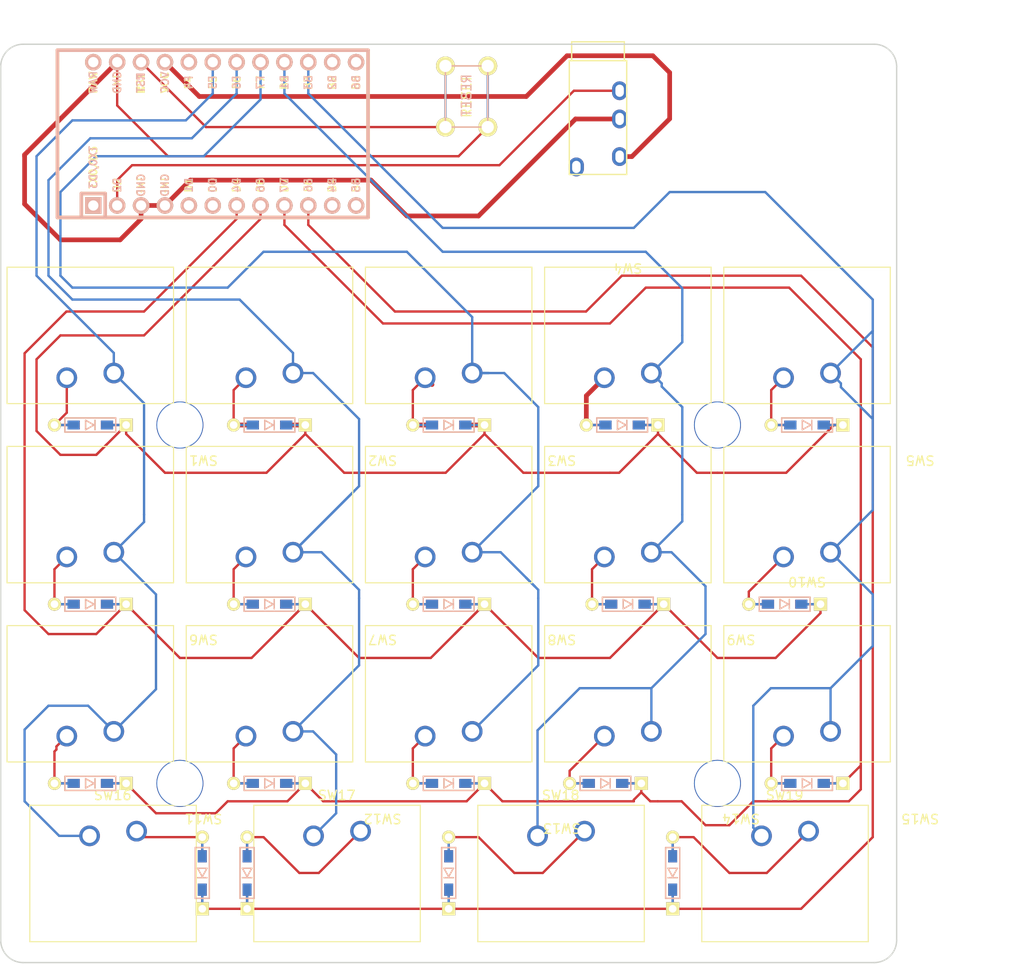
<source format=kicad_pcb>
(kicad_pcb (version 20171130) (host pcbnew 5.0.0-fee4fd1~66~ubuntu18.04.1)

  (general
    (thickness 1.6)
    (drawings 10)
    (tracks 375)
    (zones 0)
    (modules 45)
    (nets 43)
  )

  (page A4)
  (layers
    (0 F.Cu signal)
    (31 B.Cu signal)
    (32 B.Adhes user)
    (33 F.Adhes user)
    (34 B.Paste user)
    (35 F.Paste user)
    (36 B.SilkS user)
    (37 F.SilkS user)
    (38 B.Mask user)
    (39 F.Mask user)
    (40 Dwgs.User user)
    (41 Cmts.User user)
    (42 Eco1.User user)
    (43 Eco2.User user)
    (44 Edge.Cuts user)
    (45 Margin user)
    (46 B.CrtYd user)
    (47 F.CrtYd user)
    (48 B.Fab user)
    (49 F.Fab user)
  )

  (setup
    (last_trace_width 0.5)
    (user_trace_width 0.5)
    (trace_clearance 0.2)
    (zone_clearance 0.508)
    (zone_45_only no)
    (trace_min 0.2)
    (segment_width 0.2)
    (edge_width 0.15)
    (via_size 0.8)
    (via_drill 0.4)
    (via_min_size 0.4)
    (via_min_drill 0.3)
    (uvia_size 0.3)
    (uvia_drill 0.1)
    (uvias_allowed no)
    (uvia_min_size 0.2)
    (uvia_min_drill 0.1)
    (pcb_text_width 0.3)
    (pcb_text_size 1.5 1.5)
    (mod_edge_width 0.15)
    (mod_text_size 1 1)
    (mod_text_width 0.15)
    (pad_size 1.524 1.524)
    (pad_drill 0.762)
    (pad_to_mask_clearance 0.2)
    (aux_axis_origin 0 0)
    (visible_elements FFFFFF7F)
    (pcbplotparams
      (layerselection 0x010fc_ffffffff)
      (usegerberextensions false)
      (usegerberattributes false)
      (usegerberadvancedattributes false)
      (creategerberjobfile false)
      (excludeedgelayer true)
      (linewidth 0.100000)
      (plotframeref false)
      (viasonmask false)
      (mode 1)
      (useauxorigin false)
      (hpglpennumber 1)
      (hpglpenspeed 20)
      (hpglpendiameter 15.000000)
      (psnegative false)
      (psa4output false)
      (plotreference true)
      (plotvalue true)
      (plotinvisibletext false)
      (padsonsilk false)
      (subtractmaskfromsilk false)
      (outputformat 1)
      (mirror false)
      (drillshape 1)
      (scaleselection 1)
      (outputdirectory ""))
  )

  (net 0 "")
  (net 1 row0)
  (net 2 "Net-(D1-Pad2)")
  (net 3 "Net-(D2-Pad2)")
  (net 4 "Net-(D3-Pad2)")
  (net 5 "Net-(D4-Pad2)")
  (net 6 "Net-(D5-Pad2)")
  (net 7 row1)
  (net 8 "Net-(D6-Pad2)")
  (net 9 "Net-(D7-Pad2)")
  (net 10 "Net-(D8-Pad2)")
  (net 11 "Net-(D9-Pad2)")
  (net 12 "Net-(D10-Pad2)")
  (net 13 row2)
  (net 14 "Net-(D11-Pad2)")
  (net 15 "Net-(D12-Pad2)")
  (net 16 "Net-(D13-Pad2)")
  (net 17 "Net-(D14-Pad2)")
  (net 18 "Net-(D15-Pad2)")
  (net 19 "Net-(D16-Pad2)")
  (net 20 row3)
  (net 21 "Net-(D17-Pad2)")
  (net 22 "Net-(D18-Pad2)")
  (net 23 "Net-(D19-Pad2)")
  (net 24 col1)
  (net 25 col2)
  (net 26 col3)
  (net 27 col4)
  (net 28 col5)
  (net 29 reset)
  (net 30 GND)
  (net 31 "Net-(U1-Pad24)")
  (net 32 "Net-(U1-Pad12)")
  (net 33 VCC)
  (net 34 "Net-(U1-Pad20)")
  (net 35 "Net-(U1-Pad14)")
  (net 36 "Net-(U1-Pad13)")
  (net 37 "Net-(U1-Pad11)")
  (net 38 "Net-(U1-Pad6)")
  (net 39 "Net-(U1-Pad5)")
  (net 40 data)
  (net 41 "Net-(U1-Pad1)")
  (net 42 "Net-(J1-PadA)")

  (net_class Default "これはデフォルトのネット クラスです。"
    (clearance 0.2)
    (trace_width 0.25)
    (via_dia 0.8)
    (via_drill 0.4)
    (uvia_dia 0.3)
    (uvia_drill 0.1)
    (add_net GND)
    (add_net "Net-(D1-Pad2)")
    (add_net "Net-(D10-Pad2)")
    (add_net "Net-(D11-Pad2)")
    (add_net "Net-(D12-Pad2)")
    (add_net "Net-(D13-Pad2)")
    (add_net "Net-(D14-Pad2)")
    (add_net "Net-(D15-Pad2)")
    (add_net "Net-(D16-Pad2)")
    (add_net "Net-(D17-Pad2)")
    (add_net "Net-(D18-Pad2)")
    (add_net "Net-(D19-Pad2)")
    (add_net "Net-(D2-Pad2)")
    (add_net "Net-(D3-Pad2)")
    (add_net "Net-(D4-Pad2)")
    (add_net "Net-(D5-Pad2)")
    (add_net "Net-(D6-Pad2)")
    (add_net "Net-(D7-Pad2)")
    (add_net "Net-(D8-Pad2)")
    (add_net "Net-(D9-Pad2)")
    (add_net "Net-(J1-PadA)")
    (add_net "Net-(U1-Pad1)")
    (add_net "Net-(U1-Pad11)")
    (add_net "Net-(U1-Pad12)")
    (add_net "Net-(U1-Pad13)")
    (add_net "Net-(U1-Pad14)")
    (add_net "Net-(U1-Pad20)")
    (add_net "Net-(U1-Pad24)")
    (add_net "Net-(U1-Pad5)")
    (add_net "Net-(U1-Pad6)")
    (add_net VCC)
    (add_net col1)
    (add_net col2)
    (add_net col3)
    (add_net col4)
    (add_net col5)
    (add_net data)
    (add_net reset)
    (add_net row0)
    (add_net row1)
    (add_net row2)
    (add_net row3)
  )

  (module lib:SW_Matias_1.25u (layer F.Cu) (tedit 5BC057B5) (tstamp 5BCD258A)
    (at 92.86875 114.3)
    (descr "Matias/ALPS keyswitch, 1.25u, http://matias.ca/switches/")
    (tags "Matias ALPS keyswitch 1.25u")
    (path /5BC237B2)
    (fp_text reference SW17 (at 0 -8.255) (layer F.SilkS)
      (effects (font (size 1 1) (thickness 0.15)))
    )
    (fp_text value SW_PUSH (at 0 8.255) (layer F.Fab)
      (effects (font (size 1 1) (thickness 0.15)))
    )
    (fp_text user %R (at 0.04 0.055) (layer F.Fab)
      (effects (font (size 1 1) (thickness 0.15)))
    )
    (fp_line (start 8.64 -6.945) (end 8.64 7.055) (layer F.Fab) (width 0.15))
    (fp_line (start 8.64 7.055) (end -8.56 7.055) (layer F.Fab) (width 0.15))
    (fp_line (start -8.56 7.055) (end -8.56 -6.945) (layer F.Fab) (width 0.15))
    (fp_line (start -8.56 -6.945) (end 8.64 -6.945) (layer F.Fab) (width 0.15))
    (fp_line (start -8.81 7.305) (end 8.89 7.305) (layer F.CrtYd) (width 0.05))
    (fp_line (start -8.81 -7.195) (end -8.81 7.305) (layer F.CrtYd) (width 0.05))
    (fp_line (start 8.89 7.305) (end 8.89 -7.195) (layer F.CrtYd) (width 0.05))
    (fp_line (start -8.81 -7.195) (end 8.89 -7.195) (layer F.CrtYd) (width 0.05))
    (fp_line (start -11.86625 -9.47) (end 11.94625 -9.47) (layer Dwgs.User) (width 0.15))
    (fp_line (start 11.94625 -9.47) (end 11.94625 9.58) (layer Dwgs.User) (width 0.15))
    (fp_line (start 11.94625 9.58) (end -11.86625 9.58) (layer Dwgs.User) (width 0.15))
    (fp_line (start -11.86625 9.58) (end -11.86625 -9.47) (layer Dwgs.User) (width 0.15))
    (fp_line (start -8.81 -7.195) (end 8.89 -7.195) (layer F.SilkS) (width 0.12))
    (fp_line (start -8.81 7.305) (end -8.81 -7.195) (layer F.SilkS) (width 0.12))
    (fp_line (start 8.89 7.305) (end -8.81 7.305) (layer F.SilkS) (width 0.12))
    (fp_line (start 8.89 -7.195) (end 8.89 7.305) (layer F.SilkS) (width 0.12))
    (pad 1 thru_hole circle (at 2.54 -4.445) (size 2.2 2.2) (drill 1.5) (layers *.Cu *.Mask)
      (net 21 "Net-(D17-Pad2)"))
    (pad 2 thru_hole circle (at -2.46 -3.945) (size 2.2 2.2) (drill 1.5) (layers *.Cu *.Mask)
      (net 25 col2))
    (model ${KISYS3DMOD}/Button_Switch_Keyboard.3dshapes/SW_Matias_1.25u.wrl
      (at (xyz 0 0 0))
      (scale (xyz 1 1 1))
      (rotate (xyz 0 0 0))
    )
  )

  (module lib:SW_Matias_1.25u (layer F.Cu) (tedit 5BC057B5) (tstamp 5BCD2574)
    (at 69.05625 114.3)
    (descr "Matias/ALPS keyswitch, 1.25u, http://matias.ca/switches/")
    (tags "Matias ALPS keyswitch 1.25u")
    (path /5BC237A6)
    (fp_text reference SW16 (at 0 -8.255) (layer F.SilkS)
      (effects (font (size 1 1) (thickness 0.15)))
    )
    (fp_text value SW_PUSH (at 0 8.255) (layer F.Fab)
      (effects (font (size 1 1) (thickness 0.15)))
    )
    (fp_line (start 8.89 -7.195) (end 8.89 7.305) (layer F.SilkS) (width 0.12))
    (fp_line (start 8.89 7.305) (end -8.81 7.305) (layer F.SilkS) (width 0.12))
    (fp_line (start -8.81 7.305) (end -8.81 -7.195) (layer F.SilkS) (width 0.12))
    (fp_line (start -8.81 -7.195) (end 8.89 -7.195) (layer F.SilkS) (width 0.12))
    (fp_line (start -11.86625 9.58) (end -11.86625 -9.47) (layer Dwgs.User) (width 0.15))
    (fp_line (start 11.94625 9.58) (end -11.86625 9.58) (layer Dwgs.User) (width 0.15))
    (fp_line (start 11.94625 -9.47) (end 11.94625 9.58) (layer Dwgs.User) (width 0.15))
    (fp_line (start -11.86625 -9.47) (end 11.94625 -9.47) (layer Dwgs.User) (width 0.15))
    (fp_line (start -8.81 -7.195) (end 8.89 -7.195) (layer F.CrtYd) (width 0.05))
    (fp_line (start 8.89 7.305) (end 8.89 -7.195) (layer F.CrtYd) (width 0.05))
    (fp_line (start -8.81 -7.195) (end -8.81 7.305) (layer F.CrtYd) (width 0.05))
    (fp_line (start -8.81 7.305) (end 8.89 7.305) (layer F.CrtYd) (width 0.05))
    (fp_line (start -8.56 -6.945) (end 8.64 -6.945) (layer F.Fab) (width 0.15))
    (fp_line (start -8.56 7.055) (end -8.56 -6.945) (layer F.Fab) (width 0.15))
    (fp_line (start 8.64 7.055) (end -8.56 7.055) (layer F.Fab) (width 0.15))
    (fp_line (start 8.64 -6.945) (end 8.64 7.055) (layer F.Fab) (width 0.15))
    (fp_text user %R (at 0.04 0.055) (layer F.Fab)
      (effects (font (size 1 1) (thickness 0.15)))
    )
    (pad 2 thru_hole circle (at -2.46 -3.945) (size 2.2 2.2) (drill 1.5) (layers *.Cu *.Mask)
      (net 24 col1))
    (pad 1 thru_hole circle (at 2.54 -4.445) (size 2.2 2.2) (drill 1.5) (layers *.Cu *.Mask)
      (net 19 "Net-(D16-Pad2)"))
    (model ${KISYS3DMOD}/Button_Switch_Keyboard.3dshapes/SW_Matias_1.25u.wrl
      (at (xyz 0 0 0))
      (scale (xyz 1 1 1))
      (rotate (xyz 0 0 0))
    )
  )

  (module lib:SW_Matias_1.25u (layer F.Cu) (tedit 5BC057B5) (tstamp 5BCD255E)
    (at 140.49375 114.3)
    (descr "Matias/ALPS keyswitch, 1.25u, http://matias.ca/switches/")
    (tags "Matias ALPS keyswitch 1.25u")
    (path /5BC237D6)
    (fp_text reference SW19 (at 0 -8.255) (layer F.SilkS)
      (effects (font (size 1 1) (thickness 0.15)))
    )
    (fp_text value SW_PUSH (at 0 8.255) (layer F.Fab)
      (effects (font (size 1 1) (thickness 0.15)))
    )
    (fp_text user %R (at 0.04 0.055) (layer F.Fab)
      (effects (font (size 1 1) (thickness 0.15)))
    )
    (fp_line (start 8.64 -6.945) (end 8.64 7.055) (layer F.Fab) (width 0.15))
    (fp_line (start 8.64 7.055) (end -8.56 7.055) (layer F.Fab) (width 0.15))
    (fp_line (start -8.56 7.055) (end -8.56 -6.945) (layer F.Fab) (width 0.15))
    (fp_line (start -8.56 -6.945) (end 8.64 -6.945) (layer F.Fab) (width 0.15))
    (fp_line (start -8.81 7.305) (end 8.89 7.305) (layer F.CrtYd) (width 0.05))
    (fp_line (start -8.81 -7.195) (end -8.81 7.305) (layer F.CrtYd) (width 0.05))
    (fp_line (start 8.89 7.305) (end 8.89 -7.195) (layer F.CrtYd) (width 0.05))
    (fp_line (start -8.81 -7.195) (end 8.89 -7.195) (layer F.CrtYd) (width 0.05))
    (fp_line (start -11.86625 -9.47) (end 11.94625 -9.47) (layer Dwgs.User) (width 0.15))
    (fp_line (start 11.94625 -9.47) (end 11.94625 9.58) (layer Dwgs.User) (width 0.15))
    (fp_line (start 11.94625 9.58) (end -11.86625 9.58) (layer Dwgs.User) (width 0.15))
    (fp_line (start -11.86625 9.58) (end -11.86625 -9.47) (layer Dwgs.User) (width 0.15))
    (fp_line (start -8.81 -7.195) (end 8.89 -7.195) (layer F.SilkS) (width 0.12))
    (fp_line (start -8.81 7.305) (end -8.81 -7.195) (layer F.SilkS) (width 0.12))
    (fp_line (start 8.89 7.305) (end -8.81 7.305) (layer F.SilkS) (width 0.12))
    (fp_line (start 8.89 -7.195) (end 8.89 7.305) (layer F.SilkS) (width 0.12))
    (pad 1 thru_hole circle (at 2.54 -4.445) (size 2.2 2.2) (drill 1.5) (layers *.Cu *.Mask)
      (net 23 "Net-(D19-Pad2)"))
    (pad 2 thru_hole circle (at -2.46 -3.945) (size 2.2 2.2) (drill 1.5) (layers *.Cu *.Mask)
      (net 28 col5))
    (model ${KISYS3DMOD}/Button_Switch_Keyboard.3dshapes/SW_Matias_1.25u.wrl
      (at (xyz 0 0 0))
      (scale (xyz 1 1 1))
      (rotate (xyz 0 0 0))
    )
  )

  (module lib:SW_Matias_1.25u (layer F.Cu) (tedit 5BC057B5) (tstamp 5BCD2548)
    (at 116.68125 114.3)
    (descr "Matias/ALPS keyswitch, 1.25u, http://matias.ca/switches/")
    (tags "Matias ALPS keyswitch 1.25u")
    (path /5BC237CA)
    (fp_text reference SW18 (at 0 -8.255) (layer F.SilkS)
      (effects (font (size 1 1) (thickness 0.15)))
    )
    (fp_text value SW_PUSH (at 0 8.255) (layer F.Fab)
      (effects (font (size 1 1) (thickness 0.15)))
    )
    (fp_line (start 8.89 -7.195) (end 8.89 7.305) (layer F.SilkS) (width 0.12))
    (fp_line (start 8.89 7.305) (end -8.81 7.305) (layer F.SilkS) (width 0.12))
    (fp_line (start -8.81 7.305) (end -8.81 -7.195) (layer F.SilkS) (width 0.12))
    (fp_line (start -8.81 -7.195) (end 8.89 -7.195) (layer F.SilkS) (width 0.12))
    (fp_line (start -11.86625 9.58) (end -11.86625 -9.47) (layer Dwgs.User) (width 0.15))
    (fp_line (start 11.94625 9.58) (end -11.86625 9.58) (layer Dwgs.User) (width 0.15))
    (fp_line (start 11.94625 -9.47) (end 11.94625 9.58) (layer Dwgs.User) (width 0.15))
    (fp_line (start -11.86625 -9.47) (end 11.94625 -9.47) (layer Dwgs.User) (width 0.15))
    (fp_line (start -8.81 -7.195) (end 8.89 -7.195) (layer F.CrtYd) (width 0.05))
    (fp_line (start 8.89 7.305) (end 8.89 -7.195) (layer F.CrtYd) (width 0.05))
    (fp_line (start -8.81 -7.195) (end -8.81 7.305) (layer F.CrtYd) (width 0.05))
    (fp_line (start -8.81 7.305) (end 8.89 7.305) (layer F.CrtYd) (width 0.05))
    (fp_line (start -8.56 -6.945) (end 8.64 -6.945) (layer F.Fab) (width 0.15))
    (fp_line (start -8.56 7.055) (end -8.56 -6.945) (layer F.Fab) (width 0.15))
    (fp_line (start 8.64 7.055) (end -8.56 7.055) (layer F.Fab) (width 0.15))
    (fp_line (start 8.64 -6.945) (end 8.64 7.055) (layer F.Fab) (width 0.15))
    (fp_text user %R (at 0.04 0.055) (layer F.Fab)
      (effects (font (size 1 1) (thickness 0.15)))
    )
    (pad 2 thru_hole circle (at -2.46 -3.945) (size 2.2 2.2) (drill 1.5) (layers *.Cu *.Mask)
      (net 27 col4))
    (pad 1 thru_hole circle (at 2.54 -4.445) (size 2.2 2.2) (drill 1.5) (layers *.Cu *.Mask)
      (net 22 "Net-(D18-Pad2)"))
    (model ${KISYS3DMOD}/Button_Switch_Keyboard.3dshapes/SW_Matias_1.25u.wrl
      (at (xyz 0 0 0))
      (scale (xyz 1 1 1))
      (rotate (xyz 0 0 0))
    )
  )

  (module lib:Keebio-PJ-320A (layer F.Cu) (tedit 5BC0583E) (tstamp 5BE2CFE6)
    (at 120.65 27.94)
    (path /5BC6643E)
    (fp_text reference J1 (at 0 14.2) (layer Dwgs.User)
      (effects (font (size 1 1) (thickness 0.15)))
    )
    (fp_text value MJ-4PP-9 (at 0 -5.6) (layer F.Fab)
      (effects (font (size 1 1) (thickness 0.15)))
    )
    (fp_line (start 2.8 -2) (end -2.8 -2) (layer F.SilkS) (width 0.15))
    (fp_line (start -2.8 0) (end -2.8 -2) (layer F.SilkS) (width 0.15))
    (fp_line (start 2.8 0) (end 2.8 -2) (layer F.SilkS) (width 0.15))
    (fp_line (start -3.05 0) (end -3.05 12.1) (layer F.SilkS) (width 0.15))
    (fp_line (start 3.05 0) (end 3.05 12.1) (layer F.SilkS) (width 0.15))
    (fp_line (start 3.05 12.1) (end -3.05 12.1) (layer F.SilkS) (width 0.15))
    (fp_line (start 3.05 0) (end -3.05 0) (layer F.SilkS) (width 0.15))
    (pad A thru_hole oval (at -2.3 11.3) (size 1.6 2) (drill oval 0.9 1.3) (layers *.Cu *.Mask)
      (net 42 "Net-(J1-PadA)"))
    (pad D thru_hole oval (at 2.3 10.2) (size 1.6 2) (drill oval 0.9 1.3) (layers *.Cu *.Mask)
      (net 33 VCC))
    (pad B thru_hole oval (at 2.3 3.2) (size 1.6 2) (drill oval 0.9 1.3) (layers *.Cu *.Mask)
      (net 40 data))
    (pad "" np_thru_hole circle (at 0 8.6) (size 0.8 0.8) (drill 0.8) (layers *.Cu *.Mask))
    (pad "" np_thru_hole circle (at 0 1.6) (size 0.8 0.8) (drill 0.8) (layers *.Cu *.Mask))
    (pad C thru_hole oval (at 2.3 6.2) (size 1.6 2) (drill oval 0.9 1.3) (layers *.Cu *.Mask)
      (net 30 GND))
  )

  (module lib:SW_Matias_1.00u (layer F.Cu) (tedit 5BC05E6A) (tstamp 5BE2D042)
    (at 133.35 66.675 180)
    (descr "Matias/ALPS keyswitch, 1.00u, http://matias.ca/switches/")
    (tags "Matias ALPS keyswitch 1.00u")
    (path /5BC530CE)
    (fp_text reference SW4 (at 9.525 16.66875 180 unlocked) (layer F.SilkS)
      (effects (font (size 1 1) (thickness 0.15)))
    )
    (fp_text value SW_PUSH (at -2.5 12.75 180) (layer F.Fab)
      (effects (font (size 1 1) (thickness 0.15)))
    )
    (fp_line (start 18.375 2.275) (end 18.375 16.775) (layer F.SilkS) (width 0.12))
    (fp_line (start 18.375 16.775) (end 0.675 16.775) (layer F.SilkS) (width 0.12))
    (fp_line (start 0.675 16.775) (end 0.675 2.275) (layer F.SilkS) (width 0.12))
    (fp_line (start 0.675 2.275) (end 18.375 2.275) (layer F.SilkS) (width 0.12))
    (fp_line (start 0 19.05) (end 0 0) (layer Dwgs.User) (width 0.15))
    (fp_line (start 19.05 19.05) (end 0 19.05) (layer Dwgs.User) (width 0.15))
    (fp_line (start 19.05 0) (end 19.05 19.05) (layer Dwgs.User) (width 0.15))
    (fp_line (start 0 0) (end 19.05 0) (layer Dwgs.User) (width 0.15))
    (fp_line (start 0.675 2.275) (end 18.375 2.275) (layer F.CrtYd) (width 0.05))
    (fp_line (start 18.375 16.775) (end 18.375 2.275) (layer F.CrtYd) (width 0.05))
    (fp_line (start 0.675 2.275) (end 0.675 16.775) (layer F.CrtYd) (width 0.05))
    (fp_line (start 0.675 16.775) (end 18.375 16.775) (layer F.CrtYd) (width 0.05))
    (fp_line (start 0.925 2.525) (end 18.125 2.525) (layer F.Fab) (width 0.15))
    (fp_line (start 0.925 16.525) (end 0.925 2.525) (layer F.Fab) (width 0.15))
    (fp_line (start 18.125 16.525) (end 0.925 16.525) (layer F.Fab) (width 0.15))
    (fp_line (start 18.125 2.525) (end 18.125 16.525) (layer F.Fab) (width 0.15))
    (fp_text user %R (at 9.525 9.525 180) (layer F.Fab)
      (effects (font (size 1 1) (thickness 0.15)))
    )
    (pad 2 thru_hole circle (at 7.025 5.525 180) (size 2.2 2.2) (drill 1.5) (layers *.Cu *.Mask)
      (net 27 col4))
    (pad 1 thru_hole circle (at 12.025 5.025 180) (size 2.2 2.2) (drill 1.5) (layers *.Cu *.Mask)
      (net 5 "Net-(D4-Pad2)"))
    (model ${KISYS3DMOD}/Button_Switch_Keyboard.3dshapes/SW_Matias_1.00u.wrl
      (at (xyz 0 0 0))
      (scale (xyz 1 1 1))
      (rotate (xyz 0 0 0))
    )
  )

  (module lib:SW_Matias_1.00u (layer F.Cu) (tedit 5BC05E6A) (tstamp 5BE2D059)
    (at 152.4 66.675 180)
    (descr "Matias/ALPS keyswitch, 1.00u, http://matias.ca/switches/")
    (tags "Matias ALPS keyswitch 1.00u")
    (path /5BC53A5A)
    (fp_text reference SW5 (at -2.5 -3.75 180 unlocked) (layer F.SilkS)
      (effects (font (size 1 1) (thickness 0.15)))
    )
    (fp_text value SW_PUSH (at -2.5 12.75 180) (layer F.Fab)
      (effects (font (size 1 1) (thickness 0.15)))
    )
    (fp_line (start 18.375 2.275) (end 18.375 16.775) (layer F.SilkS) (width 0.12))
    (fp_line (start 18.375 16.775) (end 0.675 16.775) (layer F.SilkS) (width 0.12))
    (fp_line (start 0.675 16.775) (end 0.675 2.275) (layer F.SilkS) (width 0.12))
    (fp_line (start 0.675 2.275) (end 18.375 2.275) (layer F.SilkS) (width 0.12))
    (fp_line (start 0 19.05) (end 0 0) (layer Dwgs.User) (width 0.15))
    (fp_line (start 19.05 19.05) (end 0 19.05) (layer Dwgs.User) (width 0.15))
    (fp_line (start 19.05 0) (end 19.05 19.05) (layer Dwgs.User) (width 0.15))
    (fp_line (start 0 0) (end 19.05 0) (layer Dwgs.User) (width 0.15))
    (fp_line (start 0.675 2.275) (end 18.375 2.275) (layer F.CrtYd) (width 0.05))
    (fp_line (start 18.375 16.775) (end 18.375 2.275) (layer F.CrtYd) (width 0.05))
    (fp_line (start 0.675 2.275) (end 0.675 16.775) (layer F.CrtYd) (width 0.05))
    (fp_line (start 0.675 16.775) (end 18.375 16.775) (layer F.CrtYd) (width 0.05))
    (fp_line (start 0.925 2.525) (end 18.125 2.525) (layer F.Fab) (width 0.15))
    (fp_line (start 0.925 16.525) (end 0.925 2.525) (layer F.Fab) (width 0.15))
    (fp_line (start 18.125 16.525) (end 0.925 16.525) (layer F.Fab) (width 0.15))
    (fp_line (start 18.125 2.525) (end 18.125 16.525) (layer F.Fab) (width 0.15))
    (fp_text user %R (at 9.525 9.525 180) (layer F.Fab)
      (effects (font (size 1 1) (thickness 0.15)))
    )
    (pad 2 thru_hole circle (at 7.025 5.525 180) (size 2.2 2.2) (drill 1.5) (layers *.Cu *.Mask)
      (net 28 col5))
    (pad 1 thru_hole circle (at 12.025 5.025 180) (size 2.2 2.2) (drill 1.5) (layers *.Cu *.Mask)
      (net 6 "Net-(D5-Pad2)"))
    (model ${KISYS3DMOD}/Button_Switch_Keyboard.3dshapes/SW_Matias_1.00u.wrl
      (at (xyz 0 0 0))
      (scale (xyz 1 1 1))
      (rotate (xyz 0 0 0))
    )
  )

  (module lib:SW_Matias_1.00u (layer F.Cu) (tedit 5BC05E6A) (tstamp 5BE2D070)
    (at 76.2 85.725 180)
    (descr "Matias/ALPS keyswitch, 1.00u, http://matias.ca/switches/")
    (tags "Matias ALPS keyswitch 1.00u")
    (path /5BC21CE6)
    (fp_text reference SW6 (at -2.5 -3.75 180 unlocked) (layer F.SilkS)
      (effects (font (size 1 1) (thickness 0.15)))
    )
    (fp_text value SW_PUSH (at -2.5 12.75 180) (layer F.Fab)
      (effects (font (size 1 1) (thickness 0.15)))
    )
    (fp_line (start 18.375 2.275) (end 18.375 16.775) (layer F.SilkS) (width 0.12))
    (fp_line (start 18.375 16.775) (end 0.675 16.775) (layer F.SilkS) (width 0.12))
    (fp_line (start 0.675 16.775) (end 0.675 2.275) (layer F.SilkS) (width 0.12))
    (fp_line (start 0.675 2.275) (end 18.375 2.275) (layer F.SilkS) (width 0.12))
    (fp_line (start 0 19.05) (end 0 0) (layer Dwgs.User) (width 0.15))
    (fp_line (start 19.05 19.05) (end 0 19.05) (layer Dwgs.User) (width 0.15))
    (fp_line (start 19.05 0) (end 19.05 19.05) (layer Dwgs.User) (width 0.15))
    (fp_line (start 0 0) (end 19.05 0) (layer Dwgs.User) (width 0.15))
    (fp_line (start 0.675 2.275) (end 18.375 2.275) (layer F.CrtYd) (width 0.05))
    (fp_line (start 18.375 16.775) (end 18.375 2.275) (layer F.CrtYd) (width 0.05))
    (fp_line (start 0.675 2.275) (end 0.675 16.775) (layer F.CrtYd) (width 0.05))
    (fp_line (start 0.675 16.775) (end 18.375 16.775) (layer F.CrtYd) (width 0.05))
    (fp_line (start 0.925 2.525) (end 18.125 2.525) (layer F.Fab) (width 0.15))
    (fp_line (start 0.925 16.525) (end 0.925 2.525) (layer F.Fab) (width 0.15))
    (fp_line (start 18.125 16.525) (end 0.925 16.525) (layer F.Fab) (width 0.15))
    (fp_line (start 18.125 2.525) (end 18.125 16.525) (layer F.Fab) (width 0.15))
    (fp_text user %R (at 9.525 9.525 180) (layer F.Fab)
      (effects (font (size 1 1) (thickness 0.15)))
    )
    (pad 2 thru_hole circle (at 7.025 5.525 180) (size 2.2 2.2) (drill 1.5) (layers *.Cu *.Mask)
      (net 24 col1))
    (pad 1 thru_hole circle (at 12.025 5.025 180) (size 2.2 2.2) (drill 1.5) (layers *.Cu *.Mask)
      (net 8 "Net-(D6-Pad2)"))
    (model ${KISYS3DMOD}/Button_Switch_Keyboard.3dshapes/SW_Matias_1.00u.wrl
      (at (xyz 0 0 0))
      (scale (xyz 1 1 1))
      (rotate (xyz 0 0 0))
    )
  )

  (module lib:SW_Matias_1.00u (layer F.Cu) (tedit 5BC05E6A) (tstamp 5BE2D087)
    (at 95.25 85.725 180)
    (descr "Matias/ALPS keyswitch, 1.00u, http://matias.ca/switches/")
    (tags "Matias ALPS keyswitch 1.00u")
    (path /5BC21CF4)
    (fp_text reference SW7 (at -2.5 -3.75 180 unlocked) (layer F.SilkS)
      (effects (font (size 1 1) (thickness 0.15)))
    )
    (fp_text value SW_PUSH (at -2.5 12.75 180) (layer F.Fab)
      (effects (font (size 1 1) (thickness 0.15)))
    )
    (fp_line (start 18.375 2.275) (end 18.375 16.775) (layer F.SilkS) (width 0.12))
    (fp_line (start 18.375 16.775) (end 0.675 16.775) (layer F.SilkS) (width 0.12))
    (fp_line (start 0.675 16.775) (end 0.675 2.275) (layer F.SilkS) (width 0.12))
    (fp_line (start 0.675 2.275) (end 18.375 2.275) (layer F.SilkS) (width 0.12))
    (fp_line (start 0 19.05) (end 0 0) (layer Dwgs.User) (width 0.15))
    (fp_line (start 19.05 19.05) (end 0 19.05) (layer Dwgs.User) (width 0.15))
    (fp_line (start 19.05 0) (end 19.05 19.05) (layer Dwgs.User) (width 0.15))
    (fp_line (start 0 0) (end 19.05 0) (layer Dwgs.User) (width 0.15))
    (fp_line (start 0.675 2.275) (end 18.375 2.275) (layer F.CrtYd) (width 0.05))
    (fp_line (start 18.375 16.775) (end 18.375 2.275) (layer F.CrtYd) (width 0.05))
    (fp_line (start 0.675 2.275) (end 0.675 16.775) (layer F.CrtYd) (width 0.05))
    (fp_line (start 0.675 16.775) (end 18.375 16.775) (layer F.CrtYd) (width 0.05))
    (fp_line (start 0.925 2.525) (end 18.125 2.525) (layer F.Fab) (width 0.15))
    (fp_line (start 0.925 16.525) (end 0.925 2.525) (layer F.Fab) (width 0.15))
    (fp_line (start 18.125 16.525) (end 0.925 16.525) (layer F.Fab) (width 0.15))
    (fp_line (start 18.125 2.525) (end 18.125 16.525) (layer F.Fab) (width 0.15))
    (fp_text user %R (at 9.525 9.525 180) (layer F.Fab)
      (effects (font (size 1 1) (thickness 0.15)))
    )
    (pad 2 thru_hole circle (at 7.025 5.525 180) (size 2.2 2.2) (drill 1.5) (layers *.Cu *.Mask)
      (net 25 col2))
    (pad 1 thru_hole circle (at 12.025 5.025 180) (size 2.2 2.2) (drill 1.5) (layers *.Cu *.Mask)
      (net 9 "Net-(D7-Pad2)"))
    (model ${KISYS3DMOD}/Button_Switch_Keyboard.3dshapes/SW_Matias_1.00u.wrl
      (at (xyz 0 0 0))
      (scale (xyz 1 1 1))
      (rotate (xyz 0 0 0))
    )
  )

  (module lib:SW_Matias_1.00u (layer F.Cu) (tedit 5BC05E6A) (tstamp 5BE2D09E)
    (at 114.3 85.725 180)
    (descr "Matias/ALPS keyswitch, 1.00u, http://matias.ca/switches/")
    (tags "Matias ALPS keyswitch 1.00u")
    (path /5BC21D02)
    (fp_text reference SW8 (at -2.5 -3.75 180 unlocked) (layer F.SilkS)
      (effects (font (size 1 1) (thickness 0.15)))
    )
    (fp_text value SW_PUSH (at -2.5 12.75 180) (layer F.Fab)
      (effects (font (size 1 1) (thickness 0.15)))
    )
    (fp_line (start 18.375 2.275) (end 18.375 16.775) (layer F.SilkS) (width 0.12))
    (fp_line (start 18.375 16.775) (end 0.675 16.775) (layer F.SilkS) (width 0.12))
    (fp_line (start 0.675 16.775) (end 0.675 2.275) (layer F.SilkS) (width 0.12))
    (fp_line (start 0.675 2.275) (end 18.375 2.275) (layer F.SilkS) (width 0.12))
    (fp_line (start 0 19.05) (end 0 0) (layer Dwgs.User) (width 0.15))
    (fp_line (start 19.05 19.05) (end 0 19.05) (layer Dwgs.User) (width 0.15))
    (fp_line (start 19.05 0) (end 19.05 19.05) (layer Dwgs.User) (width 0.15))
    (fp_line (start 0 0) (end 19.05 0) (layer Dwgs.User) (width 0.15))
    (fp_line (start 0.675 2.275) (end 18.375 2.275) (layer F.CrtYd) (width 0.05))
    (fp_line (start 18.375 16.775) (end 18.375 2.275) (layer F.CrtYd) (width 0.05))
    (fp_line (start 0.675 2.275) (end 0.675 16.775) (layer F.CrtYd) (width 0.05))
    (fp_line (start 0.675 16.775) (end 18.375 16.775) (layer F.CrtYd) (width 0.05))
    (fp_line (start 0.925 2.525) (end 18.125 2.525) (layer F.Fab) (width 0.15))
    (fp_line (start 0.925 16.525) (end 0.925 2.525) (layer F.Fab) (width 0.15))
    (fp_line (start 18.125 16.525) (end 0.925 16.525) (layer F.Fab) (width 0.15))
    (fp_line (start 18.125 2.525) (end 18.125 16.525) (layer F.Fab) (width 0.15))
    (fp_text user %R (at 9.525 9.525 180) (layer F.Fab)
      (effects (font (size 1 1) (thickness 0.15)))
    )
    (pad 2 thru_hole circle (at 7.025 5.525 180) (size 2.2 2.2) (drill 1.5) (layers *.Cu *.Mask)
      (net 26 col3))
    (pad 1 thru_hole circle (at 12.025 5.025 180) (size 2.2 2.2) (drill 1.5) (layers *.Cu *.Mask)
      (net 10 "Net-(D8-Pad2)"))
    (model ${KISYS3DMOD}/Button_Switch_Keyboard.3dshapes/SW_Matias_1.00u.wrl
      (at (xyz 0 0 0))
      (scale (xyz 1 1 1))
      (rotate (xyz 0 0 0))
    )
  )

  (module lib:SW_Matias_1.00u (layer F.Cu) (tedit 5BC05E6A) (tstamp 5BE2D0B5)
    (at 133.35 85.725 180)
    (descr "Matias/ALPS keyswitch, 1.00u, http://matias.ca/switches/")
    (tags "Matias ALPS keyswitch 1.00u")
    (path /5BC21D10)
    (fp_text reference SW9 (at -2.5 -3.75 180 unlocked) (layer F.SilkS)
      (effects (font (size 1 1) (thickness 0.15)))
    )
    (fp_text value SW_PUSH (at -2.5 12.75 180) (layer F.Fab)
      (effects (font (size 1 1) (thickness 0.15)))
    )
    (fp_line (start 18.375 2.275) (end 18.375 16.775) (layer F.SilkS) (width 0.12))
    (fp_line (start 18.375 16.775) (end 0.675 16.775) (layer F.SilkS) (width 0.12))
    (fp_line (start 0.675 16.775) (end 0.675 2.275) (layer F.SilkS) (width 0.12))
    (fp_line (start 0.675 2.275) (end 18.375 2.275) (layer F.SilkS) (width 0.12))
    (fp_line (start 0 19.05) (end 0 0) (layer Dwgs.User) (width 0.15))
    (fp_line (start 19.05 19.05) (end 0 19.05) (layer Dwgs.User) (width 0.15))
    (fp_line (start 19.05 0) (end 19.05 19.05) (layer Dwgs.User) (width 0.15))
    (fp_line (start 0 0) (end 19.05 0) (layer Dwgs.User) (width 0.15))
    (fp_line (start 0.675 2.275) (end 18.375 2.275) (layer F.CrtYd) (width 0.05))
    (fp_line (start 18.375 16.775) (end 18.375 2.275) (layer F.CrtYd) (width 0.05))
    (fp_line (start 0.675 2.275) (end 0.675 16.775) (layer F.CrtYd) (width 0.05))
    (fp_line (start 0.675 16.775) (end 18.375 16.775) (layer F.CrtYd) (width 0.05))
    (fp_line (start 0.925 2.525) (end 18.125 2.525) (layer F.Fab) (width 0.15))
    (fp_line (start 0.925 16.525) (end 0.925 2.525) (layer F.Fab) (width 0.15))
    (fp_line (start 18.125 16.525) (end 0.925 16.525) (layer F.Fab) (width 0.15))
    (fp_line (start 18.125 2.525) (end 18.125 16.525) (layer F.Fab) (width 0.15))
    (fp_text user %R (at 9.525 9.525 180) (layer F.Fab)
      (effects (font (size 1 1) (thickness 0.15)))
    )
    (pad 2 thru_hole circle (at 7.025 5.525 180) (size 2.2 2.2) (drill 1.5) (layers *.Cu *.Mask)
      (net 27 col4))
    (pad 1 thru_hole circle (at 12.025 5.025 180) (size 2.2 2.2) (drill 1.5) (layers *.Cu *.Mask)
      (net 11 "Net-(D9-Pad2)"))
    (model ${KISYS3DMOD}/Button_Switch_Keyboard.3dshapes/SW_Matias_1.00u.wrl
      (at (xyz 0 0 0))
      (scale (xyz 1 1 1))
      (rotate (xyz 0 0 0))
    )
  )

  (module lib:SW_Matias_1.00u (layer F.Cu) (tedit 5BC05E6A) (tstamp 5BE2D0CC)
    (at 152.4 85.725 180)
    (descr "Matias/ALPS keyswitch, 1.00u, http://matias.ca/switches/")
    (tags "Matias ALPS keyswitch 1.00u")
    (path /5BC21D1E)
    (fp_text reference SW10 (at 9.525 2.38125 180 unlocked) (layer F.SilkS)
      (effects (font (size 1 1) (thickness 0.15)))
    )
    (fp_text value SW_PUSH (at -2.5 12.75 180) (layer F.Fab)
      (effects (font (size 1 1) (thickness 0.15)))
    )
    (fp_line (start 18.375 2.275) (end 18.375 16.775) (layer F.SilkS) (width 0.12))
    (fp_line (start 18.375 16.775) (end 0.675 16.775) (layer F.SilkS) (width 0.12))
    (fp_line (start 0.675 16.775) (end 0.675 2.275) (layer F.SilkS) (width 0.12))
    (fp_line (start 0.675 2.275) (end 18.375 2.275) (layer F.SilkS) (width 0.12))
    (fp_line (start 0 19.05) (end 0 0) (layer Dwgs.User) (width 0.15))
    (fp_line (start 19.05 19.05) (end 0 19.05) (layer Dwgs.User) (width 0.15))
    (fp_line (start 19.05 0) (end 19.05 19.05) (layer Dwgs.User) (width 0.15))
    (fp_line (start 0 0) (end 19.05 0) (layer Dwgs.User) (width 0.15))
    (fp_line (start 0.675 2.275) (end 18.375 2.275) (layer F.CrtYd) (width 0.05))
    (fp_line (start 18.375 16.775) (end 18.375 2.275) (layer F.CrtYd) (width 0.05))
    (fp_line (start 0.675 2.275) (end 0.675 16.775) (layer F.CrtYd) (width 0.05))
    (fp_line (start 0.675 16.775) (end 18.375 16.775) (layer F.CrtYd) (width 0.05))
    (fp_line (start 0.925 2.525) (end 18.125 2.525) (layer F.Fab) (width 0.15))
    (fp_line (start 0.925 16.525) (end 0.925 2.525) (layer F.Fab) (width 0.15))
    (fp_line (start 18.125 16.525) (end 0.925 16.525) (layer F.Fab) (width 0.15))
    (fp_line (start 18.125 2.525) (end 18.125 16.525) (layer F.Fab) (width 0.15))
    (fp_text user %R (at 9.525 9.525 180) (layer F.Fab)
      (effects (font (size 1 1) (thickness 0.15)))
    )
    (pad 2 thru_hole circle (at 7.025 5.525 180) (size 2.2 2.2) (drill 1.5) (layers *.Cu *.Mask)
      (net 28 col5))
    (pad 1 thru_hole circle (at 12.025 5.025 180) (size 2.2 2.2) (drill 1.5) (layers *.Cu *.Mask)
      (net 12 "Net-(D10-Pad2)"))
    (model ${KISYS3DMOD}/Button_Switch_Keyboard.3dshapes/SW_Matias_1.00u.wrl
      (at (xyz 0 0 0))
      (scale (xyz 1 1 1))
      (rotate (xyz 0 0 0))
    )
  )

  (module lib:SW_Matias_1.00u (layer F.Cu) (tedit 5BC05E6A) (tstamp 5BE2D0E3)
    (at 76.2 104.775 180)
    (descr "Matias/ALPS keyswitch, 1.00u, http://matias.ca/switches/")
    (tags "Matias ALPS keyswitch 1.00u")
    (path /5BC2375F)
    (fp_text reference SW11 (at -2.5 -3.75 180 unlocked) (layer F.SilkS)
      (effects (font (size 1 1) (thickness 0.15)))
    )
    (fp_text value SW_PUSH (at -2.5 12.75 180) (layer F.Fab)
      (effects (font (size 1 1) (thickness 0.15)))
    )
    (fp_line (start 18.375 2.275) (end 18.375 16.775) (layer F.SilkS) (width 0.12))
    (fp_line (start 18.375 16.775) (end 0.675 16.775) (layer F.SilkS) (width 0.12))
    (fp_line (start 0.675 16.775) (end 0.675 2.275) (layer F.SilkS) (width 0.12))
    (fp_line (start 0.675 2.275) (end 18.375 2.275) (layer F.SilkS) (width 0.12))
    (fp_line (start 0 19.05) (end 0 0) (layer Dwgs.User) (width 0.15))
    (fp_line (start 19.05 19.05) (end 0 19.05) (layer Dwgs.User) (width 0.15))
    (fp_line (start 19.05 0) (end 19.05 19.05) (layer Dwgs.User) (width 0.15))
    (fp_line (start 0 0) (end 19.05 0) (layer Dwgs.User) (width 0.15))
    (fp_line (start 0.675 2.275) (end 18.375 2.275) (layer F.CrtYd) (width 0.05))
    (fp_line (start 18.375 16.775) (end 18.375 2.275) (layer F.CrtYd) (width 0.05))
    (fp_line (start 0.675 2.275) (end 0.675 16.775) (layer F.CrtYd) (width 0.05))
    (fp_line (start 0.675 16.775) (end 18.375 16.775) (layer F.CrtYd) (width 0.05))
    (fp_line (start 0.925 2.525) (end 18.125 2.525) (layer F.Fab) (width 0.15))
    (fp_line (start 0.925 16.525) (end 0.925 2.525) (layer F.Fab) (width 0.15))
    (fp_line (start 18.125 16.525) (end 0.925 16.525) (layer F.Fab) (width 0.15))
    (fp_line (start 18.125 2.525) (end 18.125 16.525) (layer F.Fab) (width 0.15))
    (fp_text user %R (at 9.525 9.525 180) (layer F.Fab)
      (effects (font (size 1 1) (thickness 0.15)))
    )
    (pad 2 thru_hole circle (at 7.025 5.525 180) (size 2.2 2.2) (drill 1.5) (layers *.Cu *.Mask)
      (net 24 col1))
    (pad 1 thru_hole circle (at 12.025 5.025 180) (size 2.2 2.2) (drill 1.5) (layers *.Cu *.Mask)
      (net 14 "Net-(D11-Pad2)"))
    (model ${KISYS3DMOD}/Button_Switch_Keyboard.3dshapes/SW_Matias_1.00u.wrl
      (at (xyz 0 0 0))
      (scale (xyz 1 1 1))
      (rotate (xyz 0 0 0))
    )
  )

  (module lib:SW_Matias_1.00u (layer F.Cu) (tedit 5BC05E6A) (tstamp 5BE2D02B)
    (at 114.3 66.675 180)
    (descr "Matias/ALPS keyswitch, 1.00u, http://matias.ca/switches/")
    (tags "Matias ALPS keyswitch 1.00u")
    (path /5BC530C2)
    (fp_text reference SW3 (at -2.5 -3.75 180 unlocked) (layer F.SilkS)
      (effects (font (size 1 1) (thickness 0.15)))
    )
    (fp_text value SW_PUSH (at -2.5 12.75 180) (layer F.Fab)
      (effects (font (size 1 1) (thickness 0.15)))
    )
    (fp_line (start 18.375 2.275) (end 18.375 16.775) (layer F.SilkS) (width 0.12))
    (fp_line (start 18.375 16.775) (end 0.675 16.775) (layer F.SilkS) (width 0.12))
    (fp_line (start 0.675 16.775) (end 0.675 2.275) (layer F.SilkS) (width 0.12))
    (fp_line (start 0.675 2.275) (end 18.375 2.275) (layer F.SilkS) (width 0.12))
    (fp_line (start 0 19.05) (end 0 0) (layer Dwgs.User) (width 0.15))
    (fp_line (start 19.05 19.05) (end 0 19.05) (layer Dwgs.User) (width 0.15))
    (fp_line (start 19.05 0) (end 19.05 19.05) (layer Dwgs.User) (width 0.15))
    (fp_line (start 0 0) (end 19.05 0) (layer Dwgs.User) (width 0.15))
    (fp_line (start 0.675 2.275) (end 18.375 2.275) (layer F.CrtYd) (width 0.05))
    (fp_line (start 18.375 16.775) (end 18.375 2.275) (layer F.CrtYd) (width 0.05))
    (fp_line (start 0.675 2.275) (end 0.675 16.775) (layer F.CrtYd) (width 0.05))
    (fp_line (start 0.675 16.775) (end 18.375 16.775) (layer F.CrtYd) (width 0.05))
    (fp_line (start 0.925 2.525) (end 18.125 2.525) (layer F.Fab) (width 0.15))
    (fp_line (start 0.925 16.525) (end 0.925 2.525) (layer F.Fab) (width 0.15))
    (fp_line (start 18.125 16.525) (end 0.925 16.525) (layer F.Fab) (width 0.15))
    (fp_line (start 18.125 2.525) (end 18.125 16.525) (layer F.Fab) (width 0.15))
    (fp_text user %R (at 9.525 9.525 180) (layer F.Fab)
      (effects (font (size 1 1) (thickness 0.15)))
    )
    (pad 2 thru_hole circle (at 7.025 5.525 180) (size 2.2 2.2) (drill 1.5) (layers *.Cu *.Mask)
      (net 26 col3))
    (pad 1 thru_hole circle (at 12.025 5.025 180) (size 2.2 2.2) (drill 1.5) (layers *.Cu *.Mask)
      (net 4 "Net-(D3-Pad2)"))
    (model ${KISYS3DMOD}/Button_Switch_Keyboard.3dshapes/SW_Matias_1.00u.wrl
      (at (xyz 0 0 0))
      (scale (xyz 1 1 1))
      (rotate (xyz 0 0 0))
    )
  )

  (module lib:SW_Matias_1.00u (layer F.Cu) (tedit 5BC05E6A) (tstamp 5BE2D111)
    (at 114.3 104.775 180)
    (descr "Matias/ALPS keyswitch, 1.00u, http://matias.ca/switches/")
    (tags "Matias ALPS keyswitch 1.00u")
    (path /5BC23777)
    (fp_text reference SW13 (at -2.5 -4.7625 180 unlocked) (layer F.SilkS)
      (effects (font (size 1 1) (thickness 0.15)))
    )
    (fp_text value SW_PUSH (at -2.5 12.75 180) (layer F.Fab)
      (effects (font (size 1 1) (thickness 0.15)))
    )
    (fp_line (start 18.375 2.275) (end 18.375 16.775) (layer F.SilkS) (width 0.12))
    (fp_line (start 18.375 16.775) (end 0.675 16.775) (layer F.SilkS) (width 0.12))
    (fp_line (start 0.675 16.775) (end 0.675 2.275) (layer F.SilkS) (width 0.12))
    (fp_line (start 0.675 2.275) (end 18.375 2.275) (layer F.SilkS) (width 0.12))
    (fp_line (start 0 19.05) (end 0 0) (layer Dwgs.User) (width 0.15))
    (fp_line (start 19.05 19.05) (end 0 19.05) (layer Dwgs.User) (width 0.15))
    (fp_line (start 19.05 0) (end 19.05 19.05) (layer Dwgs.User) (width 0.15))
    (fp_line (start 0 0) (end 19.05 0) (layer Dwgs.User) (width 0.15))
    (fp_line (start 0.675 2.275) (end 18.375 2.275) (layer F.CrtYd) (width 0.05))
    (fp_line (start 18.375 16.775) (end 18.375 2.275) (layer F.CrtYd) (width 0.05))
    (fp_line (start 0.675 2.275) (end 0.675 16.775) (layer F.CrtYd) (width 0.05))
    (fp_line (start 0.675 16.775) (end 18.375 16.775) (layer F.CrtYd) (width 0.05))
    (fp_line (start 0.925 2.525) (end 18.125 2.525) (layer F.Fab) (width 0.15))
    (fp_line (start 0.925 16.525) (end 0.925 2.525) (layer F.Fab) (width 0.15))
    (fp_line (start 18.125 16.525) (end 0.925 16.525) (layer F.Fab) (width 0.15))
    (fp_line (start 18.125 2.525) (end 18.125 16.525) (layer F.Fab) (width 0.15))
    (fp_text user %R (at 9.525 9.525 180) (layer F.Fab)
      (effects (font (size 1 1) (thickness 0.15)))
    )
    (pad 2 thru_hole circle (at 7.025 5.525 180) (size 2.2 2.2) (drill 1.5) (layers *.Cu *.Mask)
      (net 26 col3))
    (pad 1 thru_hole circle (at 12.025 5.025 180) (size 2.2 2.2) (drill 1.5) (layers *.Cu *.Mask)
      (net 16 "Net-(D13-Pad2)"))
    (model ${KISYS3DMOD}/Button_Switch_Keyboard.3dshapes/SW_Matias_1.00u.wrl
      (at (xyz 0 0 0))
      (scale (xyz 1 1 1))
      (rotate (xyz 0 0 0))
    )
  )

  (module lib:SW_Matias_1.00u (layer F.Cu) (tedit 5BC05E6A) (tstamp 5BE2D128)
    (at 133.35 104.775 180)
    (descr "Matias/ALPS keyswitch, 1.00u, http://matias.ca/switches/")
    (tags "Matias ALPS keyswitch 1.00u")
    (path /5BC23783)
    (fp_text reference SW14 (at -2.5 -3.75 180 unlocked) (layer F.SilkS)
      (effects (font (size 1 1) (thickness 0.15)))
    )
    (fp_text value SW_PUSH (at -2.5 12.75 180) (layer F.Fab)
      (effects (font (size 1 1) (thickness 0.15)))
    )
    (fp_line (start 18.375 2.275) (end 18.375 16.775) (layer F.SilkS) (width 0.12))
    (fp_line (start 18.375 16.775) (end 0.675 16.775) (layer F.SilkS) (width 0.12))
    (fp_line (start 0.675 16.775) (end 0.675 2.275) (layer F.SilkS) (width 0.12))
    (fp_line (start 0.675 2.275) (end 18.375 2.275) (layer F.SilkS) (width 0.12))
    (fp_line (start 0 19.05) (end 0 0) (layer Dwgs.User) (width 0.15))
    (fp_line (start 19.05 19.05) (end 0 19.05) (layer Dwgs.User) (width 0.15))
    (fp_line (start 19.05 0) (end 19.05 19.05) (layer Dwgs.User) (width 0.15))
    (fp_line (start 0 0) (end 19.05 0) (layer Dwgs.User) (width 0.15))
    (fp_line (start 0.675 2.275) (end 18.375 2.275) (layer F.CrtYd) (width 0.05))
    (fp_line (start 18.375 16.775) (end 18.375 2.275) (layer F.CrtYd) (width 0.05))
    (fp_line (start 0.675 2.275) (end 0.675 16.775) (layer F.CrtYd) (width 0.05))
    (fp_line (start 0.675 16.775) (end 18.375 16.775) (layer F.CrtYd) (width 0.05))
    (fp_line (start 0.925 2.525) (end 18.125 2.525) (layer F.Fab) (width 0.15))
    (fp_line (start 0.925 16.525) (end 0.925 2.525) (layer F.Fab) (width 0.15))
    (fp_line (start 18.125 16.525) (end 0.925 16.525) (layer F.Fab) (width 0.15))
    (fp_line (start 18.125 2.525) (end 18.125 16.525) (layer F.Fab) (width 0.15))
    (fp_text user %R (at 9.525 9.525 180) (layer F.Fab)
      (effects (font (size 1 1) (thickness 0.15)))
    )
    (pad 2 thru_hole circle (at 7.025 5.525 180) (size 2.2 2.2) (drill 1.5) (layers *.Cu *.Mask)
      (net 27 col4))
    (pad 1 thru_hole circle (at 12.025 5.025 180) (size 2.2 2.2) (drill 1.5) (layers *.Cu *.Mask)
      (net 17 "Net-(D14-Pad2)"))
    (model ${KISYS3DMOD}/Button_Switch_Keyboard.3dshapes/SW_Matias_1.00u.wrl
      (at (xyz 0 0 0))
      (scale (xyz 1 1 1))
      (rotate (xyz 0 0 0))
    )
  )

  (module lib:SW_Matias_1.00u (layer F.Cu) (tedit 5BC05E6A) (tstamp 5BE2D13F)
    (at 152.4 104.775 180)
    (descr "Matias/ALPS keyswitch, 1.00u, http://matias.ca/switches/")
    (tags "Matias ALPS keyswitch 1.00u")
    (path /5BC2378F)
    (fp_text reference SW15 (at -2.5 -3.75 180 unlocked) (layer F.SilkS)
      (effects (font (size 1 1) (thickness 0.15)))
    )
    (fp_text value SW_PUSH (at -2.5 12.75 180) (layer F.Fab)
      (effects (font (size 1 1) (thickness 0.15)))
    )
    (fp_line (start 18.375 2.275) (end 18.375 16.775) (layer F.SilkS) (width 0.12))
    (fp_line (start 18.375 16.775) (end 0.675 16.775) (layer F.SilkS) (width 0.12))
    (fp_line (start 0.675 16.775) (end 0.675 2.275) (layer F.SilkS) (width 0.12))
    (fp_line (start 0.675 2.275) (end 18.375 2.275) (layer F.SilkS) (width 0.12))
    (fp_line (start 0 19.05) (end 0 0) (layer Dwgs.User) (width 0.15))
    (fp_line (start 19.05 19.05) (end 0 19.05) (layer Dwgs.User) (width 0.15))
    (fp_line (start 19.05 0) (end 19.05 19.05) (layer Dwgs.User) (width 0.15))
    (fp_line (start 0 0) (end 19.05 0) (layer Dwgs.User) (width 0.15))
    (fp_line (start 0.675 2.275) (end 18.375 2.275) (layer F.CrtYd) (width 0.05))
    (fp_line (start 18.375 16.775) (end 18.375 2.275) (layer F.CrtYd) (width 0.05))
    (fp_line (start 0.675 2.275) (end 0.675 16.775) (layer F.CrtYd) (width 0.05))
    (fp_line (start 0.675 16.775) (end 18.375 16.775) (layer F.CrtYd) (width 0.05))
    (fp_line (start 0.925 2.525) (end 18.125 2.525) (layer F.Fab) (width 0.15))
    (fp_line (start 0.925 16.525) (end 0.925 2.525) (layer F.Fab) (width 0.15))
    (fp_line (start 18.125 16.525) (end 0.925 16.525) (layer F.Fab) (width 0.15))
    (fp_line (start 18.125 2.525) (end 18.125 16.525) (layer F.Fab) (width 0.15))
    (fp_text user %R (at 9.525 9.525 180) (layer F.Fab)
      (effects (font (size 1 1) (thickness 0.15)))
    )
    (pad 2 thru_hole circle (at 7.025 5.525 180) (size 2.2 2.2) (drill 1.5) (layers *.Cu *.Mask)
      (net 28 col5))
    (pad 1 thru_hole circle (at 12.025 5.025 180) (size 2.2 2.2) (drill 1.5) (layers *.Cu *.Mask)
      (net 18 "Net-(D15-Pad2)"))
    (model ${KISYS3DMOD}/Button_Switch_Keyboard.3dshapes/SW_Matias_1.00u.wrl
      (at (xyz 0 0 0))
      (scale (xyz 1 1 1))
      (rotate (xyz 0 0 0))
    )
  )

  (module lib:SW_Matias_1.00u (layer F.Cu) (tedit 5BC05E6A) (tstamp 5BE2D014)
    (at 95.25 66.675 180)
    (descr "Matias/ALPS keyswitch, 1.00u, http://matias.ca/switches/")
    (tags "Matias ALPS keyswitch 1.00u")
    (path /5BC52D76)
    (fp_text reference SW2 (at -2.5 -3.75 180 unlocked) (layer F.SilkS)
      (effects (font (size 1 1) (thickness 0.15)))
    )
    (fp_text value SW_PUSH (at -2.5 12.75 180) (layer F.Fab)
      (effects (font (size 1 1) (thickness 0.15)))
    )
    (fp_line (start 18.375 2.275) (end 18.375 16.775) (layer F.SilkS) (width 0.12))
    (fp_line (start 18.375 16.775) (end 0.675 16.775) (layer F.SilkS) (width 0.12))
    (fp_line (start 0.675 16.775) (end 0.675 2.275) (layer F.SilkS) (width 0.12))
    (fp_line (start 0.675 2.275) (end 18.375 2.275) (layer F.SilkS) (width 0.12))
    (fp_line (start 0 19.05) (end 0 0) (layer Dwgs.User) (width 0.15))
    (fp_line (start 19.05 19.05) (end 0 19.05) (layer Dwgs.User) (width 0.15))
    (fp_line (start 19.05 0) (end 19.05 19.05) (layer Dwgs.User) (width 0.15))
    (fp_line (start 0 0) (end 19.05 0) (layer Dwgs.User) (width 0.15))
    (fp_line (start 0.675 2.275) (end 18.375 2.275) (layer F.CrtYd) (width 0.05))
    (fp_line (start 18.375 16.775) (end 18.375 2.275) (layer F.CrtYd) (width 0.05))
    (fp_line (start 0.675 2.275) (end 0.675 16.775) (layer F.CrtYd) (width 0.05))
    (fp_line (start 0.675 16.775) (end 18.375 16.775) (layer F.CrtYd) (width 0.05))
    (fp_line (start 0.925 2.525) (end 18.125 2.525) (layer F.Fab) (width 0.15))
    (fp_line (start 0.925 16.525) (end 0.925 2.525) (layer F.Fab) (width 0.15))
    (fp_line (start 18.125 16.525) (end 0.925 16.525) (layer F.Fab) (width 0.15))
    (fp_line (start 18.125 2.525) (end 18.125 16.525) (layer F.Fab) (width 0.15))
    (fp_text user %R (at 9.525 9.525 180) (layer F.Fab)
      (effects (font (size 1 1) (thickness 0.15)))
    )
    (pad 2 thru_hole circle (at 7.025 5.525 180) (size 2.2 2.2) (drill 1.5) (layers *.Cu *.Mask)
      (net 25 col2))
    (pad 1 thru_hole circle (at 12.025 5.025 180) (size 2.2 2.2) (drill 1.5) (layers *.Cu *.Mask)
      (net 3 "Net-(D2-Pad2)"))
    (model ${KISYS3DMOD}/Button_Switch_Keyboard.3dshapes/SW_Matias_1.00u.wrl
      (at (xyz 0 0 0))
      (scale (xyz 1 1 1))
      (rotate (xyz 0 0 0))
    )
  )

  (module lib:SW_Matias_1.00u (layer F.Cu) (tedit 5BC05E6A) (tstamp 5BE2CFFD)
    (at 76.2 66.675 180)
    (descr "Matias/ALPS keyswitch, 1.00u, http://matias.ca/switches/")
    (tags "Matias ALPS keyswitch 1.00u")
    (path /5BC5154C)
    (fp_text reference SW1 (at -2.5 -3.75 180 unlocked) (layer F.SilkS)
      (effects (font (size 1 1) (thickness 0.15)))
    )
    (fp_text value SW_PUSH (at -2.5 12.75 180) (layer F.Fab)
      (effects (font (size 1 1) (thickness 0.15)))
    )
    (fp_line (start 18.375 2.275) (end 18.375 16.775) (layer F.SilkS) (width 0.12))
    (fp_line (start 18.375 16.775) (end 0.675 16.775) (layer F.SilkS) (width 0.12))
    (fp_line (start 0.675 16.775) (end 0.675 2.275) (layer F.SilkS) (width 0.12))
    (fp_line (start 0.675 2.275) (end 18.375 2.275) (layer F.SilkS) (width 0.12))
    (fp_line (start 0 19.05) (end 0 0) (layer Dwgs.User) (width 0.15))
    (fp_line (start 19.05 19.05) (end 0 19.05) (layer Dwgs.User) (width 0.15))
    (fp_line (start 19.05 0) (end 19.05 19.05) (layer Dwgs.User) (width 0.15))
    (fp_line (start 0 0) (end 19.05 0) (layer Dwgs.User) (width 0.15))
    (fp_line (start 0.675 2.275) (end 18.375 2.275) (layer F.CrtYd) (width 0.05))
    (fp_line (start 18.375 16.775) (end 18.375 2.275) (layer F.CrtYd) (width 0.05))
    (fp_line (start 0.675 2.275) (end 0.675 16.775) (layer F.CrtYd) (width 0.05))
    (fp_line (start 0.675 16.775) (end 18.375 16.775) (layer F.CrtYd) (width 0.05))
    (fp_line (start 0.925 2.525) (end 18.125 2.525) (layer F.Fab) (width 0.15))
    (fp_line (start 0.925 16.525) (end 0.925 2.525) (layer F.Fab) (width 0.15))
    (fp_line (start 18.125 16.525) (end 0.925 16.525) (layer F.Fab) (width 0.15))
    (fp_line (start 18.125 2.525) (end 18.125 16.525) (layer F.Fab) (width 0.15))
    (fp_text user %R (at 9.525 9.525 180) (layer F.Fab)
      (effects (font (size 1 1) (thickness 0.15)))
    )
    (pad 2 thru_hole circle (at 7.025 5.525 180) (size 2.2 2.2) (drill 1.5) (layers *.Cu *.Mask)
      (net 24 col1))
    (pad 1 thru_hole circle (at 12.025 5.025 180) (size 2.2 2.2) (drill 1.5) (layers *.Cu *.Mask)
      (net 2 "Net-(D1-Pad2)"))
    (model ${KISYS3DMOD}/Button_Switch_Keyboard.3dshapes/SW_Matias_1.00u.wrl
      (at (xyz 0 0 0))
      (scale (xyz 1 1 1))
      (rotate (xyz 0 0 0))
    )
  )

  (module lib:SW_Matias_1.00u (layer F.Cu) (tedit 5BC05E6A) (tstamp 5BE2D0FA)
    (at 95.25 104.775 180)
    (descr "Matias/ALPS keyswitch, 1.00u, http://matias.ca/switches/")
    (tags "Matias ALPS keyswitch 1.00u")
    (path /5BC2376B)
    (fp_text reference SW12 (at -2.5 -3.75 180 unlocked) (layer F.SilkS)
      (effects (font (size 1 1) (thickness 0.15)))
    )
    (fp_text value SW_PUSH (at -2.5 12.75 180) (layer F.Fab)
      (effects (font (size 1 1) (thickness 0.15)))
    )
    (fp_line (start 18.375 2.275) (end 18.375 16.775) (layer F.SilkS) (width 0.12))
    (fp_line (start 18.375 16.775) (end 0.675 16.775) (layer F.SilkS) (width 0.12))
    (fp_line (start 0.675 16.775) (end 0.675 2.275) (layer F.SilkS) (width 0.12))
    (fp_line (start 0.675 2.275) (end 18.375 2.275) (layer F.SilkS) (width 0.12))
    (fp_line (start 0 19.05) (end 0 0) (layer Dwgs.User) (width 0.15))
    (fp_line (start 19.05 19.05) (end 0 19.05) (layer Dwgs.User) (width 0.15))
    (fp_line (start 19.05 0) (end 19.05 19.05) (layer Dwgs.User) (width 0.15))
    (fp_line (start 0 0) (end 19.05 0) (layer Dwgs.User) (width 0.15))
    (fp_line (start 0.675 2.275) (end 18.375 2.275) (layer F.CrtYd) (width 0.05))
    (fp_line (start 18.375 16.775) (end 18.375 2.275) (layer F.CrtYd) (width 0.05))
    (fp_line (start 0.675 2.275) (end 0.675 16.775) (layer F.CrtYd) (width 0.05))
    (fp_line (start 0.675 16.775) (end 18.375 16.775) (layer F.CrtYd) (width 0.05))
    (fp_line (start 0.925 2.525) (end 18.125 2.525) (layer F.Fab) (width 0.15))
    (fp_line (start 0.925 16.525) (end 0.925 2.525) (layer F.Fab) (width 0.15))
    (fp_line (start 18.125 16.525) (end 0.925 16.525) (layer F.Fab) (width 0.15))
    (fp_line (start 18.125 2.525) (end 18.125 16.525) (layer F.Fab) (width 0.15))
    (fp_text user %R (at 9.525 9.525 180) (layer F.Fab)
      (effects (font (size 1 1) (thickness 0.15)))
    )
    (pad 2 thru_hole circle (at 7.025 5.525 180) (size 2.2 2.2) (drill 1.5) (layers *.Cu *.Mask)
      (net 25 col2))
    (pad 1 thru_hole circle (at 12.025 5.025 180) (size 2.2 2.2) (drill 1.5) (layers *.Cu *.Mask)
      (net 15 "Net-(D12-Pad2)"))
    (model ${KISYS3DMOD}/Button_Switch_Keyboard.3dshapes/SW_Matias_1.00u.wrl
      (at (xyz 0 0 0))
      (scale (xyz 1 1 1))
      (rotate (xyz 0 0 0))
    )
  )

  (module kbd:D3_TH_SMD (layer F.Cu) (tedit 5B7FD767) (tstamp 5BE2CEEB)
    (at 140.49375 85.725 180)
    (descr "Resitance 3 pas")
    (tags R)
    (path /5BC21D25)
    (autoplace_cost180 10)
    (fp_text reference D10 (at 0.55 0 180) (layer F.Fab) hide
      (effects (font (size 0.5 0.5) (thickness 0.125)))
    )
    (fp_text value D (at -0.55 0 180) (layer F.Fab) hide
      (effects (font (size 0.5 0.5) (thickness 0.125)))
    )
    (fp_line (start 2.7 0.75) (end 2.7 -0.75) (layer B.SilkS) (width 0.15))
    (fp_line (start -2.7 0.75) (end 2.7 0.75) (layer B.SilkS) (width 0.15))
    (fp_line (start -2.7 -0.75) (end -2.7 0.75) (layer B.SilkS) (width 0.15))
    (fp_line (start 2.7 -0.75) (end -2.7 -0.75) (layer B.SilkS) (width 0.15))
    (fp_line (start 2.7 0.75) (end 2.7 -0.75) (layer F.SilkS) (width 0.15))
    (fp_line (start -2.7 0.75) (end 2.7 0.75) (layer F.SilkS) (width 0.15))
    (fp_line (start -2.7 -0.75) (end -2.7 0.75) (layer F.SilkS) (width 0.15))
    (fp_line (start 2.7 -0.75) (end -2.7 -0.75) (layer F.SilkS) (width 0.15))
    (fp_line (start -0.5 -0.5) (end -0.5 0.5) (layer F.SilkS) (width 0.15))
    (fp_line (start 0.5 0.5) (end -0.4 0) (layer F.SilkS) (width 0.15))
    (fp_line (start 0.5 -0.5) (end 0.5 0.5) (layer F.SilkS) (width 0.15))
    (fp_line (start -0.4 0) (end 0.5 -0.5) (layer F.SilkS) (width 0.15))
    (fp_line (start -0.5 -0.5) (end -0.5 0.5) (layer B.SilkS) (width 0.15))
    (fp_line (start 0.5 0.5) (end -0.4 0) (layer B.SilkS) (width 0.15))
    (fp_line (start 0.5 -0.5) (end 0.5 0.5) (layer B.SilkS) (width 0.15))
    (fp_line (start -0.4 0) (end 0.5 -0.5) (layer B.SilkS) (width 0.15))
    (pad 2 smd rect (at 1.775 0 180) (size 1.3 0.95) (layers F.Cu F.Paste F.Mask)
      (net 12 "Net-(D10-Pad2)"))
    (pad 2 thru_hole circle (at 3.81 0 180) (size 1.397 1.397) (drill 0.8128) (layers *.Cu *.Mask F.SilkS)
      (net 12 "Net-(D10-Pad2)"))
    (pad 1 thru_hole rect (at -3.81 0 180) (size 1.397 1.397) (drill 0.8128) (layers *.Cu *.Mask F.SilkS)
      (net 7 row1))
    (pad 1 smd rect (at -1.775 0 180) (size 1.3 0.95) (layers B.Cu B.Paste B.Mask)
      (net 7 row1))
    (pad 2 smd rect (at 1.775 0 180) (size 1.3 0.95) (layers B.Cu B.Paste B.Mask)
      (net 12 "Net-(D10-Pad2)"))
    (pad 1 smd rect (at -1.775 0 180) (size 1.3 0.95) (layers F.Cu F.Paste F.Mask)
      (net 7 row1))
    (model Diodes_SMD.3dshapes/SMB_Handsoldering.wrl
      (at (xyz 0 0 0))
      (scale (xyz 0.22 0.15 0.15))
      (rotate (xyz 0 0 180))
    )
  )

  (module Keebio-Parts:ArduinoProMicro (layer F.Cu) (tedit 5B307E4C) (tstamp 5BE2D217)
    (at 80.9625 35.71875)
    (path /5BC511A0)
    (fp_text reference U1 (at 0 1.625) (layer F.SilkS) hide
      (effects (font (size 1.27 1.524) (thickness 0.2032)))
    )
    (fp_text value ProMicro (at 0 0) (layer F.SilkS) hide
      (effects (font (size 1.27 1.524) (thickness 0.2032)))
    )
    (fp_line (start -12.7 6.35) (end -12.7 8.89) (layer B.SilkS) (width 0.381))
    (fp_line (start -15.24 6.35) (end -12.7 6.35) (layer B.SilkS) (width 0.381))
    (fp_text user D2 (at -11.43 5.461 90) (layer B.SilkS)
      (effects (font (size 0.8 0.8) (thickness 0.15)) (justify mirror))
    )
    (fp_text user D0 (at -1.27 5.461 90) (layer B.SilkS)
      (effects (font (size 0.8 0.8) (thickness 0.15)) (justify mirror))
    )
    (fp_text user D1 (at -3.81 5.461 90) (layer B.SilkS)
      (effects (font (size 0.8 0.8) (thickness 0.15)) (justify mirror))
    )
    (fp_text user GND (at -6.35 5.461 90) (layer B.SilkS)
      (effects (font (size 0.8 0.8) (thickness 0.15)) (justify mirror))
    )
    (fp_text user GND (at -8.89 5.461 90) (layer B.SilkS)
      (effects (font (size 0.8 0.8) (thickness 0.15)) (justify mirror))
    )
    (fp_text user D4 (at 1.27 5.461 90) (layer B.SilkS)
      (effects (font (size 0.8 0.8) (thickness 0.15)) (justify mirror))
    )
    (fp_text user C6 (at 3.81 5.461 90) (layer B.SilkS)
      (effects (font (size 0.8 0.8) (thickness 0.15)) (justify mirror))
    )
    (fp_text user D7 (at 6.35 5.461 90) (layer B.SilkS)
      (effects (font (size 0.8 0.8) (thickness 0.15)) (justify mirror))
    )
    (fp_text user E6 (at 8.89 5.461 90) (layer B.SilkS)
      (effects (font (size 0.8 0.8) (thickness 0.15)) (justify mirror))
    )
    (fp_text user B4 (at 11.43 5.461 90) (layer B.SilkS)
      (effects (font (size 0.8 0.8) (thickness 0.15)) (justify mirror))
    )
    (fp_text user B5 (at 13.97 5.461 90) (layer B.SilkS)
      (effects (font (size 0.8 0.8) (thickness 0.15)) (justify mirror))
    )
    (fp_text user B6 (at 13.97 -5.461 90) (layer B.SilkS)
      (effects (font (size 0.8 0.8) (thickness 0.15)) (justify mirror))
    )
    (fp_text user B2 (at 11.43 -5.461 90) (layer F.SilkS)
      (effects (font (size 0.8 0.8) (thickness 0.15)))
    )
    (fp_text user B3 (at 8.89 -5.461 90) (layer B.SilkS)
      (effects (font (size 0.8 0.8) (thickness 0.15)) (justify mirror))
    )
    (fp_text user B1 (at 6.35 -5.461 90) (layer B.SilkS)
      (effects (font (size 0.8 0.8) (thickness 0.15)) (justify mirror))
    )
    (fp_text user F7 (at 3.81 -5.461 90) (layer F.SilkS)
      (effects (font (size 0.8 0.8) (thickness 0.15)))
    )
    (fp_text user F6 (at 1.27 -5.461 90) (layer F.SilkS)
      (effects (font (size 0.8 0.8) (thickness 0.15)))
    )
    (fp_text user F5 (at -1.27 -5.461 90) (layer F.SilkS)
      (effects (font (size 0.8 0.8) (thickness 0.15)))
    )
    (fp_text user F4 (at -3.81 -5.461 90) (layer B.SilkS)
      (effects (font (size 0.8 0.8) (thickness 0.15)) (justify mirror))
    )
    (fp_text user VCC (at -6.35 -5.461 90) (layer B.SilkS)
      (effects (font (size 0.8 0.8) (thickness 0.15)) (justify mirror))
    )
    (fp_text user GND (at -11.43 -5.461 90) (layer B.SilkS)
      (effects (font (size 0.8 0.8) (thickness 0.15)) (justify mirror))
    )
    (fp_text user RAW (at -13.97 -5.461 90) (layer B.SilkS)
      (effects (font (size 0.8 0.8) (thickness 0.15)) (justify mirror))
    )
    (fp_text user RAW (at -13.97 -5.461 90) (layer F.SilkS)
      (effects (font (size 0.8 0.8) (thickness 0.15)))
    )
    (fp_text user GND (at -11.43 -5.461 90) (layer F.SilkS)
      (effects (font (size 0.8 0.8) (thickness 0.15)))
    )
    (fp_text user ST (at -8.92 -5.73312 90) (layer F.SilkS)
      (effects (font (size 0.8 0.8) (thickness 0.15)))
    )
    (fp_text user VCC (at -6.35 -5.461 90) (layer F.SilkS)
      (effects (font (size 0.8 0.8) (thickness 0.15)))
    )
    (fp_text user F4 (at -3.81 -5.461 90) (layer F.SilkS)
      (effects (font (size 0.8 0.8) (thickness 0.15)))
    )
    (fp_text user F5 (at -1.27 -5.461 90) (layer B.SilkS)
      (effects (font (size 0.8 0.8) (thickness 0.15)) (justify mirror))
    )
    (fp_text user F6 (at 1.27 -5.461 90) (layer B.SilkS)
      (effects (font (size 0.8 0.8) (thickness 0.15)) (justify mirror))
    )
    (fp_text user F7 (at 3.81 -5.461 90) (layer B.SilkS)
      (effects (font (size 0.8 0.8) (thickness 0.15)) (justify mirror))
    )
    (fp_text user B1 (at 6.35 -5.461 90) (layer F.SilkS)
      (effects (font (size 0.8 0.8) (thickness 0.15)))
    )
    (fp_text user B3 (at 8.89 -5.461 90) (layer F.SilkS)
      (effects (font (size 0.8 0.8) (thickness 0.15)))
    )
    (fp_text user B2 (at 11.43 -5.461 90) (layer B.SilkS)
      (effects (font (size 0.8 0.8) (thickness 0.15)) (justify mirror))
    )
    (fp_text user B6 (at 13.97 -5.461 90) (layer F.SilkS)
      (effects (font (size 0.8 0.8) (thickness 0.15)))
    )
    (fp_text user B5 (at 13.97 5.461 90) (layer F.SilkS)
      (effects (font (size 0.8 0.8) (thickness 0.15)))
    )
    (fp_text user B4 (at 11.43 5.461 90) (layer F.SilkS)
      (effects (font (size 0.8 0.8) (thickness 0.15)))
    )
    (fp_text user E6 (at 8.89 5.461 90) (layer F.SilkS)
      (effects (font (size 0.8 0.8) (thickness 0.15)))
    )
    (fp_text user D7 (at 6.35 5.461 90) (layer F.SilkS)
      (effects (font (size 0.8 0.8) (thickness 0.15)))
    )
    (fp_text user C6 (at 3.81 5.461 90) (layer F.SilkS)
      (effects (font (size 0.8 0.8) (thickness 0.15)))
    )
    (fp_text user D4 (at 1.27 5.461 90) (layer F.SilkS)
      (effects (font (size 0.8 0.8) (thickness 0.15)))
    )
    (fp_text user GND (at -8.89 5.461 90) (layer F.SilkS)
      (effects (font (size 0.8 0.8) (thickness 0.15)))
    )
    (fp_text user GND (at -6.35 5.461 90) (layer F.SilkS)
      (effects (font (size 0.8 0.8) (thickness 0.15)))
    )
    (fp_text user D1 (at -3.81 5.461 90) (layer F.SilkS)
      (effects (font (size 0.8 0.8) (thickness 0.15)))
    )
    (fp_text user D0 (at -1.27 5.461 90) (layer F.SilkS)
      (effects (font (size 0.8 0.8) (thickness 0.15)))
    )
    (fp_text user D2 (at -11.43 5.461 90) (layer F.SilkS)
      (effects (font (size 0.8 0.8) (thickness 0.15)))
    )
    (fp_text user TX0/D3 (at -13.97 3.571872 90) (layer B.SilkS)
      (effects (font (size 0.8 0.8) (thickness 0.15)) (justify mirror))
    )
    (fp_text user TX0/D3 (at -13.97 3.571872 90) (layer F.SilkS)
      (effects (font (size 0.8 0.8) (thickness 0.15)))
    )
    (fp_line (start -15.24 8.89) (end 15.24 8.89) (layer F.SilkS) (width 0.381))
    (fp_line (start 15.24 8.89) (end 15.24 -8.89) (layer F.SilkS) (width 0.381))
    (fp_line (start 15.24 -8.89) (end -15.24 -8.89) (layer F.SilkS) (width 0.381))
    (fp_line (start -15.24 6.35) (end -12.7 6.35) (layer F.SilkS) (width 0.381))
    (fp_line (start -12.7 6.35) (end -12.7 8.89) (layer F.SilkS) (width 0.381))
    (fp_poly (pts (xy -9.36064 -4.931568) (xy -9.06064 -4.931568) (xy -9.06064 -4.831568) (xy -9.36064 -4.831568)) (layer F.SilkS) (width 0.15))
    (fp_poly (pts (xy -8.96064 -4.731568) (xy -8.86064 -4.731568) (xy -8.86064 -4.631568) (xy -8.96064 -4.631568)) (layer F.SilkS) (width 0.15))
    (fp_poly (pts (xy -9.36064 -4.931568) (xy -9.26064 -4.931568) (xy -9.26064 -4.431568) (xy -9.36064 -4.431568)) (layer F.SilkS) (width 0.15))
    (fp_poly (pts (xy -9.36064 -4.531568) (xy -8.56064 -4.531568) (xy -8.56064 -4.431568) (xy -9.36064 -4.431568)) (layer F.SilkS) (width 0.15))
    (fp_poly (pts (xy -8.76064 -4.931568) (xy -8.56064 -4.931568) (xy -8.56064 -4.831568) (xy -8.76064 -4.831568)) (layer F.SilkS) (width 0.15))
    (fp_text user ST (at -8.91 -5.04 90) (layer B.SilkS)
      (effects (font (size 0.8 0.8) (thickness 0.15)) (justify mirror))
    )
    (fp_poly (pts (xy -8.95097 -6.044635) (xy -8.85097 -6.044635) (xy -8.85097 -6.144635) (xy -8.95097 -6.144635)) (layer B.SilkS) (width 0.15))
    (fp_poly (pts (xy -9.35097 -6.244635) (xy -8.55097 -6.244635) (xy -8.55097 -6.344635) (xy -9.35097 -6.344635)) (layer B.SilkS) (width 0.15))
    (fp_poly (pts (xy -8.75097 -5.844635) (xy -8.55097 -5.844635) (xy -8.55097 -5.944635) (xy -8.75097 -5.944635)) (layer B.SilkS) (width 0.15))
    (fp_poly (pts (xy -9.35097 -5.844635) (xy -9.05097 -5.844635) (xy -9.05097 -5.944635) (xy -9.35097 -5.944635)) (layer B.SilkS) (width 0.15))
    (fp_poly (pts (xy -9.35097 -5.844635) (xy -9.25097 -5.844635) (xy -9.25097 -6.344635) (xy -9.35097 -6.344635)) (layer B.SilkS) (width 0.15))
    (fp_line (start 15.24 -8.89) (end -17.78 -8.89) (layer B.SilkS) (width 0.381))
    (fp_line (start 15.24 8.89) (end 15.24 -8.89) (layer B.SilkS) (width 0.381))
    (fp_line (start -17.78 8.89) (end 15.24 8.89) (layer B.SilkS) (width 0.381))
    (fp_line (start -17.78 -8.89) (end -17.78 8.89) (layer B.SilkS) (width 0.381))
    (fp_line (start -15.24 -8.89) (end -17.78 -8.89) (layer F.SilkS) (width 0.381))
    (fp_line (start -17.78 -8.89) (end -17.78 8.89) (layer F.SilkS) (width 0.381))
    (fp_line (start -17.78 8.89) (end -15.24 8.89) (layer F.SilkS) (width 0.381))
    (fp_line (start -14.224 -3.556) (end -14.224 3.81) (layer Dwgs.User) (width 0.2))
    (fp_line (start -14.224 3.81) (end -19.304 3.81) (layer Dwgs.User) (width 0.2))
    (fp_line (start -19.304 3.81) (end -19.304 -3.556) (layer Dwgs.User) (width 0.2))
    (fp_line (start -19.304 -3.556) (end -14.224 -3.556) (layer Dwgs.User) (width 0.2))
    (fp_line (start -15.24 6.35) (end -15.24 8.89) (layer B.SilkS) (width 0.381))
    (fp_line (start -15.24 6.35) (end -15.24 8.89) (layer F.SilkS) (width 0.381))
    (pad 1 thru_hole rect (at -13.97 7.62) (size 1.7526 1.7526) (drill 1.0922) (layers *.Cu *.SilkS *.Mask)
      (net 41 "Net-(U1-Pad1)"))
    (pad 2 thru_hole circle (at -11.43 7.62) (size 1.7526 1.7526) (drill 1.0922) (layers *.Cu *.SilkS *.Mask)
      (net 40 data))
    (pad 3 thru_hole circle (at -8.89 7.62) (size 1.7526 1.7526) (drill 1.0922) (layers *.Cu *.SilkS *.Mask)
      (net 30 GND))
    (pad 4 thru_hole circle (at -6.35 7.62) (size 1.7526 1.7526) (drill 1.0922) (layers *.Cu *.SilkS *.Mask)
      (net 30 GND))
    (pad 5 thru_hole circle (at -3.81 7.62) (size 1.7526 1.7526) (drill 1.0922) (layers *.Cu *.SilkS *.Mask)
      (net 39 "Net-(U1-Pad5)"))
    (pad 6 thru_hole circle (at -1.27 7.62) (size 1.7526 1.7526) (drill 1.0922) (layers *.Cu *.SilkS *.Mask)
      (net 38 "Net-(U1-Pad6)"))
    (pad 7 thru_hole circle (at 1.27 7.62) (size 1.7526 1.7526) (drill 1.0922) (layers *.Cu *.SilkS *.Mask)
      (net 7 row1))
    (pad 8 thru_hole circle (at 3.81 7.62) (size 1.7526 1.7526) (drill 1.0922) (layers *.Cu *.SilkS *.Mask)
      (net 1 row0))
    (pad 9 thru_hole circle (at 6.35 7.62) (size 1.7526 1.7526) (drill 1.0922) (layers *.Cu *.SilkS *.Mask)
      (net 13 row2))
    (pad 10 thru_hole circle (at 8.89 7.62) (size 1.7526 1.7526) (drill 1.0922) (layers *.Cu *.SilkS *.Mask)
      (net 20 row3))
    (pad 11 thru_hole circle (at 11.43 7.62) (size 1.7526 1.7526) (drill 1.0922) (layers *.Cu *.SilkS *.Mask)
      (net 37 "Net-(U1-Pad11)"))
    (pad 13 thru_hole circle (at 13.97 -7.62) (size 1.7526 1.7526) (drill 1.0922) (layers *.Cu *.SilkS *.Mask)
      (net 36 "Net-(U1-Pad13)"))
    (pad 14 thru_hole circle (at 11.43 -7.62) (size 1.7526 1.7526) (drill 1.0922) (layers *.Cu *.SilkS *.Mask)
      (net 35 "Net-(U1-Pad14)"))
    (pad 15 thru_hole circle (at 8.89 -7.62) (size 1.7526 1.7526) (drill 1.0922) (layers *.Cu *.SilkS *.Mask)
      (net 28 col5))
    (pad 16 thru_hole circle (at 6.35 -7.62) (size 1.7526 1.7526) (drill 1.0922) (layers *.Cu *.SilkS *.Mask)
      (net 27 col4))
    (pad 17 thru_hole circle (at 3.81 -7.62) (size 1.7526 1.7526) (drill 1.0922) (layers *.Cu *.SilkS *.Mask)
      (net 26 col3))
    (pad 18 thru_hole circle (at 1.27 -7.62) (size 1.7526 1.7526) (drill 1.0922) (layers *.Cu *.SilkS *.Mask)
      (net 25 col2))
    (pad 19 thru_hole circle (at -1.27 -7.62) (size 1.7526 1.7526) (drill 1.0922) (layers *.Cu *.SilkS *.Mask)
      (net 24 col1))
    (pad 20 thru_hole circle (at -3.81 -7.62) (size 1.7526 1.7526) (drill 1.0922) (layers *.Cu *.SilkS *.Mask)
      (net 34 "Net-(U1-Pad20)"))
    (pad 21 thru_hole circle (at -6.35 -7.62) (size 1.7526 1.7526) (drill 1.0922) (layers *.Cu *.SilkS *.Mask)
      (net 33 VCC))
    (pad 22 thru_hole circle (at -8.89 -7.62) (size 1.7526 1.7526) (drill 1.0922) (layers *.Cu *.SilkS *.Mask)
      (net 29 reset))
    (pad 23 thru_hole circle (at -11.43 -7.62) (size 1.7526 1.7526) (drill 1.0922) (layers *.Cu *.SilkS *.Mask)
      (net 30 GND))
    (pad 12 thru_hole circle (at 13.97 7.62) (size 1.7526 1.7526) (drill 1.0922) (layers *.Cu *.SilkS *.Mask)
      (net 32 "Net-(U1-Pad12)"))
    (pad 24 thru_hole circle (at -13.97 -7.62) (size 1.7526 1.7526) (drill 1.0922) (layers *.Cu *.SilkS *.Mask)
      (net 31 "Net-(U1-Pad24)"))
    (model /Users/danny/Documents/proj/custom-keyboard/kicad-libs/3d_models/ArduinoProMicro.wrl
      (offset (xyz -13.96999979019165 -7.619999885559082 -5.841999912261963))
      (scale (xyz 0.395 0.395 0.395))
      (rotate (xyz 90 180 180))
    )
  )

  (module kbd:D3_TH_SMD (layer F.Cu) (tedit 5B7FD767) (tstamp 5BE2CFA1)
    (at 83.34375 114.3 90)
    (descr "Resitance 3 pas")
    (tags R)
    (path /5BC237B8)
    (autoplace_cost180 10)
    (fp_text reference D17 (at 0.55 0 90) (layer F.Fab) hide
      (effects (font (size 0.5 0.5) (thickness 0.125)))
    )
    (fp_text value D (at -0.55 0 90) (layer F.Fab) hide
      (effects (font (size 0.5 0.5) (thickness 0.125)))
    )
    (fp_line (start -0.4 0) (end 0.5 -0.5) (layer B.SilkS) (width 0.15))
    (fp_line (start 0.5 -0.5) (end 0.5 0.5) (layer B.SilkS) (width 0.15))
    (fp_line (start 0.5 0.5) (end -0.4 0) (layer B.SilkS) (width 0.15))
    (fp_line (start -0.5 -0.5) (end -0.5 0.5) (layer B.SilkS) (width 0.15))
    (fp_line (start -0.4 0) (end 0.5 -0.5) (layer F.SilkS) (width 0.15))
    (fp_line (start 0.5 -0.5) (end 0.5 0.5) (layer F.SilkS) (width 0.15))
    (fp_line (start 0.5 0.5) (end -0.4 0) (layer F.SilkS) (width 0.15))
    (fp_line (start -0.5 -0.5) (end -0.5 0.5) (layer F.SilkS) (width 0.15))
    (fp_line (start 2.7 -0.75) (end -2.7 -0.75) (layer F.SilkS) (width 0.15))
    (fp_line (start -2.7 -0.75) (end -2.7 0.75) (layer F.SilkS) (width 0.15))
    (fp_line (start -2.7 0.75) (end 2.7 0.75) (layer F.SilkS) (width 0.15))
    (fp_line (start 2.7 0.75) (end 2.7 -0.75) (layer F.SilkS) (width 0.15))
    (fp_line (start 2.7 -0.75) (end -2.7 -0.75) (layer B.SilkS) (width 0.15))
    (fp_line (start -2.7 -0.75) (end -2.7 0.75) (layer B.SilkS) (width 0.15))
    (fp_line (start -2.7 0.75) (end 2.7 0.75) (layer B.SilkS) (width 0.15))
    (fp_line (start 2.7 0.75) (end 2.7 -0.75) (layer B.SilkS) (width 0.15))
    (pad 1 smd rect (at -1.775 0 90) (size 1.3 0.95) (layers F.Cu F.Paste F.Mask)
      (net 20 row3))
    (pad 2 smd rect (at 1.775 0 90) (size 1.3 0.95) (layers B.Cu B.Paste B.Mask)
      (net 21 "Net-(D17-Pad2)"))
    (pad 1 smd rect (at -1.775 0 90) (size 1.3 0.95) (layers B.Cu B.Paste B.Mask)
      (net 20 row3))
    (pad 1 thru_hole rect (at -3.81 0 90) (size 1.397 1.397) (drill 0.8128) (layers *.Cu *.Mask F.SilkS)
      (net 20 row3))
    (pad 2 thru_hole circle (at 3.81 0 90) (size 1.397 1.397) (drill 0.8128) (layers *.Cu *.Mask F.SilkS)
      (net 21 "Net-(D17-Pad2)"))
    (pad 2 smd rect (at 1.775 0 90) (size 1.3 0.95) (layers F.Cu F.Paste F.Mask)
      (net 21 "Net-(D17-Pad2)"))
    (model Diodes_SMD.3dshapes/SMB_Handsoldering.wrl
      (at (xyz 0 0 0))
      (scale (xyz 0.22 0.15 0.15))
      (rotate (xyz 0 0 180))
    )
  )

  (module kbd:D3_TH_SMD (layer F.Cu) (tedit 5B7FD767) (tstamp 5BE2CFBB)
    (at 104.775 114.3 90)
    (descr "Resitance 3 pas")
    (tags R)
    (path /5BC237D0)
    (autoplace_cost180 10)
    (fp_text reference D18 (at 0.55 0 90) (layer F.Fab) hide
      (effects (font (size 0.5 0.5) (thickness 0.125)))
    )
    (fp_text value D (at -0.55 0 90) (layer F.Fab) hide
      (effects (font (size 0.5 0.5) (thickness 0.125)))
    )
    (fp_line (start 2.7 0.75) (end 2.7 -0.75) (layer B.SilkS) (width 0.15))
    (fp_line (start -2.7 0.75) (end 2.7 0.75) (layer B.SilkS) (width 0.15))
    (fp_line (start -2.7 -0.75) (end -2.7 0.75) (layer B.SilkS) (width 0.15))
    (fp_line (start 2.7 -0.75) (end -2.7 -0.75) (layer B.SilkS) (width 0.15))
    (fp_line (start 2.7 0.75) (end 2.7 -0.75) (layer F.SilkS) (width 0.15))
    (fp_line (start -2.7 0.75) (end 2.7 0.75) (layer F.SilkS) (width 0.15))
    (fp_line (start -2.7 -0.75) (end -2.7 0.75) (layer F.SilkS) (width 0.15))
    (fp_line (start 2.7 -0.75) (end -2.7 -0.75) (layer F.SilkS) (width 0.15))
    (fp_line (start -0.5 -0.5) (end -0.5 0.5) (layer F.SilkS) (width 0.15))
    (fp_line (start 0.5 0.5) (end -0.4 0) (layer F.SilkS) (width 0.15))
    (fp_line (start 0.5 -0.5) (end 0.5 0.5) (layer F.SilkS) (width 0.15))
    (fp_line (start -0.4 0) (end 0.5 -0.5) (layer F.SilkS) (width 0.15))
    (fp_line (start -0.5 -0.5) (end -0.5 0.5) (layer B.SilkS) (width 0.15))
    (fp_line (start 0.5 0.5) (end -0.4 0) (layer B.SilkS) (width 0.15))
    (fp_line (start 0.5 -0.5) (end 0.5 0.5) (layer B.SilkS) (width 0.15))
    (fp_line (start -0.4 0) (end 0.5 -0.5) (layer B.SilkS) (width 0.15))
    (pad 2 smd rect (at 1.775 0 90) (size 1.3 0.95) (layers F.Cu F.Paste F.Mask)
      (net 22 "Net-(D18-Pad2)"))
    (pad 2 thru_hole circle (at 3.81 0 90) (size 1.397 1.397) (drill 0.8128) (layers *.Cu *.Mask F.SilkS)
      (net 22 "Net-(D18-Pad2)"))
    (pad 1 thru_hole rect (at -3.81 0 90) (size 1.397 1.397) (drill 0.8128) (layers *.Cu *.Mask F.SilkS)
      (net 20 row3))
    (pad 1 smd rect (at -1.775 0 90) (size 1.3 0.95) (layers B.Cu B.Paste B.Mask)
      (net 20 row3))
    (pad 2 smd rect (at 1.775 0 90) (size 1.3 0.95) (layers B.Cu B.Paste B.Mask)
      (net 22 "Net-(D18-Pad2)"))
    (pad 1 smd rect (at -1.775 0 90) (size 1.3 0.95) (layers F.Cu F.Paste F.Mask)
      (net 20 row3))
    (model Diodes_SMD.3dshapes/SMB_Handsoldering.wrl
      (at (xyz 0 0 0))
      (scale (xyz 0.22 0.15 0.15))
      (rotate (xyz 0 0 180))
    )
  )

  (module kbd:D3_TH_SMD (layer F.Cu) (tedit 5B7FD767) (tstamp 5BE2CFD5)
    (at 128.5875 114.3 90)
    (descr "Resitance 3 pas")
    (tags R)
    (path /5BC237DC)
    (autoplace_cost180 10)
    (fp_text reference D19 (at 0.55 0 90) (layer F.Fab) hide
      (effects (font (size 0.5 0.5) (thickness 0.125)))
    )
    (fp_text value D (at -0.55 0 90) (layer F.Fab) hide
      (effects (font (size 0.5 0.5) (thickness 0.125)))
    )
    (fp_line (start 2.7 0.75) (end 2.7 -0.75) (layer B.SilkS) (width 0.15))
    (fp_line (start -2.7 0.75) (end 2.7 0.75) (layer B.SilkS) (width 0.15))
    (fp_line (start -2.7 -0.75) (end -2.7 0.75) (layer B.SilkS) (width 0.15))
    (fp_line (start 2.7 -0.75) (end -2.7 -0.75) (layer B.SilkS) (width 0.15))
    (fp_line (start 2.7 0.75) (end 2.7 -0.75) (layer F.SilkS) (width 0.15))
    (fp_line (start -2.7 0.75) (end 2.7 0.75) (layer F.SilkS) (width 0.15))
    (fp_line (start -2.7 -0.75) (end -2.7 0.75) (layer F.SilkS) (width 0.15))
    (fp_line (start 2.7 -0.75) (end -2.7 -0.75) (layer F.SilkS) (width 0.15))
    (fp_line (start -0.5 -0.5) (end -0.5 0.5) (layer F.SilkS) (width 0.15))
    (fp_line (start 0.5 0.5) (end -0.4 0) (layer F.SilkS) (width 0.15))
    (fp_line (start 0.5 -0.5) (end 0.5 0.5) (layer F.SilkS) (width 0.15))
    (fp_line (start -0.4 0) (end 0.5 -0.5) (layer F.SilkS) (width 0.15))
    (fp_line (start -0.5 -0.5) (end -0.5 0.5) (layer B.SilkS) (width 0.15))
    (fp_line (start 0.5 0.5) (end -0.4 0) (layer B.SilkS) (width 0.15))
    (fp_line (start 0.5 -0.5) (end 0.5 0.5) (layer B.SilkS) (width 0.15))
    (fp_line (start -0.4 0) (end 0.5 -0.5) (layer B.SilkS) (width 0.15))
    (pad 2 smd rect (at 1.775 0 90) (size 1.3 0.95) (layers F.Cu F.Paste F.Mask)
      (net 23 "Net-(D19-Pad2)"))
    (pad 2 thru_hole circle (at 3.81 0 90) (size 1.397 1.397) (drill 0.8128) (layers *.Cu *.Mask F.SilkS)
      (net 23 "Net-(D19-Pad2)"))
    (pad 1 thru_hole rect (at -3.81 0 90) (size 1.397 1.397) (drill 0.8128) (layers *.Cu *.Mask F.SilkS)
      (net 20 row3))
    (pad 1 smd rect (at -1.775 0 90) (size 1.3 0.95) (layers B.Cu B.Paste B.Mask)
      (net 20 row3))
    (pad 2 smd rect (at 1.775 0 90) (size 1.3 0.95) (layers B.Cu B.Paste B.Mask)
      (net 23 "Net-(D19-Pad2)"))
    (pad 1 smd rect (at -1.775 0 90) (size 1.3 0.95) (layers F.Cu F.Paste F.Mask)
      (net 20 row3))
    (model Diodes_SMD.3dshapes/SMB_Handsoldering.wrl
      (at (xyz 0 0 0))
      (scale (xyz 0.22 0.15 0.15))
      (rotate (xyz 0 0 180))
    )
  )

  (module kbd:D3_TH_SMD (layer F.Cu) (tedit 5B7FD767) (tstamp 5BE2CF87)
    (at 78.58125 114.3 90)
    (descr "Resitance 3 pas")
    (tags R)
    (path /5BC237AC)
    (autoplace_cost180 10)
    (fp_text reference D16 (at 0.55 0 90) (layer F.Fab) hide
      (effects (font (size 0.5 0.5) (thickness 0.125)))
    )
    (fp_text value D (at -0.55 0 90) (layer F.Fab) hide
      (effects (font (size 0.5 0.5) (thickness 0.125)))
    )
    (fp_line (start 2.7 0.75) (end 2.7 -0.75) (layer B.SilkS) (width 0.15))
    (fp_line (start -2.7 0.75) (end 2.7 0.75) (layer B.SilkS) (width 0.15))
    (fp_line (start -2.7 -0.75) (end -2.7 0.75) (layer B.SilkS) (width 0.15))
    (fp_line (start 2.7 -0.75) (end -2.7 -0.75) (layer B.SilkS) (width 0.15))
    (fp_line (start 2.7 0.75) (end 2.7 -0.75) (layer F.SilkS) (width 0.15))
    (fp_line (start -2.7 0.75) (end 2.7 0.75) (layer F.SilkS) (width 0.15))
    (fp_line (start -2.7 -0.75) (end -2.7 0.75) (layer F.SilkS) (width 0.15))
    (fp_line (start 2.7 -0.75) (end -2.7 -0.75) (layer F.SilkS) (width 0.15))
    (fp_line (start -0.5 -0.5) (end -0.5 0.5) (layer F.SilkS) (width 0.15))
    (fp_line (start 0.5 0.5) (end -0.4 0) (layer F.SilkS) (width 0.15))
    (fp_line (start 0.5 -0.5) (end 0.5 0.5) (layer F.SilkS) (width 0.15))
    (fp_line (start -0.4 0) (end 0.5 -0.5) (layer F.SilkS) (width 0.15))
    (fp_line (start -0.5 -0.5) (end -0.5 0.5) (layer B.SilkS) (width 0.15))
    (fp_line (start 0.5 0.5) (end -0.4 0) (layer B.SilkS) (width 0.15))
    (fp_line (start 0.5 -0.5) (end 0.5 0.5) (layer B.SilkS) (width 0.15))
    (fp_line (start -0.4 0) (end 0.5 -0.5) (layer B.SilkS) (width 0.15))
    (pad 2 smd rect (at 1.775 0 90) (size 1.3 0.95) (layers F.Cu F.Paste F.Mask)
      (net 19 "Net-(D16-Pad2)"))
    (pad 2 thru_hole circle (at 3.81 0 90) (size 1.397 1.397) (drill 0.8128) (layers *.Cu *.Mask F.SilkS)
      (net 19 "Net-(D16-Pad2)"))
    (pad 1 thru_hole rect (at -3.81 0 90) (size 1.397 1.397) (drill 0.8128) (layers *.Cu *.Mask F.SilkS)
      (net 20 row3))
    (pad 1 smd rect (at -1.775 0 90) (size 1.3 0.95) (layers B.Cu B.Paste B.Mask)
      (net 20 row3))
    (pad 2 smd rect (at 1.775 0 90) (size 1.3 0.95) (layers B.Cu B.Paste B.Mask)
      (net 19 "Net-(D16-Pad2)"))
    (pad 1 smd rect (at -1.775 0 90) (size 1.3 0.95) (layers F.Cu F.Paste F.Mask)
      (net 20 row3))
    (model Diodes_SMD.3dshapes/SMB_Handsoldering.wrl
      (at (xyz 0 0 0))
      (scale (xyz 0.22 0.15 0.15))
      (rotate (xyz 0 0 180))
    )
  )

  (module kbd:D3_TH_SMD (layer F.Cu) (tedit 5B7FD767) (tstamp 5BE2CF05)
    (at 66.675 104.775 180)
    (descr "Resitance 3 pas")
    (tags R)
    (path /5BC23765)
    (autoplace_cost180 10)
    (fp_text reference D11 (at 0.55 0 180) (layer F.Fab) hide
      (effects (font (size 0.5 0.5) (thickness 0.125)))
    )
    (fp_text value D (at -0.55 0 180) (layer F.Fab) hide
      (effects (font (size 0.5 0.5) (thickness 0.125)))
    )
    (fp_line (start -0.4 0) (end 0.5 -0.5) (layer B.SilkS) (width 0.15))
    (fp_line (start 0.5 -0.5) (end 0.5 0.5) (layer B.SilkS) (width 0.15))
    (fp_line (start 0.5 0.5) (end -0.4 0) (layer B.SilkS) (width 0.15))
    (fp_line (start -0.5 -0.5) (end -0.5 0.5) (layer B.SilkS) (width 0.15))
    (fp_line (start -0.4 0) (end 0.5 -0.5) (layer F.SilkS) (width 0.15))
    (fp_line (start 0.5 -0.5) (end 0.5 0.5) (layer F.SilkS) (width 0.15))
    (fp_line (start 0.5 0.5) (end -0.4 0) (layer F.SilkS) (width 0.15))
    (fp_line (start -0.5 -0.5) (end -0.5 0.5) (layer F.SilkS) (width 0.15))
    (fp_line (start 2.7 -0.75) (end -2.7 -0.75) (layer F.SilkS) (width 0.15))
    (fp_line (start -2.7 -0.75) (end -2.7 0.75) (layer F.SilkS) (width 0.15))
    (fp_line (start -2.7 0.75) (end 2.7 0.75) (layer F.SilkS) (width 0.15))
    (fp_line (start 2.7 0.75) (end 2.7 -0.75) (layer F.SilkS) (width 0.15))
    (fp_line (start 2.7 -0.75) (end -2.7 -0.75) (layer B.SilkS) (width 0.15))
    (fp_line (start -2.7 -0.75) (end -2.7 0.75) (layer B.SilkS) (width 0.15))
    (fp_line (start -2.7 0.75) (end 2.7 0.75) (layer B.SilkS) (width 0.15))
    (fp_line (start 2.7 0.75) (end 2.7 -0.75) (layer B.SilkS) (width 0.15))
    (pad 1 smd rect (at -1.775 0 180) (size 1.3 0.95) (layers F.Cu F.Paste F.Mask)
      (net 13 row2))
    (pad 2 smd rect (at 1.775 0 180) (size 1.3 0.95) (layers B.Cu B.Paste B.Mask)
      (net 14 "Net-(D11-Pad2)"))
    (pad 1 smd rect (at -1.775 0 180) (size 1.3 0.95) (layers B.Cu B.Paste B.Mask)
      (net 13 row2))
    (pad 1 thru_hole rect (at -3.81 0 180) (size 1.397 1.397) (drill 0.8128) (layers *.Cu *.Mask F.SilkS)
      (net 13 row2))
    (pad 2 thru_hole circle (at 3.81 0 180) (size 1.397 1.397) (drill 0.8128) (layers *.Cu *.Mask F.SilkS)
      (net 14 "Net-(D11-Pad2)"))
    (pad 2 smd rect (at 1.775 0 180) (size 1.3 0.95) (layers F.Cu F.Paste F.Mask)
      (net 14 "Net-(D11-Pad2)"))
    (model Diodes_SMD.3dshapes/SMB_Handsoldering.wrl
      (at (xyz 0 0 0))
      (scale (xyz 0.22 0.15 0.15))
      (rotate (xyz 0 0 180))
    )
  )

  (module kbd:D3_TH_SMD (layer F.Cu) (tedit 5B7FD767) (tstamp 5BE2CF1F)
    (at 85.725 104.775 180)
    (descr "Resitance 3 pas")
    (tags R)
    (path /5BC23771)
    (autoplace_cost180 10)
    (fp_text reference D12 (at 0.55 0 180) (layer F.Fab) hide
      (effects (font (size 0.5 0.5) (thickness 0.125)))
    )
    (fp_text value D (at -0.55 0 180) (layer F.Fab) hide
      (effects (font (size 0.5 0.5) (thickness 0.125)))
    )
    (fp_line (start -0.4 0) (end 0.5 -0.5) (layer B.SilkS) (width 0.15))
    (fp_line (start 0.5 -0.5) (end 0.5 0.5) (layer B.SilkS) (width 0.15))
    (fp_line (start 0.5 0.5) (end -0.4 0) (layer B.SilkS) (width 0.15))
    (fp_line (start -0.5 -0.5) (end -0.5 0.5) (layer B.SilkS) (width 0.15))
    (fp_line (start -0.4 0) (end 0.5 -0.5) (layer F.SilkS) (width 0.15))
    (fp_line (start 0.5 -0.5) (end 0.5 0.5) (layer F.SilkS) (width 0.15))
    (fp_line (start 0.5 0.5) (end -0.4 0) (layer F.SilkS) (width 0.15))
    (fp_line (start -0.5 -0.5) (end -0.5 0.5) (layer F.SilkS) (width 0.15))
    (fp_line (start 2.7 -0.75) (end -2.7 -0.75) (layer F.SilkS) (width 0.15))
    (fp_line (start -2.7 -0.75) (end -2.7 0.75) (layer F.SilkS) (width 0.15))
    (fp_line (start -2.7 0.75) (end 2.7 0.75) (layer F.SilkS) (width 0.15))
    (fp_line (start 2.7 0.75) (end 2.7 -0.75) (layer F.SilkS) (width 0.15))
    (fp_line (start 2.7 -0.75) (end -2.7 -0.75) (layer B.SilkS) (width 0.15))
    (fp_line (start -2.7 -0.75) (end -2.7 0.75) (layer B.SilkS) (width 0.15))
    (fp_line (start -2.7 0.75) (end 2.7 0.75) (layer B.SilkS) (width 0.15))
    (fp_line (start 2.7 0.75) (end 2.7 -0.75) (layer B.SilkS) (width 0.15))
    (pad 1 smd rect (at -1.775 0 180) (size 1.3 0.95) (layers F.Cu F.Paste F.Mask)
      (net 13 row2))
    (pad 2 smd rect (at 1.775 0 180) (size 1.3 0.95) (layers B.Cu B.Paste B.Mask)
      (net 15 "Net-(D12-Pad2)"))
    (pad 1 smd rect (at -1.775 0 180) (size 1.3 0.95) (layers B.Cu B.Paste B.Mask)
      (net 13 row2))
    (pad 1 thru_hole rect (at -3.81 0 180) (size 1.397 1.397) (drill 0.8128) (layers *.Cu *.Mask F.SilkS)
      (net 13 row2))
    (pad 2 thru_hole circle (at 3.81 0 180) (size 1.397 1.397) (drill 0.8128) (layers *.Cu *.Mask F.SilkS)
      (net 15 "Net-(D12-Pad2)"))
    (pad 2 smd rect (at 1.775 0 180) (size 1.3 0.95) (layers F.Cu F.Paste F.Mask)
      (net 15 "Net-(D12-Pad2)"))
    (model Diodes_SMD.3dshapes/SMB_Handsoldering.wrl
      (at (xyz 0 0 0))
      (scale (xyz 0.22 0.15 0.15))
      (rotate (xyz 0 0 180))
    )
  )

  (module kbd:D3_TH_SMD (layer F.Cu) (tedit 5B7FD767) (tstamp 5BE2CF39)
    (at 104.775 104.775 180)
    (descr "Resitance 3 pas")
    (tags R)
    (path /5BC2377D)
    (autoplace_cost180 10)
    (fp_text reference D13 (at 0.55 0 180) (layer F.Fab) hide
      (effects (font (size 0.5 0.5) (thickness 0.125)))
    )
    (fp_text value D (at -0.55 0 180) (layer F.Fab) hide
      (effects (font (size 0.5 0.5) (thickness 0.125)))
    )
    (fp_line (start 2.7 0.75) (end 2.7 -0.75) (layer B.SilkS) (width 0.15))
    (fp_line (start -2.7 0.75) (end 2.7 0.75) (layer B.SilkS) (width 0.15))
    (fp_line (start -2.7 -0.75) (end -2.7 0.75) (layer B.SilkS) (width 0.15))
    (fp_line (start 2.7 -0.75) (end -2.7 -0.75) (layer B.SilkS) (width 0.15))
    (fp_line (start 2.7 0.75) (end 2.7 -0.75) (layer F.SilkS) (width 0.15))
    (fp_line (start -2.7 0.75) (end 2.7 0.75) (layer F.SilkS) (width 0.15))
    (fp_line (start -2.7 -0.75) (end -2.7 0.75) (layer F.SilkS) (width 0.15))
    (fp_line (start 2.7 -0.75) (end -2.7 -0.75) (layer F.SilkS) (width 0.15))
    (fp_line (start -0.5 -0.5) (end -0.5 0.5) (layer F.SilkS) (width 0.15))
    (fp_line (start 0.5 0.5) (end -0.4 0) (layer F.SilkS) (width 0.15))
    (fp_line (start 0.5 -0.5) (end 0.5 0.5) (layer F.SilkS) (width 0.15))
    (fp_line (start -0.4 0) (end 0.5 -0.5) (layer F.SilkS) (width 0.15))
    (fp_line (start -0.5 -0.5) (end -0.5 0.5) (layer B.SilkS) (width 0.15))
    (fp_line (start 0.5 0.5) (end -0.4 0) (layer B.SilkS) (width 0.15))
    (fp_line (start 0.5 -0.5) (end 0.5 0.5) (layer B.SilkS) (width 0.15))
    (fp_line (start -0.4 0) (end 0.5 -0.5) (layer B.SilkS) (width 0.15))
    (pad 2 smd rect (at 1.775 0 180) (size 1.3 0.95) (layers F.Cu F.Paste F.Mask)
      (net 16 "Net-(D13-Pad2)"))
    (pad 2 thru_hole circle (at 3.81 0 180) (size 1.397 1.397) (drill 0.8128) (layers *.Cu *.Mask F.SilkS)
      (net 16 "Net-(D13-Pad2)"))
    (pad 1 thru_hole rect (at -3.81 0 180) (size 1.397 1.397) (drill 0.8128) (layers *.Cu *.Mask F.SilkS)
      (net 13 row2))
    (pad 1 smd rect (at -1.775 0 180) (size 1.3 0.95) (layers B.Cu B.Paste B.Mask)
      (net 13 row2))
    (pad 2 smd rect (at 1.775 0 180) (size 1.3 0.95) (layers B.Cu B.Paste B.Mask)
      (net 16 "Net-(D13-Pad2)"))
    (pad 1 smd rect (at -1.775 0 180) (size 1.3 0.95) (layers F.Cu F.Paste F.Mask)
      (net 13 row2))
    (model Diodes_SMD.3dshapes/SMB_Handsoldering.wrl
      (at (xyz 0 0 0))
      (scale (xyz 0.22 0.15 0.15))
      (rotate (xyz 0 0 180))
    )
  )

  (module kbd:D3_TH_SMD (layer F.Cu) (tedit 5B7FD767) (tstamp 5BE2CF53)
    (at 121.44375 104.775 180)
    (descr "Resitance 3 pas")
    (tags R)
    (path /5BC23789)
    (autoplace_cost180 10)
    (fp_text reference D14 (at 0.55 0 180) (layer F.Fab) hide
      (effects (font (size 0.5 0.5) (thickness 0.125)))
    )
    (fp_text value D (at -0.55 0 180) (layer F.Fab) hide
      (effects (font (size 0.5 0.5) (thickness 0.125)))
    )
    (fp_line (start -0.4 0) (end 0.5 -0.5) (layer B.SilkS) (width 0.15))
    (fp_line (start 0.5 -0.5) (end 0.5 0.5) (layer B.SilkS) (width 0.15))
    (fp_line (start 0.5 0.5) (end -0.4 0) (layer B.SilkS) (width 0.15))
    (fp_line (start -0.5 -0.5) (end -0.5 0.5) (layer B.SilkS) (width 0.15))
    (fp_line (start -0.4 0) (end 0.5 -0.5) (layer F.SilkS) (width 0.15))
    (fp_line (start 0.5 -0.5) (end 0.5 0.5) (layer F.SilkS) (width 0.15))
    (fp_line (start 0.5 0.5) (end -0.4 0) (layer F.SilkS) (width 0.15))
    (fp_line (start -0.5 -0.5) (end -0.5 0.5) (layer F.SilkS) (width 0.15))
    (fp_line (start 2.7 -0.75) (end -2.7 -0.75) (layer F.SilkS) (width 0.15))
    (fp_line (start -2.7 -0.75) (end -2.7 0.75) (layer F.SilkS) (width 0.15))
    (fp_line (start -2.7 0.75) (end 2.7 0.75) (layer F.SilkS) (width 0.15))
    (fp_line (start 2.7 0.75) (end 2.7 -0.75) (layer F.SilkS) (width 0.15))
    (fp_line (start 2.7 -0.75) (end -2.7 -0.75) (layer B.SilkS) (width 0.15))
    (fp_line (start -2.7 -0.75) (end -2.7 0.75) (layer B.SilkS) (width 0.15))
    (fp_line (start -2.7 0.75) (end 2.7 0.75) (layer B.SilkS) (width 0.15))
    (fp_line (start 2.7 0.75) (end 2.7 -0.75) (layer B.SilkS) (width 0.15))
    (pad 1 smd rect (at -1.775 0 180) (size 1.3 0.95) (layers F.Cu F.Paste F.Mask)
      (net 13 row2))
    (pad 2 smd rect (at 1.775 0 180) (size 1.3 0.95) (layers B.Cu B.Paste B.Mask)
      (net 17 "Net-(D14-Pad2)"))
    (pad 1 smd rect (at -1.775 0 180) (size 1.3 0.95) (layers B.Cu B.Paste B.Mask)
      (net 13 row2))
    (pad 1 thru_hole rect (at -3.81 0 180) (size 1.397 1.397) (drill 0.8128) (layers *.Cu *.Mask F.SilkS)
      (net 13 row2))
    (pad 2 thru_hole circle (at 3.81 0 180) (size 1.397 1.397) (drill 0.8128) (layers *.Cu *.Mask F.SilkS)
      (net 17 "Net-(D14-Pad2)"))
    (pad 2 smd rect (at 1.775 0 180) (size 1.3 0.95) (layers F.Cu F.Paste F.Mask)
      (net 17 "Net-(D14-Pad2)"))
    (model Diodes_SMD.3dshapes/SMB_Handsoldering.wrl
      (at (xyz 0 0 0))
      (scale (xyz 0.22 0.15 0.15))
      (rotate (xyz 0 0 180))
    )
  )

  (module kbd:ResetSW_4P (layer F.Cu) (tedit 5B955B2D) (tstamp 5BE2D1AD)
    (at 106.68 31.75 90)
    (path /5BC66215)
    (fp_text reference SW20 (at 0.05 1.5 90) (layer F.SilkS) hide
      (effects (font (size 1 1) (thickness 0.15)))
    )
    (fp_text value SW_PUSH (at -0.05 -1.35 90) (layer F.Fab)
      (effects (font (size 1 1) (thickness 0.15)))
    )
    (fp_text user RESET (at 0.127 0 90) (layer B.SilkS)
      (effects (font (size 1 1) (thickness 0.15)) (justify mirror))
    )
    (fp_text user RESET (at 0 0 90) (layer F.SilkS)
      (effects (font (size 1 1) (thickness 0.15)))
    )
    (fp_line (start -3.25 -2.25) (end -3.25 2.25) (layer F.SilkS) (width 0.15))
    (fp_line (start -3.25 2.25) (end 3.25 2.25) (layer F.SilkS) (width 0.15))
    (fp_line (start 3.25 2.25) (end 3.25 -2.25) (layer F.SilkS) (width 0.15))
    (fp_line (start 3.25 -2.25) (end -3.25 -2.25) (layer F.SilkS) (width 0.15))
    (fp_line (start -3.25 -2.25) (end -3.25 2.25) (layer B.SilkS) (width 0.15))
    (fp_line (start -3.25 2.25) (end 3.25 2.25) (layer B.SilkS) (width 0.15))
    (fp_line (start 3.25 2.25) (end 3.25 -2.25) (layer B.SilkS) (width 0.15))
    (fp_line (start 3.25 -2.25) (end -3.25 -2.25) (layer B.SilkS) (width 0.15))
    (pad 1 thru_hole circle (at 3.25 -2.25 90) (size 2 2) (drill 1.3) (layers *.Cu *.Mask F.SilkS)
      (net 29 reset))
    (pad 1 thru_hole circle (at -3.25 -2.25 90) (size 2 2) (drill 1.3) (layers *.Cu *.Mask F.SilkS)
      (net 29 reset))
    (pad 2 thru_hole circle (at -3.25 2.25 90) (size 2 2) (drill 1.3) (layers *.Cu *.Mask F.SilkS)
      (net 30 GND))
    (pad 2 thru_hole circle (at 3.25 2.25 90) (size 2 2) (drill 1.3) (layers *.Cu *.Mask F.SilkS)
      (net 30 GND))
  )

  (module kbd:D3_TH_SMD (layer F.Cu) (tedit 5B7FD767) (tstamp 5BE2CF6D)
    (at 142.875 104.775 180)
    (descr "Resitance 3 pas")
    (tags R)
    (path /5BC23795)
    (autoplace_cost180 10)
    (fp_text reference D15 (at 0.55 0 180) (layer F.Fab) hide
      (effects (font (size 0.5 0.5) (thickness 0.125)))
    )
    (fp_text value D (at -0.55 0 180) (layer F.Fab) hide
      (effects (font (size 0.5 0.5) (thickness 0.125)))
    )
    (fp_line (start -0.4 0) (end 0.5 -0.5) (layer B.SilkS) (width 0.15))
    (fp_line (start 0.5 -0.5) (end 0.5 0.5) (layer B.SilkS) (width 0.15))
    (fp_line (start 0.5 0.5) (end -0.4 0) (layer B.SilkS) (width 0.15))
    (fp_line (start -0.5 -0.5) (end -0.5 0.5) (layer B.SilkS) (width 0.15))
    (fp_line (start -0.4 0) (end 0.5 -0.5) (layer F.SilkS) (width 0.15))
    (fp_line (start 0.5 -0.5) (end 0.5 0.5) (layer F.SilkS) (width 0.15))
    (fp_line (start 0.5 0.5) (end -0.4 0) (layer F.SilkS) (width 0.15))
    (fp_line (start -0.5 -0.5) (end -0.5 0.5) (layer F.SilkS) (width 0.15))
    (fp_line (start 2.7 -0.75) (end -2.7 -0.75) (layer F.SilkS) (width 0.15))
    (fp_line (start -2.7 -0.75) (end -2.7 0.75) (layer F.SilkS) (width 0.15))
    (fp_line (start -2.7 0.75) (end 2.7 0.75) (layer F.SilkS) (width 0.15))
    (fp_line (start 2.7 0.75) (end 2.7 -0.75) (layer F.SilkS) (width 0.15))
    (fp_line (start 2.7 -0.75) (end -2.7 -0.75) (layer B.SilkS) (width 0.15))
    (fp_line (start -2.7 -0.75) (end -2.7 0.75) (layer B.SilkS) (width 0.15))
    (fp_line (start -2.7 0.75) (end 2.7 0.75) (layer B.SilkS) (width 0.15))
    (fp_line (start 2.7 0.75) (end 2.7 -0.75) (layer B.SilkS) (width 0.15))
    (pad 1 smd rect (at -1.775 0 180) (size 1.3 0.95) (layers F.Cu F.Paste F.Mask)
      (net 13 row2))
    (pad 2 smd rect (at 1.775 0 180) (size 1.3 0.95) (layers B.Cu B.Paste B.Mask)
      (net 18 "Net-(D15-Pad2)"))
    (pad 1 smd rect (at -1.775 0 180) (size 1.3 0.95) (layers B.Cu B.Paste B.Mask)
      (net 13 row2))
    (pad 1 thru_hole rect (at -3.81 0 180) (size 1.397 1.397) (drill 0.8128) (layers *.Cu *.Mask F.SilkS)
      (net 13 row2))
    (pad 2 thru_hole circle (at 3.81 0 180) (size 1.397 1.397) (drill 0.8128) (layers *.Cu *.Mask F.SilkS)
      (net 18 "Net-(D15-Pad2)"))
    (pad 2 smd rect (at 1.775 0 180) (size 1.3 0.95) (layers F.Cu F.Paste F.Mask)
      (net 18 "Net-(D15-Pad2)"))
    (model Diodes_SMD.3dshapes/SMB_Handsoldering.wrl
      (at (xyz 0 0 0))
      (scale (xyz 0.22 0.15 0.15))
      (rotate (xyz 0 0 180))
    )
  )

  (module kbd:D3_TH_SMD (layer F.Cu) (tedit 5B7FD767) (tstamp 5BE2CED1)
    (at 123.825 85.725 180)
    (descr "Resitance 3 pas")
    (tags R)
    (path /5BC21D17)
    (autoplace_cost180 10)
    (fp_text reference D9 (at 0.55 0 180) (layer F.Fab) hide
      (effects (font (size 0.5 0.5) (thickness 0.125)))
    )
    (fp_text value D (at -0.55 0 180) (layer F.Fab) hide
      (effects (font (size 0.5 0.5) (thickness 0.125)))
    )
    (fp_line (start 2.7 0.75) (end 2.7 -0.75) (layer B.SilkS) (width 0.15))
    (fp_line (start -2.7 0.75) (end 2.7 0.75) (layer B.SilkS) (width 0.15))
    (fp_line (start -2.7 -0.75) (end -2.7 0.75) (layer B.SilkS) (width 0.15))
    (fp_line (start 2.7 -0.75) (end -2.7 -0.75) (layer B.SilkS) (width 0.15))
    (fp_line (start 2.7 0.75) (end 2.7 -0.75) (layer F.SilkS) (width 0.15))
    (fp_line (start -2.7 0.75) (end 2.7 0.75) (layer F.SilkS) (width 0.15))
    (fp_line (start -2.7 -0.75) (end -2.7 0.75) (layer F.SilkS) (width 0.15))
    (fp_line (start 2.7 -0.75) (end -2.7 -0.75) (layer F.SilkS) (width 0.15))
    (fp_line (start -0.5 -0.5) (end -0.5 0.5) (layer F.SilkS) (width 0.15))
    (fp_line (start 0.5 0.5) (end -0.4 0) (layer F.SilkS) (width 0.15))
    (fp_line (start 0.5 -0.5) (end 0.5 0.5) (layer F.SilkS) (width 0.15))
    (fp_line (start -0.4 0) (end 0.5 -0.5) (layer F.SilkS) (width 0.15))
    (fp_line (start -0.5 -0.5) (end -0.5 0.5) (layer B.SilkS) (width 0.15))
    (fp_line (start 0.5 0.5) (end -0.4 0) (layer B.SilkS) (width 0.15))
    (fp_line (start 0.5 -0.5) (end 0.5 0.5) (layer B.SilkS) (width 0.15))
    (fp_line (start -0.4 0) (end 0.5 -0.5) (layer B.SilkS) (width 0.15))
    (pad 2 smd rect (at 1.775 0 180) (size 1.3 0.95) (layers F.Cu F.Paste F.Mask)
      (net 11 "Net-(D9-Pad2)"))
    (pad 2 thru_hole circle (at 3.81 0 180) (size 1.397 1.397) (drill 0.8128) (layers *.Cu *.Mask F.SilkS)
      (net 11 "Net-(D9-Pad2)"))
    (pad 1 thru_hole rect (at -3.81 0 180) (size 1.397 1.397) (drill 0.8128) (layers *.Cu *.Mask F.SilkS)
      (net 7 row1))
    (pad 1 smd rect (at -1.775 0 180) (size 1.3 0.95) (layers B.Cu B.Paste B.Mask)
      (net 7 row1))
    (pad 2 smd rect (at 1.775 0 180) (size 1.3 0.95) (layers B.Cu B.Paste B.Mask)
      (net 11 "Net-(D9-Pad2)"))
    (pad 1 smd rect (at -1.775 0 180) (size 1.3 0.95) (layers F.Cu F.Paste F.Mask)
      (net 7 row1))
    (model Diodes_SMD.3dshapes/SMB_Handsoldering.wrl
      (at (xyz 0 0 0))
      (scale (xyz 0.22 0.15 0.15))
      (rotate (xyz 0 0 180))
    )
  )

  (module kbd:D3_TH_SMD (layer F.Cu) (tedit 5B7FD767) (tstamp 5BE2CEB7)
    (at 104.775 85.725 180)
    (descr "Resitance 3 pas")
    (tags R)
    (path /5BC21D09)
    (autoplace_cost180 10)
    (fp_text reference D8 (at 0.55 0 180) (layer F.Fab) hide
      (effects (font (size 0.5 0.5) (thickness 0.125)))
    )
    (fp_text value D (at -0.55 0 180) (layer F.Fab) hide
      (effects (font (size 0.5 0.5) (thickness 0.125)))
    )
    (fp_line (start -0.4 0) (end 0.5 -0.5) (layer B.SilkS) (width 0.15))
    (fp_line (start 0.5 -0.5) (end 0.5 0.5) (layer B.SilkS) (width 0.15))
    (fp_line (start 0.5 0.5) (end -0.4 0) (layer B.SilkS) (width 0.15))
    (fp_line (start -0.5 -0.5) (end -0.5 0.5) (layer B.SilkS) (width 0.15))
    (fp_line (start -0.4 0) (end 0.5 -0.5) (layer F.SilkS) (width 0.15))
    (fp_line (start 0.5 -0.5) (end 0.5 0.5) (layer F.SilkS) (width 0.15))
    (fp_line (start 0.5 0.5) (end -0.4 0) (layer F.SilkS) (width 0.15))
    (fp_line (start -0.5 -0.5) (end -0.5 0.5) (layer F.SilkS) (width 0.15))
    (fp_line (start 2.7 -0.75) (end -2.7 -0.75) (layer F.SilkS) (width 0.15))
    (fp_line (start -2.7 -0.75) (end -2.7 0.75) (layer F.SilkS) (width 0.15))
    (fp_line (start -2.7 0.75) (end 2.7 0.75) (layer F.SilkS) (width 0.15))
    (fp_line (start 2.7 0.75) (end 2.7 -0.75) (layer F.SilkS) (width 0.15))
    (fp_line (start 2.7 -0.75) (end -2.7 -0.75) (layer B.SilkS) (width 0.15))
    (fp_line (start -2.7 -0.75) (end -2.7 0.75) (layer B.SilkS) (width 0.15))
    (fp_line (start -2.7 0.75) (end 2.7 0.75) (layer B.SilkS) (width 0.15))
    (fp_line (start 2.7 0.75) (end 2.7 -0.75) (layer B.SilkS) (width 0.15))
    (pad 1 smd rect (at -1.775 0 180) (size 1.3 0.95) (layers F.Cu F.Paste F.Mask)
      (net 7 row1))
    (pad 2 smd rect (at 1.775 0 180) (size 1.3 0.95) (layers B.Cu B.Paste B.Mask)
      (net 10 "Net-(D8-Pad2)"))
    (pad 1 smd rect (at -1.775 0 180) (size 1.3 0.95) (layers B.Cu B.Paste B.Mask)
      (net 7 row1))
    (pad 1 thru_hole rect (at -3.81 0 180) (size 1.397 1.397) (drill 0.8128) (layers *.Cu *.Mask F.SilkS)
      (net 7 row1))
    (pad 2 thru_hole circle (at 3.81 0 180) (size 1.397 1.397) (drill 0.8128) (layers *.Cu *.Mask F.SilkS)
      (net 10 "Net-(D8-Pad2)"))
    (pad 2 smd rect (at 1.775 0 180) (size 1.3 0.95) (layers F.Cu F.Paste F.Mask)
      (net 10 "Net-(D8-Pad2)"))
    (model Diodes_SMD.3dshapes/SMB_Handsoldering.wrl
      (at (xyz 0 0 0))
      (scale (xyz 0.22 0.15 0.15))
      (rotate (xyz 0 0 180))
    )
  )

  (module kbd:D3_TH_SMD (layer F.Cu) (tedit 5B7FD767) (tstamp 5BE2CE01)
    (at 66.675 66.675 180)
    (descr "Resitance 3 pas")
    (tags R)
    (path /5BC52B5E)
    (autoplace_cost180 10)
    (fp_text reference D1 (at 0.55 0 180) (layer F.Fab) hide
      (effects (font (size 0.5 0.5) (thickness 0.125)))
    )
    (fp_text value D (at -0.55 0 180) (layer F.Fab) hide
      (effects (font (size 0.5 0.5) (thickness 0.125)))
    )
    (fp_line (start -0.4 0) (end 0.5 -0.5) (layer B.SilkS) (width 0.15))
    (fp_line (start 0.5 -0.5) (end 0.5 0.5) (layer B.SilkS) (width 0.15))
    (fp_line (start 0.5 0.5) (end -0.4 0) (layer B.SilkS) (width 0.15))
    (fp_line (start -0.5 -0.5) (end -0.5 0.5) (layer B.SilkS) (width 0.15))
    (fp_line (start -0.4 0) (end 0.5 -0.5) (layer F.SilkS) (width 0.15))
    (fp_line (start 0.5 -0.5) (end 0.5 0.5) (layer F.SilkS) (width 0.15))
    (fp_line (start 0.5 0.5) (end -0.4 0) (layer F.SilkS) (width 0.15))
    (fp_line (start -0.5 -0.5) (end -0.5 0.5) (layer F.SilkS) (width 0.15))
    (fp_line (start 2.7 -0.75) (end -2.7 -0.75) (layer F.SilkS) (width 0.15))
    (fp_line (start -2.7 -0.75) (end -2.7 0.75) (layer F.SilkS) (width 0.15))
    (fp_line (start -2.7 0.75) (end 2.7 0.75) (layer F.SilkS) (width 0.15))
    (fp_line (start 2.7 0.75) (end 2.7 -0.75) (layer F.SilkS) (width 0.15))
    (fp_line (start 2.7 -0.75) (end -2.7 -0.75) (layer B.SilkS) (width 0.15))
    (fp_line (start -2.7 -0.75) (end -2.7 0.75) (layer B.SilkS) (width 0.15))
    (fp_line (start -2.7 0.75) (end 2.7 0.75) (layer B.SilkS) (width 0.15))
    (fp_line (start 2.7 0.75) (end 2.7 -0.75) (layer B.SilkS) (width 0.15))
    (pad 1 smd rect (at -1.775 0 180) (size 1.3 0.95) (layers F.Cu F.Paste F.Mask)
      (net 1 row0))
    (pad 2 smd rect (at 1.775 0 180) (size 1.3 0.95) (layers B.Cu B.Paste B.Mask)
      (net 2 "Net-(D1-Pad2)"))
    (pad 1 smd rect (at -1.775 0 180) (size 1.3 0.95) (layers B.Cu B.Paste B.Mask)
      (net 1 row0))
    (pad 1 thru_hole rect (at -3.81 0 180) (size 1.397 1.397) (drill 0.8128) (layers *.Cu *.Mask F.SilkS)
      (net 1 row0))
    (pad 2 thru_hole circle (at 3.81 0 180) (size 1.397 1.397) (drill 0.8128) (layers *.Cu *.Mask F.SilkS)
      (net 2 "Net-(D1-Pad2)"))
    (pad 2 smd rect (at 1.775 0 180) (size 1.3 0.95) (layers F.Cu F.Paste F.Mask)
      (net 2 "Net-(D1-Pad2)"))
    (model Diodes_SMD.3dshapes/SMB_Handsoldering.wrl
      (at (xyz 0 0 0))
      (scale (xyz 0.22 0.15 0.15))
      (rotate (xyz 0 0 180))
    )
  )

  (module kbd:D3_TH_SMD (layer F.Cu) (tedit 5B7FD767) (tstamp 5BE2CE1B)
    (at 85.725 66.675 180)
    (descr "Resitance 3 pas")
    (tags R)
    (path /5BC52D7C)
    (autoplace_cost180 10)
    (fp_text reference D2 (at 0.55 0 180) (layer F.Fab) hide
      (effects (font (size 0.5 0.5) (thickness 0.125)))
    )
    (fp_text value D (at -0.55 0 180) (layer F.Fab) hide
      (effects (font (size 0.5 0.5) (thickness 0.125)))
    )
    (fp_line (start -0.4 0) (end 0.5 -0.5) (layer B.SilkS) (width 0.15))
    (fp_line (start 0.5 -0.5) (end 0.5 0.5) (layer B.SilkS) (width 0.15))
    (fp_line (start 0.5 0.5) (end -0.4 0) (layer B.SilkS) (width 0.15))
    (fp_line (start -0.5 -0.5) (end -0.5 0.5) (layer B.SilkS) (width 0.15))
    (fp_line (start -0.4 0) (end 0.5 -0.5) (layer F.SilkS) (width 0.15))
    (fp_line (start 0.5 -0.5) (end 0.5 0.5) (layer F.SilkS) (width 0.15))
    (fp_line (start 0.5 0.5) (end -0.4 0) (layer F.SilkS) (width 0.15))
    (fp_line (start -0.5 -0.5) (end -0.5 0.5) (layer F.SilkS) (width 0.15))
    (fp_line (start 2.7 -0.75) (end -2.7 -0.75) (layer F.SilkS) (width 0.15))
    (fp_line (start -2.7 -0.75) (end -2.7 0.75) (layer F.SilkS) (width 0.15))
    (fp_line (start -2.7 0.75) (end 2.7 0.75) (layer F.SilkS) (width 0.15))
    (fp_line (start 2.7 0.75) (end 2.7 -0.75) (layer F.SilkS) (width 0.15))
    (fp_line (start 2.7 -0.75) (end -2.7 -0.75) (layer B.SilkS) (width 0.15))
    (fp_line (start -2.7 -0.75) (end -2.7 0.75) (layer B.SilkS) (width 0.15))
    (fp_line (start -2.7 0.75) (end 2.7 0.75) (layer B.SilkS) (width 0.15))
    (fp_line (start 2.7 0.75) (end 2.7 -0.75) (layer B.SilkS) (width 0.15))
    (pad 1 smd rect (at -1.775 0 180) (size 1.3 0.95) (layers F.Cu F.Paste F.Mask)
      (net 1 row0))
    (pad 2 smd rect (at 1.775 0 180) (size 1.3 0.95) (layers B.Cu B.Paste B.Mask)
      (net 3 "Net-(D2-Pad2)"))
    (pad 1 smd rect (at -1.775 0 180) (size 1.3 0.95) (layers B.Cu B.Paste B.Mask)
      (net 1 row0))
    (pad 1 thru_hole rect (at -3.81 0 180) (size 1.397 1.397) (drill 0.8128) (layers *.Cu *.Mask F.SilkS)
      (net 1 row0))
    (pad 2 thru_hole circle (at 3.81 0 180) (size 1.397 1.397) (drill 0.8128) (layers *.Cu *.Mask F.SilkS)
      (net 3 "Net-(D2-Pad2)"))
    (pad 2 smd rect (at 1.775 0 180) (size 1.3 0.95) (layers F.Cu F.Paste F.Mask)
      (net 3 "Net-(D2-Pad2)"))
    (model Diodes_SMD.3dshapes/SMB_Handsoldering.wrl
      (at (xyz 0 0 0))
      (scale (xyz 0.22 0.15 0.15))
      (rotate (xyz 0 0 180))
    )
  )

  (module kbd:D3_TH_SMD (layer F.Cu) (tedit 5B7FD767) (tstamp 5BE2CE35)
    (at 104.775 66.675 180)
    (descr "Resitance 3 pas")
    (tags R)
    (path /5BC530C8)
    (autoplace_cost180 10)
    (fp_text reference D3 (at 0.55 0 180) (layer F.Fab) hide
      (effects (font (size 0.5 0.5) (thickness 0.125)))
    )
    (fp_text value D (at -0.55 0 180) (layer F.Fab) hide
      (effects (font (size 0.5 0.5) (thickness 0.125)))
    )
    (fp_line (start 2.7 0.75) (end 2.7 -0.75) (layer B.SilkS) (width 0.15))
    (fp_line (start -2.7 0.75) (end 2.7 0.75) (layer B.SilkS) (width 0.15))
    (fp_line (start -2.7 -0.75) (end -2.7 0.75) (layer B.SilkS) (width 0.15))
    (fp_line (start 2.7 -0.75) (end -2.7 -0.75) (layer B.SilkS) (width 0.15))
    (fp_line (start 2.7 0.75) (end 2.7 -0.75) (layer F.SilkS) (width 0.15))
    (fp_line (start -2.7 0.75) (end 2.7 0.75) (layer F.SilkS) (width 0.15))
    (fp_line (start -2.7 -0.75) (end -2.7 0.75) (layer F.SilkS) (width 0.15))
    (fp_line (start 2.7 -0.75) (end -2.7 -0.75) (layer F.SilkS) (width 0.15))
    (fp_line (start -0.5 -0.5) (end -0.5 0.5) (layer F.SilkS) (width 0.15))
    (fp_line (start 0.5 0.5) (end -0.4 0) (layer F.SilkS) (width 0.15))
    (fp_line (start 0.5 -0.5) (end 0.5 0.5) (layer F.SilkS) (width 0.15))
    (fp_line (start -0.4 0) (end 0.5 -0.5) (layer F.SilkS) (width 0.15))
    (fp_line (start -0.5 -0.5) (end -0.5 0.5) (layer B.SilkS) (width 0.15))
    (fp_line (start 0.5 0.5) (end -0.4 0) (layer B.SilkS) (width 0.15))
    (fp_line (start 0.5 -0.5) (end 0.5 0.5) (layer B.SilkS) (width 0.15))
    (fp_line (start -0.4 0) (end 0.5 -0.5) (layer B.SilkS) (width 0.15))
    (pad 2 smd rect (at 1.775 0 180) (size 1.3 0.95) (layers F.Cu F.Paste F.Mask)
      (net 4 "Net-(D3-Pad2)"))
    (pad 2 thru_hole circle (at 3.81 0 180) (size 1.397 1.397) (drill 0.8128) (layers *.Cu *.Mask F.SilkS)
      (net 4 "Net-(D3-Pad2)"))
    (pad 1 thru_hole rect (at -3.81 0 180) (size 1.397 1.397) (drill 0.8128) (layers *.Cu *.Mask F.SilkS)
      (net 1 row0))
    (pad 1 smd rect (at -1.775 0 180) (size 1.3 0.95) (layers B.Cu B.Paste B.Mask)
      (net 1 row0))
    (pad 2 smd rect (at 1.775 0 180) (size 1.3 0.95) (layers B.Cu B.Paste B.Mask)
      (net 4 "Net-(D3-Pad2)"))
    (pad 1 smd rect (at -1.775 0 180) (size 1.3 0.95) (layers F.Cu F.Paste F.Mask)
      (net 1 row0))
    (model Diodes_SMD.3dshapes/SMB_Handsoldering.wrl
      (at (xyz 0 0 0))
      (scale (xyz 0.22 0.15 0.15))
      (rotate (xyz 0 0 180))
    )
  )

  (module kbd:D3_TH_SMD (layer F.Cu) (tedit 5B7FD767) (tstamp 5BE2CE4F)
    (at 123.21875 66.675 180)
    (descr "Resitance 3 pas")
    (tags R)
    (path /5BC530D4)
    (autoplace_cost180 10)
    (fp_text reference D4 (at 0.55 0 180) (layer F.Fab) hide
      (effects (font (size 0.5 0.5) (thickness 0.125)))
    )
    (fp_text value D (at -0.55 0 180) (layer F.Fab) hide
      (effects (font (size 0.5 0.5) (thickness 0.125)))
    )
    (fp_line (start -0.4 0) (end 0.5 -0.5) (layer B.SilkS) (width 0.15))
    (fp_line (start 0.5 -0.5) (end 0.5 0.5) (layer B.SilkS) (width 0.15))
    (fp_line (start 0.5 0.5) (end -0.4 0) (layer B.SilkS) (width 0.15))
    (fp_line (start -0.5 -0.5) (end -0.5 0.5) (layer B.SilkS) (width 0.15))
    (fp_line (start -0.4 0) (end 0.5 -0.5) (layer F.SilkS) (width 0.15))
    (fp_line (start 0.5 -0.5) (end 0.5 0.5) (layer F.SilkS) (width 0.15))
    (fp_line (start 0.5 0.5) (end -0.4 0) (layer F.SilkS) (width 0.15))
    (fp_line (start -0.5 -0.5) (end -0.5 0.5) (layer F.SilkS) (width 0.15))
    (fp_line (start 2.7 -0.75) (end -2.7 -0.75) (layer F.SilkS) (width 0.15))
    (fp_line (start -2.7 -0.75) (end -2.7 0.75) (layer F.SilkS) (width 0.15))
    (fp_line (start -2.7 0.75) (end 2.7 0.75) (layer F.SilkS) (width 0.15))
    (fp_line (start 2.7 0.75) (end 2.7 -0.75) (layer F.SilkS) (width 0.15))
    (fp_line (start 2.7 -0.75) (end -2.7 -0.75) (layer B.SilkS) (width 0.15))
    (fp_line (start -2.7 -0.75) (end -2.7 0.75) (layer B.SilkS) (width 0.15))
    (fp_line (start -2.7 0.75) (end 2.7 0.75) (layer B.SilkS) (width 0.15))
    (fp_line (start 2.7 0.75) (end 2.7 -0.75) (layer B.SilkS) (width 0.15))
    (pad 1 smd rect (at -1.775 0 180) (size 1.3 0.95) (layers F.Cu F.Paste F.Mask)
      (net 1 row0))
    (pad 2 smd rect (at 1.775 0 180) (size 1.3 0.95) (layers B.Cu B.Paste B.Mask)
      (net 5 "Net-(D4-Pad2)"))
    (pad 1 smd rect (at -1.775 0 180) (size 1.3 0.95) (layers B.Cu B.Paste B.Mask)
      (net 1 row0))
    (pad 1 thru_hole rect (at -3.81 0 180) (size 1.397 1.397) (drill 0.8128) (layers *.Cu *.Mask F.SilkS)
      (net 1 row0))
    (pad 2 thru_hole circle (at 3.81 0 180) (size 1.397 1.397) (drill 0.8128) (layers *.Cu *.Mask F.SilkS)
      (net 5 "Net-(D4-Pad2)"))
    (pad 2 smd rect (at 1.775 0 180) (size 1.3 0.95) (layers F.Cu F.Paste F.Mask)
      (net 5 "Net-(D4-Pad2)"))
    (model Diodes_SMD.3dshapes/SMB_Handsoldering.wrl
      (at (xyz 0 0 0))
      (scale (xyz 0.22 0.15 0.15))
      (rotate (xyz 0 0 180))
    )
  )

  (module kbd:D3_TH_SMD (layer F.Cu) (tedit 5B7FD767) (tstamp 5BE2CE69)
    (at 142.875 66.675 180)
    (descr "Resitance 3 pas")
    (tags R)
    (path /5BC53A60)
    (autoplace_cost180 10)
    (fp_text reference D5 (at 0.55 0 180) (layer F.Fab) hide
      (effects (font (size 0.5 0.5) (thickness 0.125)))
    )
    (fp_text value D (at -0.55 0 180) (layer F.Fab) hide
      (effects (font (size 0.5 0.5) (thickness 0.125)))
    )
    (fp_line (start -0.4 0) (end 0.5 -0.5) (layer B.SilkS) (width 0.15))
    (fp_line (start 0.5 -0.5) (end 0.5 0.5) (layer B.SilkS) (width 0.15))
    (fp_line (start 0.5 0.5) (end -0.4 0) (layer B.SilkS) (width 0.15))
    (fp_line (start -0.5 -0.5) (end -0.5 0.5) (layer B.SilkS) (width 0.15))
    (fp_line (start -0.4 0) (end 0.5 -0.5) (layer F.SilkS) (width 0.15))
    (fp_line (start 0.5 -0.5) (end 0.5 0.5) (layer F.SilkS) (width 0.15))
    (fp_line (start 0.5 0.5) (end -0.4 0) (layer F.SilkS) (width 0.15))
    (fp_line (start -0.5 -0.5) (end -0.5 0.5) (layer F.SilkS) (width 0.15))
    (fp_line (start 2.7 -0.75) (end -2.7 -0.75) (layer F.SilkS) (width 0.15))
    (fp_line (start -2.7 -0.75) (end -2.7 0.75) (layer F.SilkS) (width 0.15))
    (fp_line (start -2.7 0.75) (end 2.7 0.75) (layer F.SilkS) (width 0.15))
    (fp_line (start 2.7 0.75) (end 2.7 -0.75) (layer F.SilkS) (width 0.15))
    (fp_line (start 2.7 -0.75) (end -2.7 -0.75) (layer B.SilkS) (width 0.15))
    (fp_line (start -2.7 -0.75) (end -2.7 0.75) (layer B.SilkS) (width 0.15))
    (fp_line (start -2.7 0.75) (end 2.7 0.75) (layer B.SilkS) (width 0.15))
    (fp_line (start 2.7 0.75) (end 2.7 -0.75) (layer B.SilkS) (width 0.15))
    (pad 1 smd rect (at -1.775 0 180) (size 1.3 0.95) (layers F.Cu F.Paste F.Mask)
      (net 1 row0))
    (pad 2 smd rect (at 1.775 0 180) (size 1.3 0.95) (layers B.Cu B.Paste B.Mask)
      (net 6 "Net-(D5-Pad2)"))
    (pad 1 smd rect (at -1.775 0 180) (size 1.3 0.95) (layers B.Cu B.Paste B.Mask)
      (net 1 row0))
    (pad 1 thru_hole rect (at -3.81 0 180) (size 1.397 1.397) (drill 0.8128) (layers *.Cu *.Mask F.SilkS)
      (net 1 row0))
    (pad 2 thru_hole circle (at 3.81 0 180) (size 1.397 1.397) (drill 0.8128) (layers *.Cu *.Mask F.SilkS)
      (net 6 "Net-(D5-Pad2)"))
    (pad 2 smd rect (at 1.775 0 180) (size 1.3 0.95) (layers F.Cu F.Paste F.Mask)
      (net 6 "Net-(D5-Pad2)"))
    (model Diodes_SMD.3dshapes/SMB_Handsoldering.wrl
      (at (xyz 0 0 0))
      (scale (xyz 0.22 0.15 0.15))
      (rotate (xyz 0 0 180))
    )
  )

  (module kbd:D3_TH_SMD (layer F.Cu) (tedit 5B7FD767) (tstamp 5BE2CE83)
    (at 66.675 85.725 180)
    (descr "Resitance 3 pas")
    (tags R)
    (path /5BC21CED)
    (autoplace_cost180 10)
    (fp_text reference D6 (at 0.55 0 180) (layer F.Fab) hide
      (effects (font (size 0.5 0.5) (thickness 0.125)))
    )
    (fp_text value D (at -0.55 0 180) (layer F.Fab) hide
      (effects (font (size 0.5 0.5) (thickness 0.125)))
    )
    (fp_line (start 2.7 0.75) (end 2.7 -0.75) (layer B.SilkS) (width 0.15))
    (fp_line (start -2.7 0.75) (end 2.7 0.75) (layer B.SilkS) (width 0.15))
    (fp_line (start -2.7 -0.75) (end -2.7 0.75) (layer B.SilkS) (width 0.15))
    (fp_line (start 2.7 -0.75) (end -2.7 -0.75) (layer B.SilkS) (width 0.15))
    (fp_line (start 2.7 0.75) (end 2.7 -0.75) (layer F.SilkS) (width 0.15))
    (fp_line (start -2.7 0.75) (end 2.7 0.75) (layer F.SilkS) (width 0.15))
    (fp_line (start -2.7 -0.75) (end -2.7 0.75) (layer F.SilkS) (width 0.15))
    (fp_line (start 2.7 -0.75) (end -2.7 -0.75) (layer F.SilkS) (width 0.15))
    (fp_line (start -0.5 -0.5) (end -0.5 0.5) (layer F.SilkS) (width 0.15))
    (fp_line (start 0.5 0.5) (end -0.4 0) (layer F.SilkS) (width 0.15))
    (fp_line (start 0.5 -0.5) (end 0.5 0.5) (layer F.SilkS) (width 0.15))
    (fp_line (start -0.4 0) (end 0.5 -0.5) (layer F.SilkS) (width 0.15))
    (fp_line (start -0.5 -0.5) (end -0.5 0.5) (layer B.SilkS) (width 0.15))
    (fp_line (start 0.5 0.5) (end -0.4 0) (layer B.SilkS) (width 0.15))
    (fp_line (start 0.5 -0.5) (end 0.5 0.5) (layer B.SilkS) (width 0.15))
    (fp_line (start -0.4 0) (end 0.5 -0.5) (layer B.SilkS) (width 0.15))
    (pad 2 smd rect (at 1.775 0 180) (size 1.3 0.95) (layers F.Cu F.Paste F.Mask)
      (net 8 "Net-(D6-Pad2)"))
    (pad 2 thru_hole circle (at 3.81 0 180) (size 1.397 1.397) (drill 0.8128) (layers *.Cu *.Mask F.SilkS)
      (net 8 "Net-(D6-Pad2)"))
    (pad 1 thru_hole rect (at -3.81 0 180) (size 1.397 1.397) (drill 0.8128) (layers *.Cu *.Mask F.SilkS)
      (net 7 row1))
    (pad 1 smd rect (at -1.775 0 180) (size 1.3 0.95) (layers B.Cu B.Paste B.Mask)
      (net 7 row1))
    (pad 2 smd rect (at 1.775 0 180) (size 1.3 0.95) (layers B.Cu B.Paste B.Mask)
      (net 8 "Net-(D6-Pad2)"))
    (pad 1 smd rect (at -1.775 0 180) (size 1.3 0.95) (layers F.Cu F.Paste F.Mask)
      (net 7 row1))
    (model Diodes_SMD.3dshapes/SMB_Handsoldering.wrl
      (at (xyz 0 0 0))
      (scale (xyz 0.22 0.15 0.15))
      (rotate (xyz 0 0 180))
    )
  )

  (module kbd:D3_TH_SMD (layer F.Cu) (tedit 5B7FD767) (tstamp 5BE2CE9D)
    (at 85.725 85.725 180)
    (descr "Resitance 3 pas")
    (tags R)
    (path /5BC21CFB)
    (autoplace_cost180 10)
    (fp_text reference D7 (at 0.55 0 180) (layer F.Fab) hide
      (effects (font (size 0.5 0.5) (thickness 0.125)))
    )
    (fp_text value D (at -0.55 0 180) (layer F.Fab) hide
      (effects (font (size 0.5 0.5) (thickness 0.125)))
    )
    (fp_line (start 2.7 0.75) (end 2.7 -0.75) (layer B.SilkS) (width 0.15))
    (fp_line (start -2.7 0.75) (end 2.7 0.75) (layer B.SilkS) (width 0.15))
    (fp_line (start -2.7 -0.75) (end -2.7 0.75) (layer B.SilkS) (width 0.15))
    (fp_line (start 2.7 -0.75) (end -2.7 -0.75) (layer B.SilkS) (width 0.15))
    (fp_line (start 2.7 0.75) (end 2.7 -0.75) (layer F.SilkS) (width 0.15))
    (fp_line (start -2.7 0.75) (end 2.7 0.75) (layer F.SilkS) (width 0.15))
    (fp_line (start -2.7 -0.75) (end -2.7 0.75) (layer F.SilkS) (width 0.15))
    (fp_line (start 2.7 -0.75) (end -2.7 -0.75) (layer F.SilkS) (width 0.15))
    (fp_line (start -0.5 -0.5) (end -0.5 0.5) (layer F.SilkS) (width 0.15))
    (fp_line (start 0.5 0.5) (end -0.4 0) (layer F.SilkS) (width 0.15))
    (fp_line (start 0.5 -0.5) (end 0.5 0.5) (layer F.SilkS) (width 0.15))
    (fp_line (start -0.4 0) (end 0.5 -0.5) (layer F.SilkS) (width 0.15))
    (fp_line (start -0.5 -0.5) (end -0.5 0.5) (layer B.SilkS) (width 0.15))
    (fp_line (start 0.5 0.5) (end -0.4 0) (layer B.SilkS) (width 0.15))
    (fp_line (start 0.5 -0.5) (end 0.5 0.5) (layer B.SilkS) (width 0.15))
    (fp_line (start -0.4 0) (end 0.5 -0.5) (layer B.SilkS) (width 0.15))
    (pad 2 smd rect (at 1.775 0 180) (size 1.3 0.95) (layers F.Cu F.Paste F.Mask)
      (net 9 "Net-(D7-Pad2)"))
    (pad 2 thru_hole circle (at 3.81 0 180) (size 1.397 1.397) (drill 0.8128) (layers *.Cu *.Mask F.SilkS)
      (net 9 "Net-(D7-Pad2)"))
    (pad 1 thru_hole rect (at -3.81 0 180) (size 1.397 1.397) (drill 0.8128) (layers *.Cu *.Mask F.SilkS)
      (net 7 row1))
    (pad 1 smd rect (at -1.775 0 180) (size 1.3 0.95) (layers B.Cu B.Paste B.Mask)
      (net 7 row1))
    (pad 2 smd rect (at 1.775 0 180) (size 1.3 0.95) (layers B.Cu B.Paste B.Mask)
      (net 9 "Net-(D7-Pad2)"))
    (pad 1 smd rect (at -1.775 0 180) (size 1.3 0.95) (layers F.Cu F.Paste F.Mask)
      (net 7 row1))
    (model Diodes_SMD.3dshapes/SMB_Handsoldering.wrl
      (at (xyz 0 0 0))
      (scale (xyz 0.22 0.15 0.15))
      (rotate (xyz 0 0 180))
    )
  )

  (module kbd:HOLE (layer F.Cu) (tedit 5B7ABFA8) (tstamp 5BD8D68E)
    (at 133.35 66.675)
    (descr "Mounting Hole 2.2mm, no annular, M2")
    (tags "mounting hole 2.2mm no annular m2")
    (attr virtual)
    (fp_text reference Ref** (at 0 -3.2) (layer F.Fab)
      (effects (font (size 1 1) (thickness 0.15)))
    )
    (fp_text value Val** (at 0 3.2) (layer F.Fab)
      (effects (font (size 1 1) (thickness 0.15)))
    )
    (fp_circle (center 0 0) (end 2.45 0) (layer F.CrtYd) (width 0.05))
    (fp_circle (center 0 0) (end 2.2 0) (layer Cmts.User) (width 0.15))
    (fp_text user %R (at 0.3 0) (layer F.Fab)
      (effects (font (size 1 1) (thickness 0.15)))
    )
    (pad "" np_thru_hole circle (at 0 0) (size 5 5) (drill 4.8) (layers *.Cu *.Mask))
  )

  (module kbd:HOLE (layer F.Cu) (tedit 5B7ABFA8) (tstamp 5BD8D6C3)
    (at 133.35 104.775)
    (descr "Mounting Hole 2.2mm, no annular, M2")
    (tags "mounting hole 2.2mm no annular m2")
    (attr virtual)
    (fp_text reference Ref** (at 0 -3.2) (layer F.Fab)
      (effects (font (size 1 1) (thickness 0.15)))
    )
    (fp_text value Val** (at 0 3.2) (layer F.Fab)
      (effects (font (size 1 1) (thickness 0.15)))
    )
    (fp_circle (center 0 0) (end 2.45 0) (layer F.CrtYd) (width 0.05))
    (fp_circle (center 0 0) (end 2.2 0) (layer Cmts.User) (width 0.15))
    (fp_text user %R (at 0.3 0) (layer F.Fab)
      (effects (font (size 1 1) (thickness 0.15)))
    )
    (pad "" np_thru_hole circle (at 0 0) (size 5 5) (drill 4.8) (layers *.Cu *.Mask))
  )

  (module kbd:HOLE (layer F.Cu) (tedit 5B7ABFA8) (tstamp 5BD8D6F8)
    (at 76.2 104.775)
    (descr "Mounting Hole 2.2mm, no annular, M2")
    (tags "mounting hole 2.2mm no annular m2")
    (attr virtual)
    (fp_text reference Ref** (at 0 -3.2) (layer F.Fab)
      (effects (font (size 1 1) (thickness 0.15)))
    )
    (fp_text value Val** (at 0 3.2) (layer F.Fab)
      (effects (font (size 1 1) (thickness 0.15)))
    )
    (fp_circle (center 0 0) (end 2.45 0) (layer F.CrtYd) (width 0.05))
    (fp_circle (center 0 0) (end 2.2 0) (layer Cmts.User) (width 0.15))
    (fp_text user %R (at 0.3 0) (layer F.Fab)
      (effects (font (size 1 1) (thickness 0.15)))
    )
    (pad "" np_thru_hole circle (at 0 0) (size 5 5) (drill 4.8) (layers *.Cu *.Mask))
  )

  (module kbd:HOLE (layer F.Cu) (tedit 5B7ABFA8) (tstamp 5BD8D72D)
    (at 76.2 66.675)
    (descr "Mounting Hole 2.2mm, no annular, M2")
    (tags "mounting hole 2.2mm no annular m2")
    (attr virtual)
    (fp_text reference Ref** (at 0 -3.2) (layer F.Fab)
      (effects (font (size 1 1) (thickness 0.15)))
    )
    (fp_text value Val** (at 0 3.2) (layer F.Fab)
      (effects (font (size 1 1) (thickness 0.15)))
    )
    (fp_circle (center 0 0) (end 2.45 0) (layer F.CrtYd) (width 0.05))
    (fp_circle (center 0 0) (end 2.2 0) (layer Cmts.User) (width 0.15))
    (fp_text user %R (at 0.3 0) (layer F.Fab)
      (effects (font (size 1 1) (thickness 0.15)))
    )
    (pad "" np_thru_hole circle (at 0 0) (size 5 5) (drill 4.8) (layers *.Cu *.Mask))
  )

  (gr_arc (start 59.53125 121.44375) (end 57.15 121.44375) (angle -90) (layer Edge.Cuts) (width 0.15))
  (gr_arc (start 150.01875 121.44375) (end 150.01875 123.825) (angle -90) (layer Edge.Cuts) (width 0.15))
  (gr_arc (start 59.53125 28.575) (end 59.53125 26.19375) (angle -90) (layer Edge.Cuts) (width 0.15))
  (gr_arc (start 150.01875 28.575) (end 152.4 28.575) (angle -90) (layer Edge.Cuts) (width 0.15))
  (gr_line (start 57.15 28.575) (end 57.15 30.95625) (layer Edge.Cuts) (width 0.15))
  (gr_line (start 150.01875 26.19375) (end 59.53125 26.19375) (layer Edge.Cuts) (width 0.15))
  (gr_line (start 57.15 121.44375) (end 57.15 30.95625) (layer Edge.Cuts) (width 0.15))
  (gr_line (start 150.01875 123.825) (end 59.53125 123.825) (layer Edge.Cuts) (width 0.15))
  (gr_line (start 152.4 28.575) (end 152.4 121.44375) (layer Edge.Cuts) (width 0.15))
  (dimension 97.63125 (width 0.3) (layer Dwgs.User)
    (gr_text "97.631 mm" (at 164.025 75.009375 90) (layer Dwgs.User)
      (effects (font (size 1.5 1.5) (thickness 0.3)))
    )
    (feature1 (pts (xy 159.54375 26.19375) (xy 162.511421 26.19375)))
    (feature2 (pts (xy 159.54375 123.825) (xy 162.511421 123.825)))
    (crossbar (pts (xy 161.925 123.825) (xy 161.925 26.19375)))
    (arrow1a (pts (xy 161.925 26.19375) (xy 162.511421 27.320254)))
    (arrow1b (pts (xy 161.925 26.19375) (xy 161.338579 27.320254)))
    (arrow2a (pts (xy 161.925 123.825) (xy 162.511421 122.698496)))
    (arrow2b (pts (xy 161.925 123.825) (xy 161.338579 122.698496)))
  )

  (segment (start 84.7725 44.7675) (end 72.39 57.15) (width 0.25) (layer F.Cu) (net 1))
  (segment (start 72.39 57.15) (end 63.5 57.15) (width 0.25) (layer F.Cu) (net 1))
  (segment (start 63.5 57.15) (end 60.96 59.69) (width 0.25) (layer F.Cu) (net 1))
  (segment (start 84.7725 43.33875) (end 84.7725 44.7675) (width 0.25) (layer F.Cu) (net 1) (status 10))
  (segment (start 60.96 67.31) (end 63.5 69.85) (width 0.25) (layer F.Cu) (net 1))
  (segment (start 60.96 59.69) (end 60.96 67.31) (width 0.25) (layer F.Cu) (net 1))
  (segment (start 68.45 68.71) (end 67.31 69.85) (width 0.25) (layer F.Cu) (net 1))
  (segment (start 63.5 69.85) (end 67.31 69.85) (width 0.25) (layer F.Cu) (net 1))
  (segment (start 68.45 66.675) (end 70.485 66.675) (width 0.25) (layer F.Cu) (net 1) (status 30))
  (segment (start 106.55 66.675) (end 108.585 66.675) (width 0.5) (layer F.Cu) (net 1))
  (segment (start 87.5 66.675) (end 89.535 66.675) (width 0.5) (layer F.Cu) (net 1))
  (segment (start 145.7365 66.675) (end 146.685 66.675) (width 0.25) (layer F.Cu) (net 1))
  (segment (start 140.6565 71.755) (end 145.7365 66.675) (width 0.25) (layer F.Cu) (net 1))
  (segment (start 85.4035 71.755) (end 85.09 71.755) (width 0.25) (layer F.Cu) (net 1))
  (segment (start 89.535 67.6235) (end 85.4035 71.755) (width 0.25) (layer F.Cu) (net 1))
  (segment (start 124.99375 66.675) (end 127.02875 66.675) (width 0.25) (layer F.Cu) (net 1))
  (segment (start 144.65 66.675) (end 146.685 66.675) (width 0.25) (layer F.Cu) (net 1))
  (segment (start 124.99375 66.675) (end 127.02875 66.675) (width 0.25) (layer B.Cu) (net 1))
  (segment (start 144.65 66.675) (end 146.685 66.675) (width 0.25) (layer B.Cu) (net 1))
  (segment (start 68.45 66.675) (end 70.485 66.675) (width 0.25) (layer B.Cu) (net 1))
  (segment (start 89.535 66.675) (end 87.5 66.675) (width 0.25) (layer B.Cu) (net 1))
  (segment (start 106.55 66.675) (end 108.585 66.675) (width 0.25) (layer B.Cu) (net 1))
  (segment (start 108.585 67.6235) (end 104.4535 71.755) (width 0.25) (layer F.Cu) (net 1))
  (segment (start 104.4535 71.755) (end 104.14 71.755) (width 0.25) (layer F.Cu) (net 1))
  (segment (start 70.485 66.675) (end 67.31 69.85) (width 0.25) (layer F.Cu) (net 1))
  (segment (start 70.485 67.6235) (end 74.6165 71.755) (width 0.25) (layer F.Cu) (net 1))
  (segment (start 70.485 66.675) (end 70.485 67.6235) (width 0.25) (layer F.Cu) (net 1))
  (segment (start 74.6165 71.755) (end 74.93 71.755) (width 0.25) (layer F.Cu) (net 1))
  (segment (start 74.93 71.755) (end 85.09 71.755) (width 0.25) (layer F.Cu) (net 1))
  (segment (start 93.6665 71.755) (end 95.25 71.755) (width 0.25) (layer F.Cu) (net 1))
  (segment (start 89.535 67.6235) (end 93.6665 71.755) (width 0.25) (layer F.Cu) (net 1))
  (segment (start 89.535 66.675) (end 89.535 67.6235) (width 0.25) (layer F.Cu) (net 1))
  (segment (start 95.25 71.755) (end 104.14 71.755) (width 0.25) (layer F.Cu) (net 1))
  (segment (start 112.7165 71.755) (end 113.03 71.755) (width 0.25) (layer F.Cu) (net 1))
  (segment (start 108.585 67.6235) (end 112.7165 71.755) (width 0.25) (layer F.Cu) (net 1))
  (segment (start 108.585 66.675) (end 108.585 67.6235) (width 0.25) (layer F.Cu) (net 1))
  (segment (start 127.02875 67.6235) (end 122.89725 71.755) (width 0.25) (layer F.Cu) (net 1))
  (segment (start 122.89725 71.755) (end 121.92 71.755) (width 0.25) (layer F.Cu) (net 1))
  (segment (start 113.03 71.755) (end 121.92 71.755) (width 0.25) (layer F.Cu) (net 1))
  (segment (start 131.16025 71.755) (end 133.35 71.755) (width 0.25) (layer F.Cu) (net 1))
  (segment (start 127.02875 67.6235) (end 131.16025 71.755) (width 0.25) (layer F.Cu) (net 1))
  (segment (start 127.02875 66.675) (end 127.02875 67.6235) (width 0.25) (layer F.Cu) (net 1))
  (segment (start 133.35 71.755) (end 140.6565 71.755) (width 0.25) (layer F.Cu) (net 1))
  (segment (start 64.175 65.365) (end 62.865 66.675) (width 0.25) (layer F.Cu) (net 2) (status 20))
  (segment (start 64.175 61.65) (end 64.175 65.365) (width 0.25) (layer F.Cu) (net 2) (status 10))
  (segment (start 62.865 66.675) (end 64.9 66.675) (width 0.25) (layer F.Cu) (net 2) (status 30))
  (segment (start 62.865 66.675) (end 64.9 66.675) (width 0.25) (layer B.Cu) (net 2))
  (segment (start 81.915 66.675) (end 83.95 66.675) (width 0.5) (layer F.Cu) (net 3))
  (segment (start 81.915 62.96) (end 83.225 61.65) (width 0.25) (layer F.Cu) (net 3))
  (segment (start 81.915 66.675) (end 81.915 62.96) (width 0.25) (layer F.Cu) (net 3))
  (segment (start 81.915 66.675) (end 83.95 66.675) (width 0.25) (layer B.Cu) (net 3))
  (segment (start 103 66.675) (end 100.965 66.675) (width 0.5) (layer F.Cu) (net 4))
  (segment (start 103 62.375) (end 102.275 61.65) (width 0.5) (layer F.Cu) (net 4))
  (segment (start 100.965 62.96) (end 102.275 61.65) (width 0.25) (layer F.Cu) (net 4))
  (segment (start 100.965 66.675) (end 100.965 62.96) (width 0.25) (layer F.Cu) (net 4))
  (segment (start 103 66.675) (end 100.965 66.675) (width 0.25) (layer B.Cu) (net 4))
  (segment (start 119.40875 66.675) (end 121.44375 66.675) (width 0.25) (layer F.Cu) (net 5))
  (segment (start 119.40875 63.56625) (end 119.40875 66.675) (width 0.5) (layer F.Cu) (net 5))
  (segment (start 121.325 61.65) (end 119.40875 63.56625) (width 0.5) (layer F.Cu) (net 5))
  (segment (start 121.44375 66.675) (end 119.40875 66.675) (width 0.25) (layer B.Cu) (net 5))
  (segment (start 141.1 66.675) (end 139.065 66.675) (width 0.25) (layer F.Cu) (net 6))
  (segment (start 139.065 62.96) (end 140.375 61.65) (width 0.25) (layer F.Cu) (net 6))
  (segment (start 139.065 66.675) (end 139.065 62.96) (width 0.25) (layer F.Cu) (net 6))
  (segment (start 141.1 66.675) (end 139.065 66.675) (width 0.25) (layer B.Cu) (net 6))
  (segment (start 82.2325 43.33875) (end 82.2325 44.7675) (width 0.25) (layer F.Cu) (net 7) (status 10))
  (segment (start 82.2325 44.7675) (end 72.39 54.61) (width 0.25) (layer F.Cu) (net 7))
  (segment (start 72.39 54.61) (end 64.135 54.61) (width 0.25) (layer F.Cu) (net 7))
  (segment (start 64.135 54.61) (end 59.69 59.055) (width 0.25) (layer F.Cu) (net 7))
  (segment (start 59.69 59.055) (end 59.69 86.36) (width 0.25) (layer F.Cu) (net 7))
  (segment (start 59.69 86.36) (end 62.23 88.9) (width 0.25) (layer F.Cu) (net 7))
  (segment (start 144.30375 85.725) (end 142.26875 85.725) (width 0.25) (layer F.Cu) (net 7) (status 30))
  (segment (start 87.5 85.725) (end 89.535 85.725) (width 0.25) (layer F.Cu) (net 7))
  (segment (start 70.485 85.725) (end 67.31 88.9) (width 0.25) (layer F.Cu) (net 7))
  (segment (start 62.23 88.9) (end 67.31 88.9) (width 0.25) (layer F.Cu) (net 7))
  (segment (start 89.535 85.725) (end 87.5 85.725) (width 0.25) (layer B.Cu) (net 7))
  (segment (start 106.55 85.725) (end 108.585 85.725) (width 0.25) (layer B.Cu) (net 7))
  (segment (start 108.585 85.725) (end 106.55 85.725) (width 0.25) (layer F.Cu) (net 7))
  (segment (start 108.585 85.725) (end 105.41 88.9) (width 0.25) (layer F.Cu) (net 7))
  (segment (start 89.535 85.725) (end 86.36 88.9) (width 0.25) (layer F.Cu) (net 7))
  (segment (start 125.6 85.725) (end 127.635 85.725) (width 0.25) (layer F.Cu) (net 7))
  (segment (start 142.26875 85.725) (end 144.30375 85.725) (width 0.25) (layer B.Cu) (net 7))
  (segment (start 127.635 85.725) (end 125.6 85.725) (width 0.25) (layer B.Cu) (net 7))
  (segment (start 68.45 85.725) (end 70.485 85.725) (width 0.25) (layer B.Cu) (net 7))
  (segment (start 68.45 85.725) (end 70.485 85.725) (width 0.25) (layer F.Cu) (net 7))
  (segment (start 89.535 85.725) (end 95.25 91.44) (width 0.25) (layer F.Cu) (net 7))
  (segment (start 95.25 91.44) (end 102.87 91.44) (width 0.25) (layer F.Cu) (net 7))
  (segment (start 102.87 91.44) (end 108.585 85.725) (width 0.25) (layer F.Cu) (net 7))
  (segment (start 76.2 91.44) (end 70.485 85.725) (width 0.25) (layer F.Cu) (net 7))
  (segment (start 89.535 85.725) (end 83.82 91.44) (width 0.25) (layer F.Cu) (net 7))
  (segment (start 83.82 91.44) (end 76.2 91.44) (width 0.25) (layer F.Cu) (net 7))
  (segment (start 108.585 85.725) (end 114.3 91.44) (width 0.25) (layer F.Cu) (net 7))
  (segment (start 114.3 91.44) (end 121.92 91.44) (width 0.25) (layer F.Cu) (net 7))
  (segment (start 121.92 91.44) (end 127.635 85.725) (width 0.25) (layer F.Cu) (net 7))
  (segment (start 139.53725 91.44) (end 133.35 91.44) (width 0.25) (layer F.Cu) (net 7))
  (segment (start 144.30375 86.6735) (end 139.53725 91.44) (width 0.25) (layer F.Cu) (net 7))
  (segment (start 133.35 91.44) (end 127.635 85.725) (width 0.25) (layer F.Cu) (net 7))
  (segment (start 144.30375 85.725) (end 144.30375 86.6735) (width 0.25) (layer F.Cu) (net 7))
  (segment (start 62.865 82.01) (end 62.865 85.725) (width 0.25) (layer F.Cu) (net 8) (status 20))
  (segment (start 64.175 80.7) (end 62.865 82.01) (width 0.25) (layer F.Cu) (net 8) (status 10))
  (segment (start 62.865 85.725) (end 64.9 85.725) (width 0.25) (layer F.Cu) (net 8) (status 30))
  (segment (start 64.9 85.725) (end 62.865 85.725) (width 0.25) (layer B.Cu) (net 8))
  (segment (start 81.915 82.01) (end 81.915 85.725) (width 0.25) (layer F.Cu) (net 9) (status 20))
  (segment (start 83.225 80.7) (end 81.915 82.01) (width 0.25) (layer F.Cu) (net 9) (status 10))
  (segment (start 81.915 85.725) (end 83.95 85.725) (width 0.25) (layer F.Cu) (net 9))
  (segment (start 83.95 85.725) (end 81.915 85.725) (width 0.25) (layer B.Cu) (net 9))
  (segment (start 100.965 82.01) (end 100.965 85.725) (width 0.25) (layer F.Cu) (net 10) (status 20))
  (segment (start 102.275 80.7) (end 100.965 82.01) (width 0.25) (layer F.Cu) (net 10) (status 10))
  (segment (start 100.965 85.725) (end 103 85.725) (width 0.25) (layer F.Cu) (net 10) (status 30))
  (segment (start 103 85.725) (end 100.965 85.725) (width 0.25) (layer B.Cu) (net 10))
  (segment (start 120.015 82.01) (end 120.015 85.725) (width 0.25) (layer F.Cu) (net 11) (status 20))
  (segment (start 121.325 80.7) (end 120.015 82.01) (width 0.25) (layer F.Cu) (net 11) (status 10))
  (segment (start 122.05 85.725) (end 120.015 85.725) (width 0.25) (layer F.Cu) (net 11))
  (segment (start 122.05 85.725) (end 120.015 85.725) (width 0.25) (layer B.Cu) (net 11))
  (segment (start 136.68375 84.39125) (end 136.68375 85.725) (width 0.25) (layer F.Cu) (net 12) (status 20))
  (segment (start 140.375 80.7) (end 136.68375 84.39125) (width 0.25) (layer F.Cu) (net 12) (status 10))
  (segment (start 136.68375 85.725) (end 138.71875 85.725) (width 0.25) (layer F.Cu) (net 12) (status 30))
  (segment (start 138.71875 85.725) (end 136.68375 85.725) (width 0.25) (layer B.Cu) (net 12))
  (segment (start 70.485 104.775) (end 68.45 104.775) (width 0.25) (layer F.Cu) (net 13) (status 30))
  (segment (start 91.44 106.68) (end 89.535 104.775) (width 0.25) (layer F.Cu) (net 13) (status 20))
  (segment (start 89.535 104.775) (end 87.5 104.775) (width 0.25) (layer F.Cu) (net 13) (status 30))
  (segment (start 110.49 106.68) (end 108.585 104.775) (width 0.25) (layer F.Cu) (net 13) (status 20))
  (segment (start 108.585 104.775) (end 106.55 104.775) (width 0.25) (layer F.Cu) (net 13) (status 30))
  (segment (start 126.21025 106.68) (end 125.25375 105.7235) (width 0.25) (layer F.Cu) (net 13))
  (segment (start 127 106.68) (end 126.21025 106.68) (width 0.25) (layer F.Cu) (net 13))
  (segment (start 147.32 106.68) (end 148.59 105.41) (width 0.25) (layer F.Cu) (net 13))
  (segment (start 148.59 102.87) (end 146.685 104.775) (width 0.25) (layer F.Cu) (net 13) (status 20))
  (segment (start 146.685 104.775) (end 144.65 104.775) (width 0.25) (layer F.Cu) (net 13) (status 30))
  (segment (start 125.25375 104.775) (end 123.21875 104.775) (width 0.25) (layer F.Cu) (net 13) (status 30))
  (segment (start 148.59 105.41) (end 148.59 102.87) (width 0.25) (layer F.Cu) (net 13))
  (segment (start 68.45 104.775) (end 70.485 104.775) (width 0.25) (layer B.Cu) (net 13) (status 30))
  (segment (start 87.5 104.775) (end 89.535 104.775) (width 0.25) (layer B.Cu) (net 13) (status 30))
  (segment (start 144.65 104.775) (end 146.685 104.775) (width 0.25) (layer B.Cu) (net 13) (status 30))
  (segment (start 108.585 104.775) (end 106.55 104.775) (width 0.25) (layer B.Cu) (net 13))
  (segment (start 123.21875 104.775) (end 125.25375 104.775) (width 0.25) (layer B.Cu) (net 13))
  (segment (start 147.32 106.68) (end 137.16 106.68) (width 0.25) (layer F.Cu) (net 13))
  (segment (start 137.16 106.68) (end 134.62 109.22) (width 0.25) (layer F.Cu) (net 13))
  (segment (start 134.62 109.22) (end 132.08 109.22) (width 0.25) (layer F.Cu) (net 13))
  (segment (start 70.485 104.775) (end 73.66 107.95) (width 0.25) (layer F.Cu) (net 13))
  (segment (start 73.66 107.95) (end 80.01 107.95) (width 0.25) (layer F.Cu) (net 13))
  (segment (start 80.01 107.95) (end 81.28 106.68) (width 0.25) (layer F.Cu) (net 13))
  (segment (start 129.54 106.68) (end 132.08 109.22) (width 0.25) (layer F.Cu) (net 13))
  (segment (start 129.54 106.68) (end 127 106.68) (width 0.25) (layer F.Cu) (net 13))
  (segment (start 148.59 59.69) (end 148.59 102.87) (width 0.25) (layer F.Cu) (net 13))
  (segment (start 121.92 55.88) (end 125.73 52.07) (width 0.25) (layer F.Cu) (net 13))
  (segment (start 140.97 52.07) (end 148.59 59.69) (width 0.25) (layer F.Cu) (net 13))
  (segment (start 87.3125 43.33875) (end 87.3125 45.4025) (width 0.25) (layer F.Cu) (net 13))
  (segment (start 97.79 55.88) (end 121.92 55.88) (width 0.25) (layer F.Cu) (net 13))
  (segment (start 87.3125 45.4025) (end 97.79 55.88) (width 0.25) (layer F.Cu) (net 13))
  (segment (start 125.73 52.07) (end 140.97 52.07) (width 0.25) (layer F.Cu) (net 13))
  (segment (start 124.46 106.51725) (end 124.46 106.68) (width 0.25) (layer F.Cu) (net 13))
  (segment (start 125.25375 105.7235) (end 124.46 106.51725) (width 0.25) (layer F.Cu) (net 13))
  (segment (start 125.25375 104.775) (end 125.25375 105.7235) (width 0.25) (layer F.Cu) (net 13))
  (segment (start 124.46 106.68) (end 110.49 106.68) (width 0.25) (layer F.Cu) (net 13))
  (segment (start 108.585 104.775) (end 106.68 106.68) (width 0.25) (layer F.Cu) (net 13))
  (segment (start 106.68 106.68) (end 91.44 106.68) (width 0.25) (layer F.Cu) (net 13))
  (segment (start 89.535 104.775) (end 87.63 106.68) (width 0.25) (layer F.Cu) (net 13))
  (segment (start 87.63 106.68) (end 81.28 106.68) (width 0.25) (layer F.Cu) (net 13))
  (segment (start 63.075001 100.849999) (end 63.075001 101.175001) (width 0.25) (layer F.Cu) (net 14))
  (segment (start 64.175 99.75) (end 63.075001 100.849999) (width 0.25) (layer F.Cu) (net 14) (status 10))
  (segment (start 62.865 101.385002) (end 62.865 104.775) (width 0.25) (layer F.Cu) (net 14) (status 20))
  (segment (start 63.075001 101.175001) (end 62.865 101.385002) (width 0.25) (layer F.Cu) (net 14))
  (segment (start 62.865 104.775) (end 64.9 104.775) (width 0.25) (layer F.Cu) (net 14) (status 30))
  (segment (start 62.865 104.775) (end 64.9 104.775) (width 0.25) (layer B.Cu) (net 14) (status 30))
  (segment (start 81.915 101.06) (end 81.915 104.775) (width 0.25) (layer F.Cu) (net 15) (status 20))
  (segment (start 83.225 99.75) (end 81.915 101.06) (width 0.25) (layer F.Cu) (net 15) (status 10))
  (segment (start 81.915 104.775) (end 83.95 104.775) (width 0.25) (layer F.Cu) (net 15) (status 30))
  (segment (start 81.915 104.775) (end 83.95 104.775) (width 0.25) (layer B.Cu) (net 15) (status 30))
  (segment (start 100.965 101.06) (end 100.965 104.775) (width 0.25) (layer F.Cu) (net 16) (status 20))
  (segment (start 102.275 99.75) (end 100.965 101.06) (width 0.25) (layer F.Cu) (net 16) (status 10))
  (segment (start 100.965 104.775) (end 103 104.775) (width 0.25) (layer F.Cu) (net 16) (status 30))
  (segment (start 103 104.775) (end 100.965 104.775) (width 0.25) (layer B.Cu) (net 16))
  (segment (start 117.63375 103.44125) (end 117.63375 104.775) (width 0.25) (layer F.Cu) (net 17) (status 20))
  (segment (start 121.325 99.75) (end 117.63375 103.44125) (width 0.25) (layer F.Cu) (net 17) (status 10))
  (segment (start 117.63375 104.775) (end 119.66875 104.775) (width 0.25) (layer F.Cu) (net 17) (status 30))
  (segment (start 119.66875 104.775) (end 117.63375 104.775) (width 0.25) (layer B.Cu) (net 17))
  (segment (start 139.065 101.06) (end 139.065 104.775) (width 0.25) (layer F.Cu) (net 18) (status 20))
  (segment (start 140.375 99.75) (end 139.065 101.06) (width 0.25) (layer F.Cu) (net 18) (status 10))
  (segment (start 139.065 104.775) (end 141.1 104.775) (width 0.25) (layer F.Cu) (net 18) (status 30))
  (segment (start 141.1 104.775) (end 139.065 104.775) (width 0.25) (layer B.Cu) (net 18) (status 30))
  (segment (start 78.58125 112.525) (end 78.58125 110.49) (width 0.25) (layer F.Cu) (net 19) (status 30))
  (segment (start 72.23125 110.49) (end 71.59625 109.855) (width 0.25) (layer F.Cu) (net 19) (status 30))
  (segment (start 78.58125 110.49) (end 72.23125 110.49) (width 0.25) (layer F.Cu) (net 19) (status 30))
  (segment (start 78.58125 112.525) (end 78.58125 110.49) (width 0.25) (layer B.Cu) (net 19) (status 30))
  (segment (start 128.5875 118.11) (end 128.5875 116.075) (width 0.25) (layer F.Cu) (net 20) (status 30))
  (segment (start 104.775 118.11) (end 78.58125 118.11) (width 0.25) (layer F.Cu) (net 20) (status 30))
  (segment (start 78.58125 118.11) (end 78.58125 116.075) (width 0.25) (layer F.Cu) (net 20) (status 30))
  (segment (start 104.775 116.075) (end 104.775 118.11) (width 0.25) (layer F.Cu) (net 20) (status 30))
  (segment (start 78.58125 118.11) (end 78.58125 116.075) (width 0.25) (layer B.Cu) (net 20) (status 30))
  (segment (start 104.775 118.11) (end 104.775 116.075) (width 0.25) (layer B.Cu) (net 20) (status 30))
  (segment (start 128.5875 118.11) (end 128.5875 116.075) (width 0.25) (layer B.Cu) (net 20) (status 30))
  (segment (start 83.34375 116.075) (end 83.34375 118.11) (width 0.25) (layer B.Cu) (net 20))
  (segment (start 83.34375 118.11) (end 83.34375 116.075) (width 0.25) (layer F.Cu) (net 20))
  (segment (start 89.8525 45.4025) (end 89.8525 43.33875) (width 0.25) (layer F.Cu) (net 20))
  (segment (start 104.775 118.11) (end 142.24 118.11) (width 0.25) (layer F.Cu) (net 20))
  (segment (start 142.24 118.11) (end 149.86 110.49) (width 0.25) (layer F.Cu) (net 20))
  (segment (start 119.38 54.61) (end 99.06 54.61) (width 0.25) (layer F.Cu) (net 20))
  (segment (start 149.86 110.49) (end 149.86 58.42) (width 0.25) (layer F.Cu) (net 20))
  (segment (start 142.24 50.8) (end 123.19 50.8) (width 0.25) (layer F.Cu) (net 20))
  (segment (start 99.06 54.61) (end 89.8525 45.4025) (width 0.25) (layer F.Cu) (net 20))
  (segment (start 123.19 50.8) (end 119.38 54.61) (width 0.25) (layer F.Cu) (net 20))
  (segment (start 149.86 58.42) (end 142.24 50.8) (width 0.25) (layer F.Cu) (net 20))
  (segment (start 83.34375 110.49) (end 83.34375 112.525) (width 0.25) (layer F.Cu) (net 21) (status 30))
  (segment (start 90.96375 114.3) (end 95.40875 109.855) (width 0.25) (layer F.Cu) (net 21) (status 20))
  (segment (start 88.9 114.3) (end 90.96375 114.3) (width 0.25) (layer F.Cu) (net 21))
  (segment (start 83.34375 110.49) (end 85.09 110.49) (width 0.25) (layer F.Cu) (net 21) (status 10))
  (segment (start 85.09 110.49) (end 88.9 114.3) (width 0.25) (layer F.Cu) (net 21))
  (segment (start 83.34375 112.525) (end 83.34375 110.49) (width 0.25) (layer B.Cu) (net 21) (status 30))
  (segment (start 104.775 112.525) (end 104.775 110.49) (width 0.25) (layer F.Cu) (net 22) (status 30))
  (segment (start 104.775 110.49) (end 107.95 110.49) (width 0.25) (layer F.Cu) (net 22) (status 10))
  (segment (start 114.77625 114.3) (end 111.76 114.3) (width 0.25) (layer F.Cu) (net 22))
  (segment (start 107.95 110.49) (end 111.76 114.3) (width 0.25) (layer F.Cu) (net 22))
  (segment (start 114.77625 114.3) (end 119.22125 109.855) (width 0.25) (layer F.Cu) (net 22) (status 20))
  (segment (start 104.775 112.525) (end 104.775 110.49) (width 0.25) (layer B.Cu) (net 22) (status 30))
  (segment (start 128.5875 110.49) (end 128.5875 112.525) (width 0.25) (layer F.Cu) (net 23) (status 30))
  (segment (start 128.5875 110.49) (end 130.81 110.49) (width 0.25) (layer F.Cu) (net 23) (status 10))
  (segment (start 130.81 110.49) (end 134.62 114.3) (width 0.25) (layer F.Cu) (net 23))
  (segment (start 138.58875 114.3) (end 143.03375 109.855) (width 0.25) (layer F.Cu) (net 23) (status 20))
  (segment (start 134.62 114.3) (end 138.58875 114.3) (width 0.25) (layer F.Cu) (net 23))
  (segment (start 128.5875 112.525) (end 128.5875 110.49) (width 0.25) (layer B.Cu) (net 23) (status 30))
  (segment (start 69.175 59.015) (end 69.175 61.15) (width 0.25) (layer B.Cu) (net 24) (status 20))
  (segment (start 79.6925 31.4325) (end 76.835 34.29) (width 0.25) (layer B.Cu) (net 24))
  (segment (start 79.6925 28.09875) (end 79.6925 31.4325) (width 0.25) (layer B.Cu) (net 24) (status 10))
  (segment (start 76.835 34.29) (end 64.77 34.29) (width 0.25) (layer B.Cu) (net 24))
  (segment (start 60.96 50.8) (end 69.175 59.015) (width 0.25) (layer B.Cu) (net 24))
  (segment (start 64.77 34.29) (end 60.96 38.1) (width 0.25) (layer B.Cu) (net 24))
  (segment (start 60.96 38.1) (end 60.96 50.8) (width 0.25) (layer B.Cu) (net 24))
  (segment (start 69.175 61.15) (end 72.39 64.365) (width 0.25) (layer B.Cu) (net 24) (status 10))
  (segment (start 72.39 76.985) (end 72.39 76.2) (width 0.25) (layer B.Cu) (net 24))
  (segment (start 69.175 80.2) (end 72.39 76.985) (width 0.25) (layer B.Cu) (net 24) (status 10))
  (segment (start 72.39 64.365) (end 72.39 76.2) (width 0.25) (layer B.Cu) (net 24))
  (segment (start 66.59625 110.355) (end 63.365 110.355) (width 0.25) (layer B.Cu) (net 24) (status 10))
  (segment (start 63.365 110.355) (end 59.69 106.68) (width 0.25) (layer B.Cu) (net 24))
  (segment (start 59.69 106.68) (end 59.69 99.06) (width 0.25) (layer B.Cu) (net 24))
  (segment (start 59.69 99.06) (end 62.23 96.52) (width 0.25) (layer B.Cu) (net 24))
  (segment (start 66.445 96.52) (end 69.175 99.25) (width 0.25) (layer B.Cu) (net 24) (status 20))
  (segment (start 62.23 96.52) (end 66.445 96.52) (width 0.25) (layer B.Cu) (net 24))
  (segment (start 69.175 80.2) (end 73.66 84.685) (width 0.25) (layer B.Cu) (net 24))
  (segment (start 72.39 96.035) (end 71.905 96.52) (width 0.25) (layer B.Cu) (net 24))
  (segment (start 73.66 94.765) (end 71.905 96.52) (width 0.25) (layer B.Cu) (net 24))
  (segment (start 73.66 84.685) (end 73.66 94.765) (width 0.25) (layer B.Cu) (net 24))
  (segment (start 71.905 96.52) (end 69.175 99.25) (width 0.25) (layer B.Cu) (net 24))
  (segment (start 82.2325 31.4325) (end 77.47 36.195) (width 0.25) (layer B.Cu) (net 25))
  (segment (start 82.2325 28.09875) (end 82.2325 31.4325) (width 0.25) (layer B.Cu) (net 25) (status 10))
  (segment (start 77.47 36.195) (end 66.675 36.195) (width 0.25) (layer B.Cu) (net 25))
  (segment (start 66.675 36.195) (end 62.23 40.64) (width 0.25) (layer B.Cu) (net 25))
  (segment (start 62.23 40.64) (end 62.23 50.8) (width 0.25) (layer B.Cu) (net 25))
  (segment (start 62.23 50.8) (end 64.77 53.34) (width 0.25) (layer B.Cu) (net 25))
  (segment (start 95.25 92.225) (end 95.25 91.44) (width 0.25) (layer B.Cu) (net 25))
  (segment (start 88.225 99.25) (end 95.25 92.225) (width 0.25) (layer B.Cu) (net 25) (status 10))
  (segment (start 88.225 80.2) (end 94.765 73.66) (width 0.25) (layer B.Cu) (net 25) (status 10))
  (segment (start 88.225 61.15) (end 88.225 59.015) (width 0.25) (layer B.Cu) (net 25))
  (segment (start 88.225 59.015) (end 82.55 53.34) (width 0.25) (layer B.Cu) (net 25))
  (segment (start 64.77 53.34) (end 82.55 53.34) (width 0.25) (layer B.Cu) (net 25))
  (segment (start 90.36 61.15) (end 95.25 66.04) (width 0.25) (layer B.Cu) (net 25))
  (segment (start 88.225 61.15) (end 90.36 61.15) (width 0.25) (layer B.Cu) (net 25))
  (segment (start 95.25 73.175) (end 95.25 72.39) (width 0.25) (layer B.Cu) (net 25))
  (segment (start 88.225 80.2) (end 95.25 73.175) (width 0.25) (layer B.Cu) (net 25))
  (segment (start 95.25 66.04) (end 95.25 72.39) (width 0.25) (layer B.Cu) (net 25))
  (segment (start 88.225 80.2) (end 91.25 80.2) (width 0.25) (layer B.Cu) (net 25))
  (segment (start 91.25 80.2) (end 95.25 84.2) (width 0.25) (layer B.Cu) (net 25))
  (segment (start 95.25 84.2) (end 95.25 85.09) (width 0.25) (layer B.Cu) (net 25))
  (segment (start 95.25 85.09) (end 95.25 91.44) (width 0.25) (layer B.Cu) (net 25))
  (segment (start 92.81375 101.70375) (end 92.81375 107.95) (width 0.25) (layer B.Cu) (net 25))
  (segment (start 90.36 99.25) (end 92.81375 101.70375) (width 0.25) (layer B.Cu) (net 25))
  (segment (start 88.225 99.25) (end 90.36 99.25) (width 0.25) (layer B.Cu) (net 25))
  (segment (start 92.81375 107.95) (end 90.40875 110.355) (width 0.25) (layer B.Cu) (net 25))
  (segment (start 114.3 92.225) (end 107.275 99.25) (width 0.25) (layer B.Cu) (net 26) (status 20))
  (segment (start 84.7725 32.0675) (end 78.74 38.1) (width 0.25) (layer B.Cu) (net 26))
  (segment (start 63.5 50.8) (end 64.77 52.07) (width 0.25) (layer B.Cu) (net 26))
  (segment (start 84.7725 28.09875) (end 84.7725 32.0675) (width 0.25) (layer B.Cu) (net 26) (status 10))
  (segment (start 78.74 38.1) (end 67.31 38.1) (width 0.25) (layer B.Cu) (net 26))
  (segment (start 67.31 38.1) (end 63.5 41.91) (width 0.25) (layer B.Cu) (net 26))
  (segment (start 63.5 41.91) (end 63.5 50.8) (width 0.25) (layer B.Cu) (net 26))
  (segment (start 114.3 73.175) (end 114.3 72.39) (width 0.25) (layer B.Cu) (net 26))
  (segment (start 107.275 80.2) (end 114.3 73.175) (width 0.25) (layer B.Cu) (net 26) (status 10))
  (segment (start 107.275 61.15) (end 109.03 61.15) (width 0.25) (layer B.Cu) (net 26) (status 10))
  (segment (start 110.68 61.15) (end 114.3 64.77) (width 0.25) (layer B.Cu) (net 26))
  (segment (start 107.275 61.15) (end 110.68 61.15) (width 0.25) (layer B.Cu) (net 26) (status 10))
  (segment (start 114.3 64.77) (end 114.3 72.39) (width 0.25) (layer B.Cu) (net 26))
  (segment (start 107.275 55.205) (end 100.33 48.26) (width 0.25) (layer B.Cu) (net 26))
  (segment (start 85.09 48.26) (end 81.28 52.07) (width 0.25) (layer B.Cu) (net 26))
  (segment (start 100.33 48.26) (end 85.09 48.26) (width 0.25) (layer B.Cu) (net 26))
  (segment (start 107.275 61.15) (end 107.275 55.205) (width 0.25) (layer B.Cu) (net 26))
  (segment (start 64.77 52.07) (end 81.28 52.07) (width 0.25) (layer B.Cu) (net 26))
  (segment (start 107.275 80.2) (end 110.3 80.2) (width 0.25) (layer B.Cu) (net 26))
  (segment (start 114.3 85.09) (end 114.3 92.225) (width 0.25) (layer B.Cu) (net 26))
  (segment (start 114.3 84.2) (end 113.03 82.93) (width 0.25) (layer B.Cu) (net 26))
  (segment (start 114.3 85.09) (end 114.3 84.2) (width 0.25) (layer B.Cu) (net 26))
  (segment (start 110.3 80.2) (end 113.03 82.93) (width 0.25) (layer B.Cu) (net 26))
  (segment (start 113.03 82.93) (end 113.92 83.82) (width 0.25) (layer B.Cu) (net 26))
  (segment (start 87.3125 28.09875) (end 87.3125 31.4325) (width 0.25) (layer B.Cu) (net 27) (status 10))
  (segment (start 87.3125 31.4325) (end 104.14 48.26) (width 0.25) (layer B.Cu) (net 27))
  (segment (start 104.14 48.26) (end 125.73 48.26) (width 0.25) (layer B.Cu) (net 27))
  (segment (start 125.73 48.26) (end 129.611001 52.141001) (width 0.25) (layer B.Cu) (net 27))
  (segment (start 114.22125 99.13875) (end 114.22125 110.355) (width 0.25) (layer B.Cu) (net 27) (status 20))
  (segment (start 126.325 99.25) (end 126.325 94.655) (width 0.25) (layer B.Cu) (net 27) (status 10))
  (segment (start 118.705 94.655) (end 114.22125 99.13875) (width 0.25) (layer B.Cu) (net 27))
  (segment (start 126.325 94.655) (end 118.705 94.655) (width 0.25) (layer B.Cu) (net 27))
  (segment (start 129.611001 76.913999) (end 129.611001 76.2) (width 0.25) (layer B.Cu) (net 27))
  (segment (start 126.325 80.2) (end 129.611001 76.913999) (width 0.25) (layer B.Cu) (net 27) (status 10))
  (segment (start 129.611001 57.863999) (end 129.611001 57.15) (width 0.25) (layer B.Cu) (net 27))
  (segment (start 126.325 61.15) (end 129.611001 57.863999) (width 0.25) (layer B.Cu) (net 27))
  (segment (start 129.611001 52.141001) (end 129.611001 57.15) (width 0.25) (layer B.Cu) (net 27))
  (segment (start 127.424999 62.583998) (end 129.611001 64.77) (width 0.25) (layer B.Cu) (net 27))
  (segment (start 127.424999 62.249999) (end 127.424999 62.583998) (width 0.25) (layer B.Cu) (net 27))
  (segment (start 126.325 61.15) (end 127.424999 62.249999) (width 0.25) (layer B.Cu) (net 27))
  (segment (start 129.611001 64.77) (end 129.611001 76.2) (width 0.25) (layer B.Cu) (net 27))
  (segment (start 128.46 80.2) (end 126.325 80.2) (width 0.25) (layer B.Cu) (net 27))
  (segment (start 132.08 83.82) (end 128.46 80.2) (width 0.25) (layer B.Cu) (net 27))
  (segment (start 126.325 94.655) (end 132.08 88.9) (width 0.25) (layer B.Cu) (net 27))
  (segment (start 132.08 88.9) (end 132.08 83.82) (width 0.25) (layer B.Cu) (net 27))
  (segment (start 137.16 96.52) (end 137.16 109.48125) (width 0.25) (layer B.Cu) (net 28))
  (segment (start 137.16 109.48125) (end 138.03375 110.355) (width 0.25) (layer B.Cu) (net 28) (status 20))
  (segment (start 149.86 90.17) (end 145.375 94.655) (width 0.25) (layer B.Cu) (net 28))
  (segment (start 145.375 99.25) (end 145.375 94.655) (width 0.25) (layer B.Cu) (net 28) (status 10))
  (segment (start 139.025 94.655) (end 137.16 96.52) (width 0.25) (layer B.Cu) (net 28))
  (segment (start 145.375 94.655) (end 139.025 94.655) (width 0.25) (layer B.Cu) (net 28))
  (segment (start 149.86 75.715) (end 149.86 74.93) (width 0.25) (layer B.Cu) (net 28))
  (segment (start 145.375 80.2) (end 149.86 75.715) (width 0.25) (layer B.Cu) (net 28) (status 10))
  (segment (start 145.375 61.15) (end 149.86 56.665) (width 0.25) (layer B.Cu) (net 28))
  (segment (start 89.8525 31.4325) (end 89.8525 28.09875) (width 0.25) (layer B.Cu) (net 28))
  (segment (start 149.86 53.34) (end 138.43 41.91) (width 0.25) (layer B.Cu) (net 28))
  (segment (start 104.14 45.72) (end 89.8525 31.4325) (width 0.25) (layer B.Cu) (net 28))
  (segment (start 128.27 41.91) (end 124.46 45.72) (width 0.25) (layer B.Cu) (net 28))
  (segment (start 138.43 41.91) (end 128.27 41.91) (width 0.25) (layer B.Cu) (net 28))
  (segment (start 124.46 45.72) (end 104.14 45.72) (width 0.25) (layer B.Cu) (net 28))
  (segment (start 146.474999 62.249999) (end 146.474999 62.654999) (width 0.25) (layer B.Cu) (net 28))
  (segment (start 146.474999 62.654999) (end 149.86 66.04) (width 0.25) (layer B.Cu) (net 28))
  (segment (start 145.375 61.15) (end 146.474999 62.249999) (width 0.25) (layer B.Cu) (net 28))
  (segment (start 149.86 74.93) (end 149.86 66.04) (width 0.25) (layer B.Cu) (net 28))
  (segment (start 149.86 66.04) (end 149.86 53.34) (width 0.25) (layer B.Cu) (net 28))
  (segment (start 145.375 80.2) (end 149.86 84.685) (width 0.25) (layer B.Cu) (net 28))
  (segment (start 149.86 84.685) (end 149.86 86.36) (width 0.25) (layer B.Cu) (net 28))
  (segment (start 149.86 85.09) (end 149.86 86.36) (width 0.25) (layer B.Cu) (net 28))
  (segment (start 149.86 86.36) (end 149.86 90.17) (width 0.25) (layer B.Cu) (net 28))
  (segment (start 78.97375 35) (end 104.43 35) (width 0.25) (layer F.Cu) (net 29))
  (segment (start 72.0725 28.09875) (end 78.97375 35) (width 0.25) (layer F.Cu) (net 29))
  (segment (start 104.43 35) (end 104.43 28.5) (width 0.25) (layer B.Cu) (net 29))
  (segment (start 64.77 32.86125) (end 64.77 33.02) (width 0.25) (layer F.Cu) (net 30))
  (segment (start 64.77 32.86125) (end 69.5325 28.09875) (width 0.25) (layer F.Cu) (net 30) (status 20))
  (segment (start 64.61125 33.02) (end 64.77 32.86125) (width 0.25) (layer F.Cu) (net 30))
  (segment (start 64.77 33.02) (end 59.69 38.1) (width 0.25) (layer F.Cu) (net 30))
  (segment (start 108.93 35) (end 108.93 28.5) (width 0.25) (layer B.Cu) (net 30))
  (segment (start 69.5325 32.7025) (end 69.5325 28.09875) (width 0.25) (layer F.Cu) (net 30))
  (segment (start 74.93 38.1) (end 69.5325 32.7025) (width 0.25) (layer F.Cu) (net 30))
  (segment (start 108.93 35) (end 105.83 38.1) (width 0.25) (layer F.Cu) (net 30))
  (segment (start 105.83 38.1) (end 74.93 38.1) (width 0.25) (layer F.Cu) (net 30))
  (segment (start 96.52 40.64) (end 100.33 44.45) (width 0.5) (layer F.Cu) (net 30))
  (segment (start 118.26 34.14) (end 122.95 34.14) (width 0.5) (layer F.Cu) (net 30))
  (segment (start 107.95 44.45) (end 118.26 34.14) (width 0.5) (layer F.Cu) (net 30))
  (segment (start 100.33 44.45) (end 107.95 44.45) (width 0.5) (layer F.Cu) (net 30))
  (segment (start 74.6125 43.33875) (end 77.31125 40.64) (width 0.5) (layer F.Cu) (net 30))
  (segment (start 77.31125 40.64) (end 96.52 40.64) (width 0.5) (layer F.Cu) (net 30))
  (segment (start 74.6125 43.33875) (end 72.0725 43.33875) (width 0.5) (layer F.Cu) (net 30))
  (segment (start 72.0725 43.33875) (end 72.0725 44.7675) (width 0.5) (layer F.Cu) (net 30))
  (segment (start 72.0725 44.7675) (end 69.85 46.99) (width 0.5) (layer F.Cu) (net 30))
  (segment (start 69.85 46.99) (end 63.5 46.99) (width 0.5) (layer F.Cu) (net 30))
  (segment (start 63.5 46.99) (end 59.69 43.18) (width 0.5) (layer F.Cu) (net 30))
  (segment (start 59.69 43.18) (end 59.69 38.1) (width 0.5) (layer F.Cu) (net 30))
  (segment (start 59.69 37.94125) (end 69.5325 28.09875) (width 0.5) (layer F.Cu) (net 30))
  (segment (start 59.69 38.1) (end 59.69 37.94125) (width 0.5) (layer F.Cu) (net 30))
  (segment (start 78.26375 31.75) (end 76.99375 30.48) (width 0.5) (layer F.Cu) (net 33))
  (segment (start 122.95 38.14) (end 124.25 38.14) (width 0.5) (layer F.Cu) (net 33))
  (segment (start 76.99375 30.48) (end 74.6125 28.09875) (width 0.5) (layer F.Cu) (net 33))
  (segment (start 126.479999 27.419999) (end 117.360001 27.419999) (width 0.5) (layer F.Cu) (net 33))
  (segment (start 124.25 38.14) (end 128.27 34.12) (width 0.5) (layer F.Cu) (net 33))
  (segment (start 113.03 31.75) (end 78.26375 31.75) (width 0.5) (layer F.Cu) (net 33))
  (segment (start 128.27 34.12) (end 128.27 29.21) (width 0.5) (layer F.Cu) (net 33))
  (segment (start 128.27 29.21) (end 126.479999 27.419999) (width 0.5) (layer F.Cu) (net 33))
  (segment (start 117.360001 27.419999) (end 113.03 31.75) (width 0.5) (layer F.Cu) (net 33))
  (segment (start 118.085 31.14) (end 122.95 31.14) (width 0.25) (layer F.Cu) (net 40))
  (segment (start 71.12 39.0525) (end 110.1725 39.0525) (width 0.25) (layer F.Cu) (net 40))
  (segment (start 69.5325 43.33875) (end 69.5325 40.64) (width 0.25) (layer F.Cu) (net 40))
  (segment (start 110.1725 39.0525) (end 118.085 31.14) (width 0.25) (layer F.Cu) (net 40))
  (segment (start 69.5325 40.64) (end 71.12 39.0525) (width 0.25) (layer F.Cu) (net 40))

)

</source>
